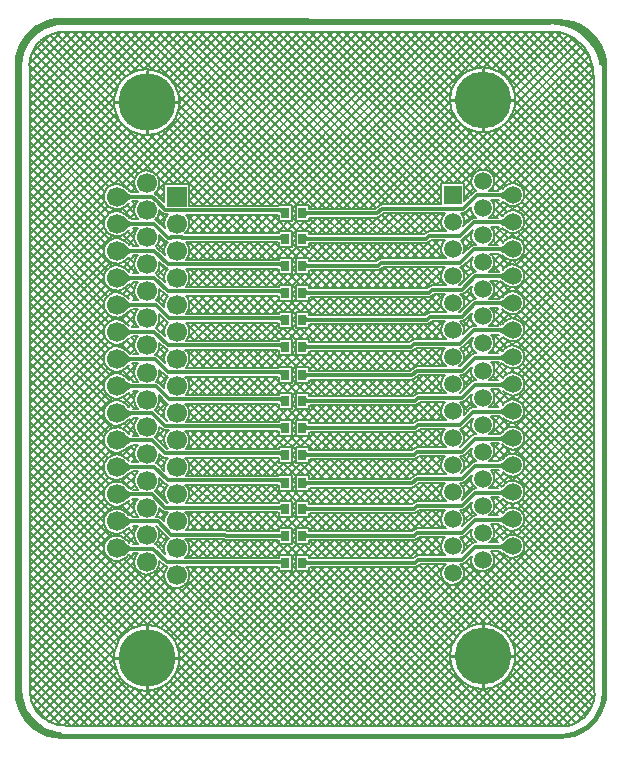
<source format=gbl>
G04*
G04 #@! TF.GenerationSoftware,Altium Limited,Altium Designer,21.0.9 (235)*
G04*
G04 Layer_Physical_Order=4*
G04 Layer_Color=16711680*
%FSLAX25Y25*%
%MOIN*%
G70*
G04*
G04 #@! TF.SameCoordinates,8E47622B-7771-418E-90A4-0877E0867BD3*
G04*
G04*
G04 #@! TF.FilePolarity,Positive*
G04*
G01*
G75*
%ADD11C,0.01181*%
%ADD12C,0.01000*%
%ADD14R,0.02559X0.03543*%
%ADD18C,0.19095*%
%ADD19R,0.06693X0.06693*%
%ADD20C,0.06693*%
%ADD21C,0.00800*%
%ADD22C,0.05906*%
%ADD23C,0.18898*%
%ADD24R,0.05906X0.05906*%
G36*
X221338Y452671D02*
X221763Y452586D01*
X387497Y452121D01*
X387903Y452201D01*
X390003Y452036D01*
X392444Y451449D01*
X394763Y450489D01*
X396904Y449177D01*
X398813Y447546D01*
X400444Y445637D01*
X401756Y443497D01*
X402716Y441177D01*
X403302Y438736D01*
X403468Y436634D01*
X403388Y436233D01*
X403388Y228000D01*
X403467Y227602D01*
X403304Y225534D01*
X402727Y223128D01*
X401780Y220843D01*
X400488Y218733D01*
X398881Y216852D01*
X397000Y215246D01*
X394890Y213953D01*
X392605Y213006D01*
X390199Y212429D01*
X388131Y212266D01*
X387733Y212345D01*
X221767Y212345D01*
X221369Y212266D01*
X219301Y212429D01*
X216895Y213006D01*
X214610Y213953D01*
X212500Y215246D01*
X210619Y216852D01*
X209012Y218733D01*
X207720Y220843D01*
X206773Y223128D01*
X206195Y225534D01*
X206033Y227602D01*
X206112Y228000D01*
X206112Y437000D01*
X206033Y437398D01*
X206195Y439466D01*
X206773Y441872D01*
X207720Y444157D01*
X209012Y446267D01*
X210619Y448148D01*
X212500Y449754D01*
X214610Y451047D01*
X216895Y451994D01*
X219301Y452571D01*
X221258Y452725D01*
X221338Y452671D01*
D02*
G37*
%LPC*%
G36*
X384755Y450498D02*
X384364Y450404D01*
X384331Y450382D01*
X384300Y450373D01*
X222260Y450379D01*
X221835Y450294D01*
X221804Y450273D01*
X220101Y450139D01*
X217995Y449634D01*
X215994Y448805D01*
X214147Y447673D01*
X212500Y446267D01*
X211094Y444620D01*
X209962Y442773D01*
X209133Y440772D01*
X208627Y438666D01*
X208493Y436963D01*
X208473Y436932D01*
X208388Y436507D01*
X208387Y228260D01*
X208471Y227835D01*
X208713Y227474D01*
X208755Y227446D01*
X208861Y226101D01*
X209366Y223995D01*
X210195Y221994D01*
X211327Y220147D01*
X212733Y218500D01*
X214380Y217094D01*
X216227Y215962D01*
X218228Y215133D01*
X220334Y214627D01*
X221507Y214535D01*
X221707Y214235D01*
X222068Y213994D01*
X222493Y213909D01*
X387940Y213904D01*
X388365Y213988D01*
X388396Y214009D01*
X390099Y214143D01*
X392205Y214649D01*
X394206Y215478D01*
X396053Y216609D01*
X397700Y218016D01*
X399106Y219663D01*
X400238Y221510D01*
X401067Y223511D01*
X401572Y225617D01*
X401706Y227320D01*
X401727Y227351D01*
X401812Y227776D01*
X401813Y436022D01*
X401728Y436448D01*
X401487Y436809D01*
X401127Y437050D01*
X400911Y437092D01*
X400675Y438282D01*
X399982Y440323D01*
X399028Y442257D01*
X397831Y444049D01*
X396409Y445670D01*
X394788Y447092D01*
X392996Y448289D01*
X391062Y449243D01*
X389020Y449936D01*
X386906Y450357D01*
X384755Y450498D01*
X384755Y450498D01*
D02*
G37*
%LPD*%
G36*
X370031Y391504D02*
X369719Y391774D01*
X369127Y392227D01*
X368847Y392411D01*
X368577Y392567D01*
X368317Y392695D01*
X368068Y392794D01*
X367829Y392865D01*
X367600Y392907D01*
X367381Y392921D01*
X367302Y394102D01*
X367533Y394118D01*
X367767Y394163D01*
X368005Y394240D01*
X368246Y394347D01*
X368490Y394484D01*
X368737Y394652D01*
X368988Y394851D01*
X369242Y395080D01*
X369500Y395339D01*
X369761Y395630D01*
X370031Y391504D01*
D02*
G37*
G36*
X242728Y395025D02*
X243373Y394465D01*
X243680Y394237D01*
X243976Y394044D01*
X244262Y393887D01*
X244538Y393764D01*
X244803Y393676D01*
X245058Y393624D01*
X245302Y393606D01*
Y392425D01*
X245058Y392408D01*
X244803Y392355D01*
X244538Y392267D01*
X244262Y392145D01*
X243976Y391987D01*
X243680Y391794D01*
X243373Y391567D01*
X243056Y391304D01*
X242390Y390673D01*
Y395358D01*
X242728Y395025D01*
D02*
G37*
G36*
X294890Y387319D02*
X294878Y387431D01*
X294841Y387531D01*
X294781Y387620D01*
X294697Y387697D01*
X294590Y387762D01*
X294459Y387815D01*
X294304Y387856D01*
X294125Y387886D01*
X293923Y387903D01*
X293697Y387910D01*
Y389090D01*
X293921Y389092D01*
X294583Y389133D01*
X294689Y389151D01*
X294772Y389173D01*
X294831Y389199D01*
X294866Y389228D01*
X294878Y389260D01*
X294890Y387319D01*
D02*
G37*
G36*
X303122Y388569D02*
X303158Y388469D01*
X303217Y388380D01*
X303301Y388303D01*
X303408Y388238D01*
X303539Y388185D01*
X303695Y388144D01*
X303873Y388114D01*
X304076Y388096D01*
X304303Y388090D01*
Y386910D01*
X304076Y386904D01*
X303873Y386886D01*
X303695Y386856D01*
X303539Y386815D01*
X303408Y386762D01*
X303301Y386697D01*
X303217Y386620D01*
X303158Y386531D01*
X303122Y386431D01*
X303110Y386319D01*
Y388681D01*
X303122Y388569D01*
D02*
G37*
G36*
X370028Y382491D02*
X369717Y382761D01*
X369126Y383215D01*
X368846Y383399D01*
X368576Y383555D01*
X368316Y383682D01*
X368067Y383782D01*
X367828Y383853D01*
X367599Y383895D01*
X367380Y383910D01*
X367303Y385090D01*
X367534Y385106D01*
X367768Y385152D01*
X368005Y385228D01*
X368246Y385335D01*
X368491Y385472D01*
X368738Y385640D01*
X368989Y385838D01*
X369244Y386067D01*
X369502Y386327D01*
X369763Y386617D01*
X370028Y382491D01*
D02*
G37*
G36*
X242728Y386010D02*
X243373Y385449D01*
X243680Y385221D01*
X243976Y385029D01*
X244262Y384871D01*
X244538Y384748D01*
X244803Y384661D01*
X245058Y384608D01*
X245302Y384591D01*
Y383410D01*
X245058Y383392D01*
X244803Y383339D01*
X244538Y383252D01*
X244262Y383129D01*
X243976Y382972D01*
X243680Y382779D01*
X243373Y382551D01*
X243056Y382288D01*
X242390Y381658D01*
Y386343D01*
X242728Y386010D01*
D02*
G37*
G36*
X294890Y378232D02*
X294878Y378344D01*
X294842Y378445D01*
X294783Y378534D01*
X294699Y378610D01*
X294592Y378675D01*
X294461Y378728D01*
X294305Y378770D01*
X294127Y378799D01*
X293924Y378817D01*
X293697Y378823D01*
Y380004D01*
X293924Y380010D01*
X294127Y380028D01*
X294305Y380057D01*
X294461Y380098D01*
X294592Y380152D01*
X294699Y380217D01*
X294783Y380293D01*
X294842Y380382D01*
X294878Y380482D01*
X294890Y380594D01*
Y378232D01*
D02*
G37*
G36*
X303122Y380069D02*
X303158Y379969D01*
X303217Y379880D01*
X303301Y379803D01*
X303408Y379738D01*
X303539Y379685D01*
X303695Y379644D01*
X303873Y379614D01*
X304076Y379596D01*
X304303Y379591D01*
Y378410D01*
X304076Y378403D01*
X303873Y378386D01*
X303695Y378356D01*
X303539Y378315D01*
X303408Y378262D01*
X303301Y378197D01*
X303217Y378120D01*
X303158Y378031D01*
X303122Y377931D01*
X303110Y377819D01*
Y380181D01*
X303122Y380069D01*
D02*
G37*
G36*
X370016Y373486D02*
X369707Y373757D01*
X369120Y374212D01*
X368841Y374397D01*
X368572Y374554D01*
X368313Y374682D01*
X368063Y374781D01*
X367824Y374852D01*
X367595Y374895D01*
X367376Y374909D01*
X367305Y376091D01*
X367535Y376106D01*
X367770Y376151D01*
X368007Y376228D01*
X368248Y376334D01*
X368493Y376471D01*
X368742Y376639D01*
X368994Y376836D01*
X369250Y377065D01*
X369510Y377324D01*
X369774Y377613D01*
X370016Y373486D01*
D02*
G37*
G36*
X242719Y377006D02*
X243368Y376447D01*
X243676Y376220D01*
X243973Y376027D01*
X244260Y375870D01*
X244536Y375748D01*
X244801Y375660D01*
X245055Y375608D01*
X245299Y375590D01*
X245305Y374410D01*
X245060Y374392D01*
X244805Y374339D01*
X244540Y374251D01*
X244265Y374128D01*
X243980Y373970D01*
X243684Y373777D01*
X243378Y373549D01*
X243063Y373285D01*
X242401Y372653D01*
X242379Y377338D01*
X242719Y377006D01*
D02*
G37*
G36*
X294890Y369319D02*
X294878Y369431D01*
X294842Y369531D01*
X294783Y369620D01*
X294699Y369697D01*
X294592Y369762D01*
X294461Y369815D01*
X294305Y369856D01*
X294127Y369886D01*
X293924Y369903D01*
X293697Y369910D01*
Y371091D01*
X293924Y371096D01*
X294127Y371114D01*
X294305Y371144D01*
X294461Y371185D01*
X294592Y371238D01*
X294699Y371303D01*
X294783Y371380D01*
X294842Y371468D01*
X294878Y371569D01*
X294890Y371681D01*
Y369319D01*
D02*
G37*
G36*
X303122Y371069D02*
X303158Y370969D01*
X303217Y370880D01*
X303301Y370803D01*
X303408Y370738D01*
X303539Y370685D01*
X303695Y370644D01*
X303873Y370614D01*
X304076Y370597D01*
X304303Y370590D01*
Y369409D01*
X304076Y369404D01*
X303873Y369386D01*
X303695Y369356D01*
X303539Y369315D01*
X303408Y369262D01*
X303301Y369197D01*
X303217Y369120D01*
X303158Y369032D01*
X303122Y368931D01*
X303110Y368819D01*
Y371181D01*
X303122Y371069D01*
D02*
G37*
G36*
X370005Y364481D02*
X369698Y364752D01*
X369113Y365210D01*
X368835Y365395D01*
X368567Y365552D01*
X368309Y365681D01*
X368060Y365781D01*
X367821Y365852D01*
X367592Y365895D01*
X367372Y365910D01*
X367307Y367091D01*
X367537Y367106D01*
X367771Y367151D01*
X368009Y367227D01*
X368251Y367334D01*
X368496Y367470D01*
X368746Y367637D01*
X369000Y367835D01*
X369257Y368062D01*
X369519Y368320D01*
X369784Y368609D01*
X370005Y364481D01*
D02*
G37*
G36*
X242710Y368002D02*
X243362Y367444D01*
X243672Y367218D01*
X243970Y367026D01*
X244257Y366869D01*
X244534Y366747D01*
X244799Y366660D01*
X245053Y366608D01*
X245296Y366590D01*
X245307Y365409D01*
X245062Y365392D01*
X244807Y365339D01*
X244542Y365251D01*
X244267Y365128D01*
X243983Y364969D01*
X243688Y364775D01*
X243384Y364547D01*
X243070Y364282D01*
X242412Y363649D01*
X242368Y368333D01*
X242710Y368002D01*
D02*
G37*
G36*
X294890Y360319D02*
X294878Y360431D01*
X294842Y360531D01*
X294783Y360620D01*
X294699Y360697D01*
X294592Y360762D01*
X294461Y360815D01*
X294305Y360856D01*
X294127Y360886D01*
X293924Y360904D01*
X293697Y360910D01*
Y362090D01*
X293924Y362097D01*
X294127Y362114D01*
X294305Y362144D01*
X294461Y362185D01*
X294592Y362238D01*
X294699Y362303D01*
X294783Y362380D01*
X294842Y362469D01*
X294878Y362569D01*
X294890Y362681D01*
Y360319D01*
D02*
G37*
G36*
X303122Y362069D02*
X303158Y361968D01*
X303217Y361880D01*
X303301Y361803D01*
X303408Y361738D01*
X303539Y361685D01*
X303695Y361644D01*
X303873Y361614D01*
X304076Y361596D01*
X304303Y361591D01*
Y360409D01*
X304076Y360403D01*
X303873Y360386D01*
X303695Y360356D01*
X303539Y360315D01*
X303408Y360262D01*
X303301Y360197D01*
X303217Y360120D01*
X303158Y360032D01*
X303122Y359931D01*
X303110Y359819D01*
Y362181D01*
X303122Y362069D01*
D02*
G37*
G36*
X369993Y355476D02*
X369688Y355748D01*
X369107Y356207D01*
X368830Y356393D01*
X368563Y356551D01*
X368305Y356680D01*
X368057Y356780D01*
X367818Y356852D01*
X367588Y356895D01*
X367368Y356909D01*
X367310Y358090D01*
X367539Y358106D01*
X367773Y358151D01*
X368011Y358227D01*
X368253Y358333D01*
X368499Y358469D01*
X368750Y358636D01*
X369005Y358833D01*
X369264Y359060D01*
X369527Y359317D01*
X369795Y359605D01*
X369993Y355476D01*
D02*
G37*
G36*
X242701Y358998D02*
X243357Y358442D01*
X243668Y358216D01*
X243967Y358025D01*
X244255Y357869D01*
X244531Y357747D01*
X244797Y357660D01*
X245051Y357608D01*
X245293Y357591D01*
X245310Y356410D01*
X245064Y356392D01*
X244809Y356339D01*
X244544Y356251D01*
X244269Y356127D01*
X243986Y355968D01*
X243692Y355774D01*
X243389Y355544D01*
X243076Y355280D01*
X242423Y354644D01*
X242356Y359329D01*
X242701Y358998D01*
D02*
G37*
G36*
X294890Y351319D02*
X294878Y351431D01*
X294842Y351532D01*
X294783Y351620D01*
X294699Y351697D01*
X294592Y351762D01*
X294461Y351815D01*
X294305Y351856D01*
X294127Y351886D01*
X293924Y351904D01*
X293697Y351909D01*
Y353091D01*
X293924Y353097D01*
X294127Y353114D01*
X294305Y353144D01*
X294461Y353185D01*
X294592Y353238D01*
X294699Y353303D01*
X294783Y353380D01*
X294842Y353468D01*
X294878Y353569D01*
X294890Y353681D01*
Y351319D01*
D02*
G37*
G36*
X303122Y353069D02*
X303158Y352969D01*
X303217Y352880D01*
X303301Y352803D01*
X303408Y352738D01*
X303539Y352685D01*
X303695Y352644D01*
X303873Y352614D01*
X304076Y352596D01*
X304303Y352590D01*
Y351410D01*
X304076Y351403D01*
X303873Y351386D01*
X303695Y351356D01*
X303539Y351315D01*
X303408Y351262D01*
X303301Y351197D01*
X303217Y351120D01*
X303158Y351031D01*
X303122Y350931D01*
X303110Y350819D01*
Y353181D01*
X303122Y353069D01*
D02*
G37*
G36*
X370031Y346426D02*
X369719Y346695D01*
X369127Y347148D01*
X368847Y347333D01*
X368577Y347488D01*
X368317Y347616D01*
X368068Y347715D01*
X367829Y347786D01*
X367600Y347828D01*
X367381Y347843D01*
X367302Y349024D01*
X367533Y349039D01*
X367767Y349085D01*
X368005Y349161D01*
X368246Y349268D01*
X368490Y349405D01*
X368737Y349573D01*
X368988Y349772D01*
X369242Y350001D01*
X369500Y350261D01*
X369761Y350551D01*
X370031Y346426D01*
D02*
G37*
G36*
X242692Y349995D02*
X243351Y349440D01*
X243663Y349215D01*
X243964Y349024D01*
X244252Y348868D01*
X244529Y348747D01*
X244795Y348660D01*
X245048Y348608D01*
X245290Y348590D01*
X245312Y347410D01*
X245066Y347392D01*
X244811Y347339D01*
X244546Y347250D01*
X244272Y347126D01*
X243988Y346967D01*
X243696Y346772D01*
X243394Y346542D01*
X243083Y346277D01*
X242434Y345640D01*
X242345Y350324D01*
X242692Y349995D01*
D02*
G37*
G36*
X294890Y342319D02*
X294878Y342431D01*
X294842Y342531D01*
X294783Y342620D01*
X294699Y342697D01*
X294592Y342762D01*
X294461Y342815D01*
X294305Y342856D01*
X294127Y342886D01*
X293924Y342903D01*
X293697Y342910D01*
Y344091D01*
X293924Y344096D01*
X294127Y344114D01*
X294305Y344144D01*
X294461Y344185D01*
X294592Y344238D01*
X294699Y344303D01*
X294783Y344380D01*
X294842Y344468D01*
X294878Y344569D01*
X294890Y344681D01*
Y342319D01*
D02*
G37*
G36*
X303122Y344069D02*
X303158Y343969D01*
X303217Y343880D01*
X303301Y343803D01*
X303408Y343738D01*
X303539Y343685D01*
X303695Y343644D01*
X303873Y343614D01*
X304076Y343597D01*
X304303Y343590D01*
Y342409D01*
X304076Y342404D01*
X303873Y342386D01*
X303695Y342356D01*
X303539Y342315D01*
X303408Y342262D01*
X303301Y342197D01*
X303217Y342120D01*
X303158Y342032D01*
X303122Y341931D01*
X303110Y341819D01*
Y344181D01*
X303122Y344069D01*
D02*
G37*
G36*
X370031Y337410D02*
X369719Y337679D01*
X369127Y338133D01*
X368847Y338317D01*
X368577Y338473D01*
X368317Y338600D01*
X368068Y338699D01*
X367829Y338770D01*
X367600Y338813D01*
X367381Y338827D01*
X367302Y340008D01*
X367533Y340023D01*
X367767Y340069D01*
X368005Y340145D01*
X368246Y340252D01*
X368490Y340390D01*
X368737Y340558D01*
X368988Y340756D01*
X369242Y340985D01*
X369500Y341245D01*
X369761Y341535D01*
X370031Y337410D01*
D02*
G37*
G36*
X242683Y340991D02*
X243346Y340438D01*
X243659Y340213D01*
X243960Y340023D01*
X244250Y339867D01*
X244527Y339746D01*
X244792Y339660D01*
X245045Y339608D01*
X245287Y339591D01*
X245315Y338409D01*
X245068Y338392D01*
X244812Y338338D01*
X244548Y338250D01*
X244274Y338126D01*
X243991Y337966D01*
X243700Y337771D01*
X243399Y337540D01*
X243090Y337274D01*
X242444Y336636D01*
X242334Y341319D01*
X242683Y340991D01*
D02*
G37*
G36*
X294890Y333311D02*
X294878Y333423D01*
X294841Y333524D01*
X294781Y333612D01*
X294697Y333689D01*
X294590Y333754D01*
X294459Y333807D01*
X294304Y333848D01*
X294125Y333878D01*
X293923Y333896D01*
X293697Y333902D01*
Y335083D01*
X293921Y335084D01*
X294583Y335127D01*
X294689Y335146D01*
X294772Y335169D01*
X294831Y335196D01*
X294866Y335226D01*
X294878Y335260D01*
X294890Y333311D01*
D02*
G37*
G36*
X303122Y334569D02*
X303158Y334469D01*
X303217Y334380D01*
X303301Y334303D01*
X303408Y334238D01*
X303539Y334185D01*
X303695Y334144D01*
X303873Y334114D01*
X304076Y334097D01*
X304303Y334090D01*
Y332909D01*
X304076Y332904D01*
X303873Y332886D01*
X303695Y332856D01*
X303539Y332815D01*
X303408Y332762D01*
X303301Y332697D01*
X303217Y332620D01*
X303158Y332531D01*
X303122Y332431D01*
X303110Y332319D01*
Y334681D01*
X303122Y334569D01*
D02*
G37*
G36*
X370031Y328394D02*
X369719Y328663D01*
X369127Y329117D01*
X368847Y329301D01*
X368577Y329457D01*
X368317Y329584D01*
X368068Y329683D01*
X367829Y329754D01*
X367600Y329797D01*
X367381Y329811D01*
X367302Y330992D01*
X367533Y331007D01*
X367767Y331053D01*
X368005Y331130D01*
X368246Y331237D01*
X368490Y331374D01*
X368737Y331542D01*
X368988Y331740D01*
X369242Y331969D01*
X369500Y332229D01*
X369761Y332519D01*
X370031Y328394D01*
D02*
G37*
G36*
X242728Y331915D02*
X243373Y331354D01*
X243680Y331127D01*
X243976Y330934D01*
X244262Y330776D01*
X244538Y330654D01*
X244803Y330566D01*
X245058Y330514D01*
X245302Y330496D01*
Y329315D01*
X245058Y329297D01*
X244803Y329245D01*
X244538Y329157D01*
X244262Y329035D01*
X243976Y328877D01*
X243680Y328684D01*
X243373Y328456D01*
X243056Y328194D01*
X242390Y327563D01*
Y332248D01*
X242728Y331915D01*
D02*
G37*
G36*
X294890Y324319D02*
X294878Y324431D01*
X294842Y324532D01*
X294783Y324620D01*
X294699Y324697D01*
X294592Y324762D01*
X294461Y324815D01*
X294305Y324856D01*
X294127Y324886D01*
X293924Y324903D01*
X293697Y324909D01*
Y326091D01*
X293924Y326097D01*
X294127Y326114D01*
X294305Y326144D01*
X294461Y326185D01*
X294592Y326238D01*
X294699Y326303D01*
X294783Y326380D01*
X294842Y326468D01*
X294878Y326569D01*
X294890Y326681D01*
Y324319D01*
D02*
G37*
G36*
X303122Y326069D02*
X303158Y325969D01*
X303217Y325880D01*
X303301Y325803D01*
X303408Y325738D01*
X303539Y325685D01*
X303695Y325644D01*
X303873Y325614D01*
X304076Y325596D01*
X304303Y325590D01*
Y324410D01*
X304076Y324404D01*
X303873Y324386D01*
X303695Y324356D01*
X303539Y324315D01*
X303408Y324262D01*
X303301Y324197D01*
X303217Y324120D01*
X303158Y324031D01*
X303122Y323931D01*
X303110Y323819D01*
Y326181D01*
X303122Y326069D01*
D02*
G37*
G36*
X370031Y319378D02*
X369719Y319648D01*
X369127Y320101D01*
X368847Y320285D01*
X368577Y320441D01*
X368317Y320569D01*
X368068Y320668D01*
X367829Y320739D01*
X367600Y320781D01*
X367381Y320795D01*
X367302Y321976D01*
X367533Y321992D01*
X367767Y322038D01*
X368005Y322114D01*
X368246Y322221D01*
X368490Y322358D01*
X368737Y322526D01*
X368988Y322725D01*
X369242Y322954D01*
X369500Y323213D01*
X369761Y323503D01*
X370031Y319378D01*
D02*
G37*
G36*
X242766Y322846D02*
X243396Y322279D01*
X243698Y322048D01*
X243990Y321854D01*
X244273Y321694D01*
X244547Y321570D01*
X244811Y321482D01*
X245067Y321429D01*
X245314Y321411D01*
X245289Y320230D01*
X245047Y320212D01*
X244794Y320161D01*
X244528Y320074D01*
X244251Y319953D01*
X243962Y319797D01*
X243662Y319606D01*
X243349Y319381D01*
X242689Y318827D01*
X242341Y318498D01*
X242438Y323182D01*
X242766Y322846D01*
D02*
G37*
G36*
X294890Y315272D02*
X294878Y315384D01*
X294842Y315484D01*
X294783Y315573D01*
X294699Y315650D01*
X294592Y315715D01*
X294461Y315768D01*
X294305Y315809D01*
X294127Y315839D01*
X293924Y315856D01*
X293697Y315862D01*
Y317043D01*
X293924Y317049D01*
X294127Y317067D01*
X294305Y317096D01*
X294461Y317138D01*
X294592Y317191D01*
X294699Y317256D01*
X294783Y317333D01*
X294842Y317421D01*
X294878Y317522D01*
X294890Y317634D01*
Y315272D01*
D02*
G37*
G36*
X303122Y317069D02*
X303158Y316968D01*
X303217Y316880D01*
X303301Y316803D01*
X303408Y316738D01*
X303539Y316685D01*
X303695Y316644D01*
X303873Y316614D01*
X304076Y316597D01*
X304303Y316590D01*
Y315409D01*
X304076Y315404D01*
X303873Y315386D01*
X303695Y315356D01*
X303539Y315315D01*
X303408Y315262D01*
X303301Y315197D01*
X303217Y315120D01*
X303158Y315032D01*
X303122Y314931D01*
X303110Y314819D01*
Y317181D01*
X303122Y317069D01*
D02*
G37*
G36*
X370031Y310363D02*
X369719Y310632D01*
X369127Y311085D01*
X368847Y311269D01*
X368577Y311425D01*
X368317Y311553D01*
X368068Y311652D01*
X367829Y311723D01*
X367600Y311765D01*
X367381Y311779D01*
X367302Y312961D01*
X367533Y312976D01*
X367767Y313022D01*
X368005Y313098D01*
X368246Y313205D01*
X368490Y313342D01*
X368737Y313510D01*
X368988Y313709D01*
X369242Y313938D01*
X369500Y314198D01*
X369761Y314488D01*
X370031Y310363D01*
D02*
G37*
G36*
X242728Y313884D02*
X243373Y313323D01*
X243680Y313095D01*
X243976Y312903D01*
X244262Y312745D01*
X244538Y312622D01*
X244803Y312535D01*
X245058Y312482D01*
X245302Y312465D01*
Y311283D01*
X245058Y311266D01*
X244803Y311213D01*
X244538Y311126D01*
X244262Y311003D01*
X243976Y310845D01*
X243680Y310653D01*
X243373Y310425D01*
X243056Y310162D01*
X242390Y309531D01*
Y314216D01*
X242728Y313884D01*
D02*
G37*
G36*
X294890Y306256D02*
X294878Y306368D01*
X294842Y306469D01*
X294783Y306557D01*
X294699Y306634D01*
X294592Y306699D01*
X294461Y306752D01*
X294305Y306793D01*
X294127Y306823D01*
X293924Y306840D01*
X293697Y306846D01*
Y308028D01*
X293924Y308033D01*
X294127Y308051D01*
X294305Y308081D01*
X294461Y308122D01*
X294592Y308175D01*
X294699Y308240D01*
X294783Y308317D01*
X294842Y308405D01*
X294878Y308506D01*
X294890Y308618D01*
Y306256D01*
D02*
G37*
G36*
X303122Y308069D02*
X303158Y307968D01*
X303217Y307880D01*
X303301Y307803D01*
X303408Y307738D01*
X303539Y307685D01*
X303695Y307644D01*
X303873Y307614D01*
X304076Y307596D01*
X304303Y307591D01*
Y306410D01*
X304076Y306403D01*
X303873Y306386D01*
X303695Y306356D01*
X303539Y306315D01*
X303408Y306262D01*
X303301Y306197D01*
X303217Y306120D01*
X303158Y306031D01*
X303122Y305931D01*
X303110Y305819D01*
Y308181D01*
X303122Y308069D01*
D02*
G37*
G36*
X370031Y301347D02*
X369719Y301616D01*
X369127Y302069D01*
X368847Y302254D01*
X368577Y302410D01*
X368317Y302537D01*
X368068Y302636D01*
X367829Y302707D01*
X367600Y302750D01*
X367381Y302764D01*
X367302Y303945D01*
X367533Y303960D01*
X367767Y304006D01*
X368005Y304082D01*
X368246Y304189D01*
X368490Y304327D01*
X368737Y304495D01*
X368988Y304693D01*
X369242Y304922D01*
X369500Y305182D01*
X369761Y305472D01*
X370031Y301347D01*
D02*
G37*
G36*
X242688Y304922D02*
X243349Y304368D01*
X243661Y304143D01*
X243962Y303953D01*
X244251Y303797D01*
X244528Y303676D01*
X244793Y303589D01*
X245047Y303537D01*
X245288Y303520D01*
X245314Y302339D01*
X245067Y302321D01*
X244812Y302268D01*
X244547Y302179D01*
X244273Y302055D01*
X243990Y301896D01*
X243698Y301701D01*
X243397Y301470D01*
X243087Y301205D01*
X242439Y300567D01*
X242340Y305251D01*
X242688Y304922D01*
D02*
G37*
G36*
X294890Y297248D02*
X294878Y297360D01*
X294841Y297461D01*
X294781Y297549D01*
X294698Y297626D01*
X294590Y297691D01*
X294459Y297744D01*
X294304Y297785D01*
X294125Y297815D01*
X293923Y297833D01*
X293697Y297839D01*
Y299020D01*
X293921Y299022D01*
X294453Y299058D01*
X294583Y299080D01*
X294689Y299106D01*
X294772Y299137D01*
X294831Y299173D01*
X294866Y299214D01*
X294878Y299260D01*
X294890Y297248D01*
D02*
G37*
G36*
X303122Y298569D02*
X303158Y298468D01*
X303217Y298380D01*
X303301Y298303D01*
X303408Y298238D01*
X303539Y298185D01*
X303695Y298144D01*
X303873Y298114D01*
X304076Y298096D01*
X304303Y298091D01*
Y296909D01*
X304076Y296903D01*
X303873Y296886D01*
X303695Y296856D01*
X303539Y296815D01*
X303408Y296762D01*
X303301Y296697D01*
X303217Y296620D01*
X303158Y296532D01*
X303122Y296431D01*
X303110Y296319D01*
Y298681D01*
X303122Y298569D01*
D02*
G37*
G36*
X370031Y292331D02*
X369719Y292600D01*
X369127Y293054D01*
X368847Y293238D01*
X368577Y293394D01*
X368317Y293521D01*
X368068Y293620D01*
X367829Y293691D01*
X367600Y293734D01*
X367381Y293748D01*
X367302Y294929D01*
X367533Y294944D01*
X367767Y294990D01*
X368005Y295067D01*
X368246Y295174D01*
X368490Y295311D01*
X368737Y295479D01*
X368988Y295677D01*
X369242Y295906D01*
X369500Y296166D01*
X369761Y296456D01*
X370031Y292331D01*
D02*
G37*
G36*
X242728Y295852D02*
X243373Y295291D01*
X243680Y295064D01*
X243976Y294871D01*
X244262Y294713D01*
X244538Y294591D01*
X244803Y294503D01*
X245058Y294451D01*
X245302Y294433D01*
Y293252D01*
X245058Y293234D01*
X244803Y293182D01*
X244538Y293094D01*
X244262Y292972D01*
X243976Y292814D01*
X243680Y292621D01*
X243373Y292393D01*
X243056Y292131D01*
X242390Y291500D01*
Y296185D01*
X242728Y295852D01*
D02*
G37*
G36*
X294890Y288213D02*
X294878Y288325D01*
X294842Y288426D01*
X294783Y288514D01*
X294699Y288591D01*
X294592Y288656D01*
X294461Y288709D01*
X294305Y288750D01*
X294127Y288780D01*
X293924Y288798D01*
X293697Y288804D01*
Y289985D01*
X293924Y289990D01*
X294127Y290008D01*
X294305Y290038D01*
X294461Y290079D01*
X294592Y290132D01*
X294699Y290197D01*
X294783Y290274D01*
X294842Y290363D01*
X294878Y290463D01*
X294890Y290575D01*
Y288213D01*
D02*
G37*
G36*
X303122Y290069D02*
X303158Y289968D01*
X303217Y289880D01*
X303301Y289803D01*
X303408Y289738D01*
X303539Y289685D01*
X303695Y289644D01*
X303873Y289614D01*
X304076Y289597D01*
X304303Y289591D01*
Y288409D01*
X304076Y288404D01*
X303873Y288386D01*
X303695Y288356D01*
X303539Y288315D01*
X303408Y288262D01*
X303301Y288197D01*
X303217Y288120D01*
X303158Y288032D01*
X303122Y287931D01*
X303110Y287819D01*
Y290181D01*
X303122Y290069D01*
D02*
G37*
G36*
X370031Y283315D02*
X369719Y283585D01*
X369127Y284038D01*
X368847Y284222D01*
X368577Y284378D01*
X368317Y284506D01*
X368068Y284605D01*
X367829Y284676D01*
X367600Y284718D01*
X367381Y284732D01*
X367302Y285913D01*
X367533Y285929D01*
X367767Y285975D01*
X368005Y286051D01*
X368246Y286158D01*
X368490Y286295D01*
X368737Y286463D01*
X368988Y286662D01*
X369242Y286891D01*
X369500Y287150D01*
X369761Y287440D01*
X370031Y283315D01*
D02*
G37*
G36*
X242703Y286871D02*
X243358Y286315D01*
X243668Y286089D01*
X243967Y285897D01*
X244255Y285741D01*
X244532Y285619D01*
X244797Y285532D01*
X245051Y285480D01*
X245293Y285463D01*
X245310Y284282D01*
X245064Y284264D01*
X244809Y284211D01*
X244544Y284123D01*
X244269Y283999D01*
X243985Y283840D01*
X243692Y283646D01*
X243388Y283417D01*
X243076Y283152D01*
X242421Y282517D01*
X242358Y287201D01*
X242703Y286871D01*
D02*
G37*
G36*
X303122Y281069D02*
X303158Y280968D01*
X303217Y280880D01*
X303301Y280803D01*
X303408Y280738D01*
X303539Y280685D01*
X303695Y280644D01*
X303873Y280614D01*
X304076Y280596D01*
X304303Y280591D01*
Y279410D01*
X304076Y279403D01*
X303873Y279386D01*
X303695Y279356D01*
X303539Y279315D01*
X303408Y279262D01*
X303301Y279197D01*
X303217Y279120D01*
X303158Y279031D01*
X303122Y278931D01*
X303110Y278819D01*
Y281181D01*
X303122Y281069D01*
D02*
G37*
G36*
X294890Y278819D02*
X294878Y278931D01*
X294842Y279031D01*
X294783Y279120D01*
X294699Y279197D01*
X294592Y279262D01*
X294461Y279315D01*
X294305Y279356D01*
X294127Y279386D01*
X293924Y279403D01*
X293697Y279410D01*
Y280591D01*
X293924Y280596D01*
X294127Y280614D01*
X294305Y280644D01*
X294461Y280685D01*
X294592Y280738D01*
X294699Y280803D01*
X294783Y280880D01*
X294842Y280968D01*
X294878Y281069D01*
X294890Y281181D01*
Y278819D01*
D02*
G37*
G36*
X370031Y274300D02*
X369719Y274569D01*
X369127Y275022D01*
X368847Y275206D01*
X368577Y275362D01*
X368317Y275490D01*
X368068Y275589D01*
X367829Y275660D01*
X367600Y275702D01*
X367381Y275716D01*
X367302Y276898D01*
X367533Y276913D01*
X367767Y276959D01*
X368005Y277035D01*
X368246Y277142D01*
X368490Y277279D01*
X368737Y277447D01*
X368988Y277646D01*
X369242Y277875D01*
X369500Y278135D01*
X369761Y278425D01*
X370031Y274300D01*
D02*
G37*
G36*
X242767Y277766D02*
X243397Y277199D01*
X243698Y276969D01*
X243990Y276774D01*
X244273Y276614D01*
X244547Y276490D01*
X244812Y276402D01*
X245067Y276348D01*
X245314Y276331D01*
X245288Y275150D01*
X245047Y275132D01*
X244793Y275080D01*
X244528Y274994D01*
X244251Y274873D01*
X243962Y274717D01*
X243661Y274526D01*
X243349Y274301D01*
X242688Y273747D01*
X242340Y273418D01*
X242439Y278102D01*
X242767Y277766D01*
D02*
G37*
G36*
X294890Y270043D02*
X294878Y270156D01*
X294842Y270256D01*
X294783Y270344D01*
X294699Y270421D01*
X294592Y270486D01*
X294461Y270539D01*
X294305Y270581D01*
X294127Y270610D01*
X293924Y270628D01*
X293697Y270634D01*
Y271815D01*
X293924Y271821D01*
X294127Y271839D01*
X294305Y271868D01*
X294461Y271909D01*
X294592Y271963D01*
X294699Y272028D01*
X294783Y272104D01*
X294842Y272193D01*
X294878Y272293D01*
X294890Y272406D01*
Y270043D01*
D02*
G37*
G36*
X303122Y272069D02*
X303158Y271969D01*
X303217Y271880D01*
X303301Y271803D01*
X303408Y271738D01*
X303539Y271685D01*
X303695Y271644D01*
X303873Y271614D01*
X304076Y271597D01*
X304303Y271590D01*
Y270409D01*
X304076Y270404D01*
X303873Y270386D01*
X303695Y270356D01*
X303539Y270315D01*
X303408Y270262D01*
X303301Y270197D01*
X303217Y270120D01*
X303158Y270031D01*
X303122Y269931D01*
X303110Y269819D01*
Y272181D01*
X303122Y272069D01*
D02*
G37*
D11*
X253302Y391479D02*
Y391481D01*
X240000Y393016D02*
X251767D01*
X253302Y391481D01*
Y391479D02*
X256202Y388579D01*
X257421D02*
X257500Y388500D01*
X256202Y388579D02*
X257421D01*
X257500Y388500D02*
X295457D01*
X240000Y275811D02*
X240071Y275740D01*
X252260D01*
X256776Y271224D01*
X258154D01*
X258162Y271232D01*
X261838D01*
X261846Y271224D02*
X295457D01*
X261838Y271232D02*
X261846Y271224D01*
X240000Y284827D02*
X240045Y284872D01*
X253680D02*
X258162Y280390D01*
X240045Y284872D02*
X253680D01*
X258162Y280390D02*
X275990D01*
X276380Y280000D01*
X296146D01*
X295752Y289394D02*
X296146Y289000D01*
X256216Y289394D02*
X295752D01*
X251838Y293772D02*
X256216Y289394D01*
X251157Y293843D02*
X251228Y293772D01*
X251838D01*
X240000Y293843D02*
X251157D01*
X261846Y298429D02*
X295457D01*
X258154D02*
X258162Y298421D01*
X240000Y302858D02*
X240071Y302929D01*
X252571D02*
X257071Y298429D01*
X258154D01*
X258162Y298421D02*
X261838D01*
X261846Y298429D01*
X240071Y302929D02*
X252571D01*
X256193Y307437D02*
X295709D01*
X254437Y309193D02*
X256193Y307437D01*
X251199Y311801D02*
X251840D01*
X251126Y311874D02*
X251199Y311801D01*
X295709Y307437D02*
X296146Y307000D01*
X254437Y309193D02*
Y309204D01*
X251840Y311801D02*
X254437Y309204D01*
X295693Y316453D02*
X296146Y316000D01*
X258162Y316453D02*
X295693D01*
X258000Y316615D02*
X258162Y316453D01*
X256042Y316615D02*
X258000D01*
X251838Y320819D02*
X256042Y316615D01*
X248307Y320819D02*
X251838D01*
X240000Y320890D02*
X240070Y320820D01*
X248306D02*
X248307Y320819D01*
X240070Y320820D02*
X248306D01*
X240000Y329906D02*
X253095D01*
X257531Y325468D01*
X261835D01*
X261866Y325500D01*
X295646D01*
X252650Y338850D02*
X257008Y334492D01*
X248304Y338850D02*
X252650D01*
X257008Y334492D02*
X258154D01*
X261838Y334484D02*
X261846Y334492D01*
X258162Y334484D02*
X261838D01*
X240079Y339000D02*
X248154D01*
X261846Y334492D02*
X295457D01*
X258154D02*
X258162Y334484D01*
X248154Y339000D02*
X248304Y338850D01*
X257087Y379413D02*
X258154D01*
X261846D02*
X295732D01*
X261838Y379421D02*
X261846Y379413D01*
X258154D02*
X258162Y379421D01*
X240000Y384000D02*
X252500D01*
X257087Y379413D01*
X258162Y379421D02*
X261838D01*
X295732Y379413D02*
X296146Y379000D01*
X295457Y334492D02*
X296146Y333803D01*
Y333500D02*
Y333803D01*
X240000Y311874D02*
X251126D01*
X296146Y297500D02*
Y297740D01*
X295457Y298429D02*
X296146Y297740D01*
X295457Y271224D02*
X295681Y271000D01*
X296146D01*
Y387500D02*
Y387811D01*
X295457Y388500D02*
X296146Y387811D01*
X359307Y276307D02*
X369500D01*
X340500Y272000D02*
X355000D01*
X359307Y276307D01*
X359323Y285323D02*
X369500D01*
X355000Y281000D02*
X359323Y285323D01*
X340000Y281000D02*
X355000D01*
X359339Y294339D02*
X369500D01*
X355000Y290000D02*
X359339Y294339D01*
X340000Y290000D02*
X355000D01*
X359354Y303354D02*
X369500D01*
X355000Y299000D02*
X359354Y303354D01*
X340000Y299000D02*
X355000D01*
X340000Y308000D02*
X355000D01*
X359370Y312370D02*
X369500D01*
X355000Y308000D02*
X359370Y312370D01*
X358886Y321386D02*
X369500D01*
X354500Y317000D02*
X358886Y321386D01*
X340500Y317000D02*
X354500D01*
X340500Y326000D02*
X355000D01*
X359402Y330402D02*
X369500D01*
X355000Y326000D02*
X359402Y330402D01*
X359417Y339417D02*
X369500D01*
X340000Y335000D02*
X355000D01*
X359417Y339417D01*
X354500Y344000D02*
X358933Y348433D01*
X339000Y344000D02*
X354500D01*
X358933Y348433D02*
X369500D01*
X338000Y343000D02*
X339000Y344000D01*
X355000Y353000D02*
X359500Y357500D01*
X344500Y353000D02*
X355000D01*
X359500Y357500D02*
X369449D01*
X355000Y362000D02*
X359500Y366500D01*
X369465D01*
X345000Y362000D02*
X355000D01*
X359000Y375500D02*
X369480D01*
X328120Y371000D02*
X354500D01*
X359000Y375500D01*
X354500Y380000D02*
X359000Y384500D01*
X344000Y380000D02*
X354500D01*
X359000Y384500D02*
X369496D01*
X360012Y393512D02*
X369500D01*
X355500Y389000D02*
X360012Y393512D01*
X328370Y389000D02*
X355500D01*
X301854Y271000D02*
X339500D01*
X340500Y272000D01*
X301854Y280000D02*
X339000D01*
X340000Y281000D01*
X339000Y289000D02*
X340000Y290000D01*
X301854Y289000D02*
X339000D01*
X338500Y297500D02*
X340000Y299000D01*
X301854Y297500D02*
X338500D01*
X339000Y307000D02*
X340000Y308000D01*
X301854Y307000D02*
X339000D01*
X339500Y316000D02*
X340500Y317000D01*
X301854Y316000D02*
X339500D01*
Y325000D02*
X340500Y326000D01*
X301854Y325000D02*
X339500D01*
X338500Y333500D02*
X340000Y335000D01*
X301854Y333500D02*
X338500D01*
X301854Y343000D02*
X338000D01*
X369449Y357500D02*
X369500Y357449D01*
X343500Y352000D02*
X344500Y353000D01*
X301854Y352000D02*
X343500D01*
X344000Y361000D02*
X345000Y362000D01*
X369465Y366500D02*
X369500Y366465D01*
X301854Y361000D02*
X344000D01*
X369480Y375500D02*
X369500Y375480D01*
X327120Y370000D02*
X328120Y371000D01*
X301854Y370000D02*
X327120D01*
X369496Y384500D02*
X369500Y384496D01*
X343000Y379000D02*
X344000Y380000D01*
X301854Y379000D02*
X343000D01*
X326870Y387500D02*
X328370Y389000D01*
X301854Y387500D02*
X326870D01*
X295646Y325500D02*
X296146Y325000D01*
X240000Y338921D02*
X240079Y339000D01*
X295646Y343500D02*
X296146Y343000D01*
X257000Y343500D02*
X295646D01*
X240063Y348000D02*
X252500D01*
X257000Y343500D01*
X240000Y347937D02*
X240063Y348000D01*
X295646Y352500D02*
X296146Y352000D01*
X257500Y352500D02*
X295646D01*
X253000Y357000D02*
X257500Y352500D01*
X240047Y357000D02*
X253000D01*
X240000Y356953D02*
X240047Y357000D01*
X257000Y361500D02*
X295646D01*
X296146Y361000D01*
X252500Y366000D02*
X257000Y361500D01*
X240032Y366000D02*
X252500D01*
X240000Y365968D02*
X240032Y366000D01*
X295646Y370500D02*
X296146Y370000D01*
X257000Y370500D02*
X295646D01*
X252500Y375000D02*
X257000Y370500D01*
X240000Y374984D02*
X240016Y375000D01*
X252500D01*
D12*
X362000Y425280D02*
X372449D01*
X362000D02*
Y435728D01*
Y414831D02*
Y425280D01*
X351551D02*
X362000D01*
Y239846D02*
X372449D01*
X362000D02*
Y250295D01*
Y229398D02*
Y239846D01*
X351551D02*
X362000D01*
X250000Y424512D02*
X260547D01*
X250000D02*
Y435059D01*
Y413965D02*
Y424512D01*
X239453D02*
X250000D01*
Y239315D02*
X260547D01*
X250000Y228768D02*
Y239315D01*
Y249862D01*
X239453Y239315D02*
X250000D01*
D14*
X301854Y271000D02*
D03*
X296146D02*
D03*
X301854Y280000D02*
D03*
X296146D02*
D03*
X301854Y289000D02*
D03*
X296146D02*
D03*
X301854Y297500D02*
D03*
X296146D02*
D03*
X301854Y307000D02*
D03*
X296146D02*
D03*
X301854Y316000D02*
D03*
X296146D02*
D03*
X301854Y325000D02*
D03*
X296146D02*
D03*
X301854Y333500D02*
D03*
X296146D02*
D03*
X301854Y343000D02*
D03*
X296146D02*
D03*
X301854Y352000D02*
D03*
X296146D02*
D03*
X301854Y370000D02*
D03*
X296146D02*
D03*
X301854Y361000D02*
D03*
X296146D02*
D03*
X301854Y387500D02*
D03*
X296146D02*
D03*
X301854Y379000D02*
D03*
X296146D02*
D03*
D18*
X250000Y424512D02*
D03*
Y239315D02*
D03*
D19*
X260000Y393016D02*
D03*
D20*
Y384000D02*
D03*
Y374984D02*
D03*
Y365968D02*
D03*
Y356953D02*
D03*
Y347937D02*
D03*
Y338921D02*
D03*
Y329906D02*
D03*
Y320890D02*
D03*
Y311874D02*
D03*
Y302858D02*
D03*
Y293843D02*
D03*
Y284827D02*
D03*
Y275811D02*
D03*
Y266795D02*
D03*
X250000Y397524D02*
D03*
Y388508D02*
D03*
Y379492D02*
D03*
Y370476D02*
D03*
Y361461D02*
D03*
Y352445D02*
D03*
Y343429D02*
D03*
Y334413D02*
D03*
Y325398D02*
D03*
Y316382D02*
D03*
Y307366D02*
D03*
Y298350D02*
D03*
Y289335D02*
D03*
Y280319D02*
D03*
Y271303D02*
D03*
X240000Y393016D02*
D03*
Y384000D02*
D03*
Y374984D02*
D03*
Y365968D02*
D03*
Y356953D02*
D03*
Y347937D02*
D03*
Y338921D02*
D03*
Y329906D02*
D03*
Y320890D02*
D03*
Y311874D02*
D03*
Y302858D02*
D03*
Y293843D02*
D03*
Y284827D02*
D03*
Y275811D02*
D03*
D21*
X398801Y434016D02*
X399211Y433027D01*
X398801Y434016D02*
X398765Y435025D01*
X398656Y436029D01*
X398475Y437023D01*
X398224Y438001D01*
X397903Y438959D01*
X397514Y439891D01*
X397058Y440792D01*
X396540Y441659D01*
X395960Y442486D01*
X395322Y443269D01*
X394630Y444005D01*
X393887Y444688D01*
X393096Y445317D01*
X392263Y445887D01*
X391390Y446396D01*
X390484Y446841D01*
X389547Y447219D01*
X388586Y447530D01*
X387605Y447770D01*
X386609Y447939D01*
X385604Y448037D01*
X384754Y447771D02*
X385604Y448037D01*
X375853Y393705D02*
X375716Y394722D01*
X375316Y395667D01*
X374680Y396472D01*
X373855Y397082D01*
X372897Y397451D01*
X371877Y397555D01*
X370864Y397386D01*
X369933Y396956D01*
X369148Y396295D01*
X369508Y390766D02*
X370322Y390237D01*
X371242Y389927D01*
X372211Y389858D01*
X373166Y390033D01*
X374047Y390441D01*
X374798Y391056D01*
X375371Y391840D01*
X375730Y392741D01*
X375853Y393705D01*
Y384689D02*
X375716Y385705D01*
X375316Y386650D01*
X374682Y387455D01*
X373857Y388065D01*
X372900Y388435D01*
X371880Y388540D01*
X370868Y388372D01*
X369937Y387943D01*
X369151Y387283D01*
X369504Y381754D02*
X370318Y381223D01*
X371238Y380912D01*
X372207Y380842D01*
X373163Y381016D01*
X374045Y381424D01*
X374797Y382039D01*
X375371Y382823D01*
X375730Y383725D01*
X375853Y384689D01*
X369489Y372751D02*
X370301Y372215D01*
X371223Y371900D01*
X372194Y371825D01*
X373152Y371997D01*
X374037Y372403D01*
X374792Y373018D01*
X375368Y373803D01*
X375730Y374707D01*
X375853Y375673D01*
X375717Y376688D01*
X375319Y377630D01*
X374686Y378435D01*
X373865Y379045D01*
X372911Y379417D01*
X371894Y379524D01*
X370883Y379361D01*
X369952Y378937D01*
X369165Y378282D01*
X364160Y395002D02*
X364866Y395618D01*
X365403Y396387D01*
X365739Y397262D01*
X365853Y398193D01*
X372849Y425280D02*
X372802Y426280D01*
X372664Y427273D01*
X372435Y428248D01*
X372116Y429199D01*
X371711Y430115D01*
X371224Y430991D01*
X370657Y431817D01*
X370017Y432588D01*
X369309Y433297D01*
X368538Y433937D01*
X367711Y434503D01*
X366836Y434991D01*
X365919Y435396D01*
X364969Y435714D01*
X363994Y435944D01*
X363001Y436082D01*
X362000Y436128D01*
X360999Y436082D01*
X360006Y435944D01*
X359031Y435714D01*
X358081Y435396D01*
X357164Y434991D01*
X356289Y434503D01*
X355462Y433937D01*
X354691Y433297D01*
X353983Y432588D01*
X353343Y431817D01*
X352776Y430991D01*
X352289Y430115D01*
X351884Y429199D01*
X351565Y428248D01*
X351336Y427273D01*
X351198Y426280D01*
X351151Y425280D01*
X351198Y424278D01*
X351336Y423286D01*
X351565Y422311D01*
X351884Y421360D01*
X352289Y420444D01*
X352776Y419568D01*
X353343Y418742D01*
X353983Y417971D01*
X354691Y417262D01*
X355462Y416622D01*
X356289Y416056D01*
X357164Y415568D01*
X358081Y415163D01*
X359031Y414845D01*
X360006Y414615D01*
X360999Y414477D01*
X362000Y414431D01*
X363001Y414477D01*
X363994Y414615D01*
X364969Y414845D01*
X365919Y415163D01*
X366836Y415568D01*
X367711Y416056D01*
X368538Y416622D01*
X369309Y417262D01*
X370017Y417971D01*
X370657Y418742D01*
X371224Y419568D01*
X371711Y420444D01*
X372116Y421360D01*
X372435Y422311D01*
X372664Y423286D01*
X372802Y424278D01*
X372849Y425280D01*
X365853Y398193D02*
X365726Y399174D01*
X365353Y400091D01*
X364759Y400882D01*
X363982Y401497D01*
X363075Y401893D01*
X362098Y402044D01*
X361113Y401942D01*
X360187Y401593D01*
X359381Y401019D01*
X358748Y400258D01*
X358329Y399362D01*
X358152Y398388D01*
X358229Y397401D01*
X358556Y396467D01*
X359109Y395646D01*
X359853Y394994D01*
X358958Y394566D01*
X359853Y394994D02*
X358958Y394566D01*
X365853Y389177D02*
X365706Y390230D01*
X365277Y391203D01*
X364599Y392021D01*
X364165Y385991D02*
X364870Y386607D01*
X365405Y387374D01*
X365739Y388248D01*
X365853Y389177D01*
X358166Y389558D02*
X358202Y388528D01*
X358510Y387545D01*
X359067Y386679D01*
X359835Y385991D01*
X365853Y380161D02*
X365706Y381216D01*
X365275Y382190D01*
X364595Y383010D01*
X364189Y376991D02*
X364884Y377607D01*
X365411Y378371D01*
X365741Y379239D01*
X365853Y380161D01*
X358622Y382014D02*
X358274Y381140D01*
X358148Y380208D01*
X358251Y379274D01*
X358578Y378392D01*
X359108Y377615D01*
X359811Y376991D01*
X359000D02*
X357946Y376554D01*
X359000Y385991D02*
X357946Y385554D01*
X359000Y385991D02*
X357946Y385554D01*
X355500Y387509D02*
X356554Y387946D01*
X355500Y387509D02*
X356554Y387946D01*
X359000Y376991D02*
X357946Y376554D01*
X355853Y375673D02*
X355707Y376724D01*
X355279Y377695D01*
X354604Y378513D01*
X355537Y374144D02*
X355773Y374893D01*
X355853Y375673D01*
X369473Y363749D02*
X370285Y363207D01*
X371207Y362887D01*
X372180Y362809D01*
X373141Y362978D01*
X374029Y363383D01*
X374787Y363998D01*
X375366Y364783D01*
X375729Y365689D01*
X375853Y366657D01*
X375717Y367670D01*
X375321Y368611D01*
X374691Y369414D01*
X373873Y370025D01*
X372922Y370398D01*
X371907Y370509D01*
X370899Y370350D01*
X369968Y369931D01*
X369179Y369282D01*
X375853Y357642D02*
X375718Y358652D01*
X375323Y359591D01*
X374696Y360394D01*
X373881Y361004D01*
X372933Y361380D01*
X371921Y361494D01*
X370914Y361338D01*
X369983Y360924D01*
X369193Y360281D01*
X369458Y354747D02*
X370269Y354200D01*
X371192Y353875D01*
X372166Y353793D01*
X373130Y353959D01*
X374022Y354362D01*
X374782Y354977D01*
X375364Y355764D01*
X375729Y356671D01*
X375853Y357642D01*
Y348626D02*
X375716Y349643D01*
X375316Y350588D01*
X374680Y351394D01*
X373855Y352003D01*
X372897Y352373D01*
X371877Y352477D01*
X370864Y352308D01*
X369933Y351877D01*
X369148Y351216D01*
X369508Y345688D02*
X370322Y345158D01*
X371242Y344848D01*
X372211Y344779D01*
X373166Y344954D01*
X374047Y345362D01*
X374798Y345977D01*
X375371Y346761D01*
X375730Y347663D01*
X375853Y348626D01*
Y339610D02*
X375716Y340627D01*
X375316Y341572D01*
X374680Y342378D01*
X373855Y342987D01*
X372897Y343357D01*
X371877Y343461D01*
X370864Y343292D01*
X369933Y342862D01*
X369148Y342200D01*
X375853Y330594D02*
X375716Y331611D01*
X375316Y332556D01*
X374680Y333362D01*
X373855Y333972D01*
X372897Y334341D01*
X371877Y334445D01*
X370864Y334276D01*
X369933Y333846D01*
X369148Y333185D01*
X369508Y336672D02*
X370322Y336142D01*
X371242Y335833D01*
X372211Y335763D01*
X373166Y335938D01*
X374047Y336346D01*
X374798Y336962D01*
X375371Y337745D01*
X375730Y338647D01*
X375853Y339610D01*
X365853Y371146D02*
X365703Y372208D01*
X365267Y373188D01*
X364577Y374009D01*
X365853Y362130D02*
X365701Y363200D01*
X365259Y364185D01*
X364560Y365009D01*
X358641Y373033D02*
X358284Y372162D01*
X358148Y371229D01*
X358243Y370291D01*
X358563Y369404D01*
X359089Y368622D01*
X359789Y367990D01*
X364211D02*
X364897Y368606D01*
X365418Y369367D01*
X365742Y370230D01*
X365853Y371146D01*
X359500Y367990D02*
X358446Y367554D01*
X359500Y367990D02*
X358446Y367554D01*
X364233Y358991D02*
X364911Y359606D01*
X365424Y360364D01*
X365744Y361221D01*
X365853Y362130D01*
X364160Y349924D02*
X364866Y350540D01*
X365403Y351308D01*
X365739Y352184D01*
X365853Y353114D01*
X365699Y354192D01*
X365250Y355183D01*
X364542Y356010D01*
X358295Y363187D02*
X358149Y362253D01*
X358235Y361311D01*
X358548Y360419D01*
X359069Y359629D01*
X359767Y358991D01*
X359500D02*
X358446Y358554D01*
X358301Y354194D02*
X358149Y353238D01*
X358240Y352274D01*
X358568Y351363D01*
X359113Y350563D01*
X359840Y349924D01*
X359500Y358991D02*
X358446Y358554D01*
X355853Y366657D02*
X355705Y367715D01*
X355272Y368692D01*
X354588Y369512D01*
X354194Y363491D02*
X354887Y364106D01*
X355413Y364870D01*
X355741Y365737D01*
X355853Y366657D01*
X355000Y351509D02*
X356054Y351946D01*
X355000Y360509D02*
X356054Y360946D01*
X355000Y360509D02*
X356054Y360946D01*
X355853Y357642D02*
X355703Y358706D01*
X355265Y359687D01*
X354573Y360509D01*
X355000Y351509D02*
X356054Y351946D01*
X365853Y344098D02*
X365706Y345151D01*
X365277Y346124D01*
X364599Y346942D01*
X364160Y340908D02*
X364866Y341524D01*
X365403Y342292D01*
X365739Y343168D01*
X365853Y344098D01*
X359417Y340908D02*
X358363Y340471D01*
X358933Y349924D02*
X357879Y349487D01*
X358933Y349924D02*
X357879Y349487D01*
X358708Y346100D02*
X358311Y345210D01*
X358150Y344249D01*
X358236Y343278D01*
X358562Y342359D01*
X359109Y341552D01*
X359840Y340908D01*
X359417D02*
X358363Y340471D01*
X365853Y335083D02*
X365706Y336136D01*
X365277Y337108D01*
X364599Y337927D01*
X364160Y331892D02*
X364866Y332508D01*
X365403Y333277D01*
X365739Y334152D01*
X365853Y335083D01*
X358315Y336207D02*
X358151Y335244D01*
X358234Y334270D01*
X358560Y333348D01*
X359107Y332538D01*
X359840Y331892D01*
X359402D02*
X358348Y331456D01*
X359402Y331892D02*
X358348Y331456D01*
X355571Y347179D02*
X355853Y348626D01*
X355701Y349698D01*
X355257Y350685D01*
X354555Y351509D01*
X355853Y339610D02*
X355698Y340690D01*
X355248Y341683D01*
X354537Y342510D01*
X355000Y333509D02*
X356054Y333946D01*
X355000Y333509D02*
X356054Y333946D01*
X355853Y384689D02*
X355709Y385731D01*
X355290Y386695D01*
X354625Y387509D01*
X355524Y383132D02*
X355770Y383893D01*
X355853Y384689D01*
X354604Y378513D02*
X355554Y378946D01*
X354604Y378513D02*
X355554Y378946D01*
X349375Y387509D02*
X348744Y386749D01*
X348327Y385853D01*
X348152Y384880D01*
X348230Y383895D01*
X348556Y382962D01*
X349109Y382142D01*
X349852Y381490D01*
X328370Y390491D02*
X327316Y390054D01*
X328370Y390491D02*
X327316Y390054D01*
X344000Y381490D02*
X342946Y381054D01*
X344000Y381490D02*
X342946Y381054D01*
X343000Y377509D02*
X344054Y377946D01*
X354588Y369512D02*
X355554Y369946D01*
X354588Y369512D02*
X355554Y369946D01*
X349392Y378509D02*
X348757Y377753D01*
X348335Y376860D01*
X348153Y375889D01*
X348225Y374904D01*
X348544Y373970D01*
X349091Y373147D01*
X349829Y372491D01*
X349410Y369510D02*
X348770Y368758D01*
X348342Y367868D01*
X348155Y366899D01*
X348220Y365914D01*
X348533Y364978D01*
X349073Y364152D01*
X349806Y363491D01*
X345000D02*
X343946Y363054D01*
X345000Y363491D02*
X343946Y363054D01*
X343000Y377509D02*
X344054Y377946D01*
X328120Y372491D02*
X327066Y372054D01*
X327120Y368510D02*
X328174Y368946D01*
X327120Y368510D02*
X328174Y368946D01*
X326870Y386010D02*
X327924Y386446D01*
X326870Y386010D02*
X327924Y386446D01*
X328120Y372491D02*
X327066Y372054D01*
X349427Y360509D02*
X348783Y359762D01*
X348350Y358876D01*
X348156Y357908D01*
X348215Y356924D01*
X348521Y355986D01*
X349056Y355157D01*
X349783Y354490D01*
X354217D02*
X354901Y355106D01*
X355419Y355866D01*
X355743Y356728D01*
X355853Y357642D01*
X349445Y351509D02*
X348797Y350766D01*
X348358Y349883D01*
X348158Y348918D01*
X348210Y347933D01*
X348510Y346994D01*
X349039Y346162D01*
X349761Y345491D01*
X344000Y359509D02*
X345054Y359946D01*
X344000Y359509D02*
X345054Y359946D01*
X344500Y354490D02*
X343446Y354054D01*
X344500Y354490D02*
X343446Y354054D01*
X343500Y350510D02*
X344554Y350946D01*
X343500Y350510D02*
X344554Y350946D01*
X354537Y342510D02*
X355554Y342946D01*
X354537Y342510D02*
X355554Y342946D01*
X349463Y342510D02*
X348810Y341771D01*
X348366Y340891D01*
X348160Y339927D01*
X348205Y338943D01*
X348499Y338002D01*
X349022Y337166D01*
X349739Y336491D01*
X354261D02*
X354927Y337105D01*
X355432Y337859D01*
X355746Y338710D01*
X355853Y339610D01*
Y330594D02*
X355696Y331681D01*
X355239Y332680D01*
X354519Y333509D01*
X339000Y345491D02*
X337946Y345054D01*
X339000Y345491D02*
X337946Y345054D01*
X340000Y336491D02*
X338946Y336054D01*
X340000Y336491D02*
X338946Y336054D01*
X338000Y341510D02*
X339054Y341946D01*
X338500Y332010D02*
X339554Y332446D01*
X338500Y332010D02*
X339554Y332446D01*
X338000Y341510D02*
X339054Y341946D01*
X375853Y321579D02*
X375716Y322596D01*
X375316Y323541D01*
X374680Y324346D01*
X373855Y324956D01*
X372897Y325325D01*
X371877Y325430D01*
X370864Y325260D01*
X369933Y324830D01*
X369148Y324169D01*
X369508Y318640D02*
X370322Y318111D01*
X371242Y317801D01*
X372211Y317732D01*
X373166Y317907D01*
X374047Y318315D01*
X374798Y318930D01*
X375371Y319713D01*
X375730Y320616D01*
X375853Y321579D01*
X369508Y327656D02*
X370322Y327126D01*
X371242Y326817D01*
X372211Y326747D01*
X373166Y326922D01*
X374047Y327330D01*
X374798Y327946D01*
X375371Y328729D01*
X375730Y329631D01*
X375853Y330594D01*
X369508Y309625D02*
X370322Y309095D01*
X371242Y308786D01*
X372211Y308716D01*
X373166Y308891D01*
X374047Y309299D01*
X374798Y309914D01*
X375371Y310698D01*
X375730Y311600D01*
X375853Y312563D01*
X375716Y313580D01*
X375316Y314525D01*
X374680Y315331D01*
X373855Y315940D01*
X372897Y316310D01*
X371877Y316414D01*
X370864Y316245D01*
X369933Y315814D01*
X369148Y315153D01*
X375853Y303547D02*
X375716Y304564D01*
X375316Y305509D01*
X374680Y306315D01*
X373855Y306924D01*
X372897Y307294D01*
X371877Y307398D01*
X370864Y307229D01*
X369933Y306799D01*
X369148Y306137D01*
X369508Y300609D02*
X370322Y300079D01*
X371242Y299770D01*
X372211Y299700D01*
X373166Y299875D01*
X374047Y300283D01*
X374798Y300899D01*
X375371Y301682D01*
X375730Y302584D01*
X375853Y303547D01*
Y294531D02*
X375716Y295549D01*
X375316Y296493D01*
X374680Y297299D01*
X373855Y297908D01*
X372897Y298278D01*
X371877Y298382D01*
X370864Y298213D01*
X369933Y297783D01*
X369148Y297122D01*
X365853Y326067D02*
X365706Y327120D01*
X365277Y328093D01*
X364599Y328911D01*
X364160Y322876D02*
X364866Y323493D01*
X365403Y324261D01*
X365739Y325136D01*
X365853Y326067D01*
Y317051D02*
X365706Y318104D01*
X365277Y319077D01*
X364599Y319895D01*
X358322Y327214D02*
X358151Y326247D01*
X358231Y325268D01*
X358556Y324341D01*
X359104Y323526D01*
X359840Y322876D01*
X358886D02*
X357832Y322440D01*
X358886Y322876D02*
X357832Y322440D01*
X364160Y313861D02*
X364866Y314477D01*
X365403Y315245D01*
X365739Y316121D01*
X365853Y317051D01*
X358790Y319182D02*
X358350Y318285D01*
X358155Y317303D01*
X358220Y316305D01*
X358539Y315358D01*
X359092Y314524D01*
X359840Y313861D01*
X359370D02*
X358316Y313424D01*
X359370Y313861D02*
X358316Y313424D01*
X355000Y324510D02*
X356054Y324946D01*
X354282Y327490D02*
X354940Y328105D01*
X355438Y328855D01*
X355748Y329700D01*
X355853Y330594D01*
X355000Y324510D02*
X356054Y324946D01*
X355853Y321579D02*
X355694Y322674D01*
X355231Y323678D01*
X354501Y324510D01*
X355601Y320209D02*
X355853Y321579D01*
X354500Y315510D02*
X355554Y315946D01*
X354500Y315510D02*
X355554Y315946D01*
X355853Y312563D02*
X355692Y313666D01*
X355222Y314676D01*
X354482Y315510D01*
X365853Y308035D02*
X365706Y309088D01*
X365277Y310061D01*
X364599Y310879D01*
X364160Y304845D02*
X364866Y305461D01*
X365403Y306229D01*
X365739Y307105D01*
X365853Y308035D01*
X358337Y309229D02*
X358154Y308254D01*
X358225Y307265D01*
X358547Y306327D01*
X359097Y305502D01*
X359840Y304845D01*
X359354D02*
X358300Y304408D01*
X359354Y304845D02*
X358300Y304408D01*
X365853Y299020D02*
X365706Y300073D01*
X365277Y301045D01*
X364599Y301864D01*
X364160Y295829D02*
X364866Y296445D01*
X365403Y297214D01*
X365739Y298089D01*
X365853Y299020D01*
X359339Y295829D02*
X358285Y295393D01*
X358344Y300237D02*
X358155Y299258D01*
X358222Y298264D01*
X358542Y297320D01*
X359094Y296490D01*
X359840Y295829D01*
X359339D02*
X358285Y295393D01*
X355000Y306509D02*
X356054Y306946D01*
X355000Y306509D02*
X356054Y306946D01*
X354325Y309490D02*
X354966Y310104D01*
X355450Y310847D01*
X355751Y311682D01*
X355853Y312563D01*
Y303547D02*
X355689Y304658D01*
X355213Y305674D01*
X354464Y306509D01*
X354879Y300987D02*
X355409Y301753D01*
X355740Y302623D01*
X355853Y303547D01*
X355000Y297510D02*
X356054Y297946D01*
X355000Y297510D02*
X356054Y297946D01*
X355853Y294531D02*
X355687Y295650D01*
X355204Y296672D01*
X354445Y297510D01*
X354973Y292081D02*
X355453Y292823D01*
X355751Y293654D01*
X355853Y294531D01*
X369508Y291593D02*
X370322Y291063D01*
X371242Y290754D01*
X372211Y290685D01*
X373166Y290859D01*
X374047Y291267D01*
X374798Y291883D01*
X375371Y292666D01*
X375730Y293568D01*
X375853Y294531D01*
X369508Y282577D02*
X370322Y282048D01*
X371242Y281738D01*
X372211Y281669D01*
X373166Y281844D01*
X374047Y282252D01*
X374798Y282867D01*
X375371Y283650D01*
X375730Y284553D01*
X375853Y285516D01*
X375716Y286533D01*
X375316Y287478D01*
X374680Y288283D01*
X373855Y288893D01*
X372897Y289263D01*
X371877Y289367D01*
X370864Y289197D01*
X369933Y288767D01*
X369148Y288106D01*
X375853Y276500D02*
X375716Y277517D01*
X375316Y278462D01*
X374680Y279268D01*
X373855Y279877D01*
X372897Y280247D01*
X371877Y280351D01*
X370864Y280182D01*
X369933Y279751D01*
X369148Y279090D01*
X369508Y273562D02*
X370322Y273032D01*
X371242Y272723D01*
X372211Y272653D01*
X373166Y272828D01*
X374047Y273236D01*
X374798Y273851D01*
X375371Y274635D01*
X375730Y275537D01*
X375853Y276500D01*
X364160Y286813D02*
X364866Y287429D01*
X365403Y288198D01*
X365739Y289073D01*
X365853Y290004D01*
X365706Y291057D01*
X365277Y292030D01*
X364599Y292848D01*
X365853Y280988D02*
X365706Y282041D01*
X365277Y283014D01*
X364599Y283832D01*
X364160Y277798D02*
X364866Y278414D01*
X365403Y279182D01*
X365739Y280058D01*
X365853Y280988D01*
Y271972D02*
X365706Y273025D01*
X365277Y273998D01*
X364599Y274816D01*
X399209Y227776D02*
X399289Y227293D01*
X388422Y216426D02*
X389411Y216512D01*
X390389Y216683D01*
X391348Y216939D01*
X392281Y217278D01*
X393180Y217697D01*
X394040Y218193D01*
X394853Y218762D01*
X395614Y219400D01*
X396316Y220102D01*
X396954Y220862D01*
X397523Y221675D01*
X398019Y222535D01*
X398438Y223435D01*
X398777Y224368D01*
X399033Y225327D01*
X399204Y226305D01*
X399289Y227293D01*
X388422Y216426D02*
X387940Y216506D01*
X358352Y291245D02*
X358156Y290262D01*
X358219Y289263D01*
X358538Y288313D01*
X359091Y287478D01*
X359840Y286813D01*
X359323D02*
X358269Y286377D01*
X358361Y282253D02*
X358157Y281267D01*
X358216Y280262D01*
X358534Y279307D01*
X359088Y278466D01*
X359840Y277798D01*
X359323Y286813D02*
X358269Y286377D01*
X359307Y277798D02*
X358253Y277361D01*
X359307Y277798D02*
X358253Y277361D01*
X358369Y273261D02*
X358157Y272254D01*
X358220Y271227D01*
X358552Y270253D01*
X359130Y269402D01*
X359913Y268734D01*
X360845Y268297D01*
X361859Y268122D01*
X362883Y268222D01*
X363844Y268590D01*
X364674Y269199D01*
X365313Y270005D01*
X365715Y270953D01*
X365853Y271972D01*
X355000Y279509D02*
X356054Y279946D01*
X355037Y283145D02*
X355483Y283868D01*
X355759Y284671D01*
X355853Y285516D01*
X355000Y288509D02*
X356054Y288946D01*
X355000Y288509D02*
X356054Y288946D01*
X355000Y279509D02*
X356054Y279946D01*
X355853Y285516D02*
X355684Y286642D01*
X355194Y287670D01*
X354425Y288509D01*
X355088Y274196D02*
X355657Y275286D01*
X355853Y276500D01*
X355000Y270510D02*
X356054Y270946D01*
X355000Y270510D02*
X356054Y270946D01*
X355853Y276500D02*
X355682Y277634D01*
X355185Y278668D01*
X354406Y279509D01*
X349614Y270510D02*
X348933Y269817D01*
X348448Y268975D01*
X348187Y268040D01*
X348170Y267069D01*
X348395Y266124D01*
X348850Y265265D01*
X349505Y264548D01*
X350319Y264018D01*
X351239Y263707D01*
X352208Y263637D01*
X353164Y263811D01*
X354045Y264219D01*
X354797Y264835D01*
X355371Y265618D01*
X355730Y266521D01*
X355853Y267484D01*
Y267484D02*
X355679Y268626D01*
X355175Y269666D01*
X354386Y270510D01*
X372849Y239846D02*
X372802Y240847D01*
X372664Y241840D01*
X372435Y242815D01*
X372116Y243765D01*
X371711Y244682D01*
X371224Y245558D01*
X370657Y246384D01*
X370017Y247155D01*
X369309Y247864D01*
X368538Y248504D01*
X367711Y249070D01*
X366836Y249558D01*
X365919Y249963D01*
X364969Y250281D01*
X363994Y250511D01*
X363001Y250649D01*
X362000Y250695D01*
X360999Y250649D01*
X360006Y250511D01*
X359031Y250281D01*
X358081Y249963D01*
X357164Y249558D01*
X356289Y249070D01*
X355462Y248504D01*
X354691Y247864D01*
X353983Y247155D01*
X353343Y246384D01*
X352776Y245558D01*
X352289Y244682D01*
X351884Y243765D01*
X351565Y242815D01*
X351336Y241840D01*
X351198Y240847D01*
X351151Y239846D01*
X351198Y238845D01*
X351336Y237853D01*
X351565Y236877D01*
X351884Y235927D01*
X352289Y235011D01*
X352776Y234135D01*
X353343Y233309D01*
X353983Y232538D01*
X354691Y231829D01*
X355462Y231189D01*
X356289Y230623D01*
X357164Y230135D01*
X358081Y229730D01*
X359031Y229412D01*
X360006Y229182D01*
X360999Y229044D01*
X362000Y228998D01*
X363001Y229044D01*
X363994Y229182D01*
X364969Y229412D01*
X365919Y229730D01*
X366836Y230135D01*
X367711Y230623D01*
X368538Y231189D01*
X369309Y231829D01*
X370017Y232538D01*
X370657Y233309D01*
X371224Y234135D01*
X371711Y235011D01*
X372116Y235927D01*
X372435Y236877D01*
X372664Y237853D01*
X372802Y238845D01*
X372849Y239846D01*
X349481Y333509D02*
X348824Y332775D01*
X348375Y331898D01*
X348162Y330936D01*
X348201Y329952D01*
X348488Y329010D01*
X349005Y328171D01*
X349718Y327490D01*
X349499Y324510D02*
X348838Y323780D01*
X348383Y322906D01*
X348165Y321946D01*
X348197Y320961D01*
X348478Y320017D01*
X348989Y319176D01*
X349696Y318491D01*
X340500Y327490D02*
X339446Y327054D01*
X340500Y327490D02*
X339446Y327054D01*
X339500Y323510D02*
X340554Y323946D01*
X339500Y323510D02*
X340554Y323946D01*
X340500Y318491D02*
X339446Y318054D01*
X340500Y318491D02*
X339446Y318054D01*
X349518Y315510D02*
X348852Y314784D01*
X348392Y313914D01*
X348167Y312955D01*
X348193Y311971D01*
X348467Y311025D01*
X348973Y310180D01*
X349675Y309490D01*
X349536Y306509D02*
X348866Y305788D01*
X348401Y304921D01*
X348170Y303964D01*
X348189Y302980D01*
X348457Y302033D01*
X348957Y301185D01*
X349655Y300490D01*
X339500Y314510D02*
X340554Y314946D01*
X339500Y314510D02*
X340554Y314946D01*
X340000Y309490D02*
X338946Y309054D01*
X340000Y309490D02*
X338946Y309054D01*
X339000Y305509D02*
X340054Y305946D01*
X339000Y305509D02*
X340054Y305946D01*
X349555Y297510D02*
X348881Y296793D01*
X348410Y295929D01*
X348173Y294973D01*
X348186Y293989D01*
X348447Y293041D01*
X348941Y292189D01*
X349634Y291491D01*
X340000Y300490D02*
X338946Y300054D01*
X340000Y300490D02*
X338946Y300054D01*
X338500Y296009D02*
X339554Y296446D01*
X338500Y296009D02*
X339554Y296446D01*
X340000Y291491D02*
X338946Y291054D01*
X340000Y291491D02*
X338946Y291054D01*
X339000Y287509D02*
X340054Y287946D01*
X339000Y287509D02*
X340054Y287946D01*
X349575Y288509D02*
X348896Y287797D01*
X348419Y286936D01*
X348176Y285983D01*
X348182Y284999D01*
X348438Y284048D01*
X348926Y283194D01*
X349614Y282490D01*
X349594Y279509D02*
X348910Y278802D01*
X348428Y277944D01*
X348179Y276992D01*
Y276008D01*
X348428Y275056D01*
X348910Y274198D01*
X349594Y273491D01*
X340000Y282490D02*
X338946Y282054D01*
X340000Y282490D02*
X338946Y282054D01*
X339000Y278509D02*
X340054Y278946D01*
X339000Y278509D02*
X340054Y278946D01*
X340500Y273491D02*
X339446Y273054D01*
X340500Y273491D02*
X339446Y273054D01*
X339500Y269510D02*
X340554Y269946D01*
X339500Y269510D02*
X340554Y269946D01*
X264247Y374984D02*
X264109Y376054D01*
X263707Y377056D01*
X263066Y377923D01*
X264247Y365968D02*
X264097Y367085D01*
X263659Y368123D01*
X262964Y369009D01*
X264247Y329906D02*
X264090Y331048D01*
X263632Y332106D01*
X262906Y333002D01*
X252657Y394211D02*
X253326Y394883D01*
X253829Y395687D01*
X254141Y396582D01*
X254246Y397524D01*
X254133Y398497D01*
X253800Y399419D01*
X253265Y400239D01*
X252555Y400915D01*
X251710Y401411D01*
X250773Y401699D01*
X249795Y401765D01*
X248829Y401605D01*
X247924Y401228D01*
X247130Y400654D01*
X246489Y399912D01*
X246035Y399044D01*
X245792Y398095D01*
X245773Y397115D01*
X245979Y396157D01*
X246400Y395272D01*
X247012Y394506D01*
X255148Y387525D02*
X256202Y387088D01*
X255148Y387525D02*
X256202Y387088D01*
X247012Y391525D02*
X246412Y390780D01*
X245995Y389919D01*
X245781Y388986D01*
Y388030D01*
X245995Y387097D01*
X246412Y386236D01*
X247012Y385490D01*
X252924Y385429D02*
X253627Y386299D01*
X254077Y387322D01*
X254246Y388427D01*
X257069Y387073D02*
X256451Y386332D01*
X256016Y385471D01*
X255787Y384533D01*
X255775Y383569D01*
X255982Y382626D01*
X264247Y384000D02*
X264101Y385102D01*
X263674Y386129D01*
X262996Y387010D01*
X262906Y380904D02*
X263632Y381800D01*
X264090Y382858D01*
X264247Y384000D01*
X253554Y385054D02*
X252924Y385429D01*
X252937Y376425D02*
X253646Y377316D01*
X254094Y378363D01*
X254246Y379492D01*
X254186Y380206D01*
X256033Y378359D02*
X256941Y377930D01*
X256033Y378359D02*
X256941Y377930D01*
Y377930D02*
X256377Y377199D01*
X255983Y376362D01*
X255780Y375461D01*
X255777Y374537D01*
X255974Y373634D01*
X263012Y371990D02*
X263682Y372868D01*
X264103Y373889D01*
X264247Y374984D01*
X253554Y376054D02*
X252937Y376425D01*
X253554Y385054D02*
X252924Y385429D01*
X247012Y382509D02*
X246414Y381767D01*
X245997Y380909D01*
X245782Y379980D01*
X245779Y379026D01*
X245989Y378096D01*
X246402Y377237D01*
X246996Y376490D01*
X253554Y376054D02*
X252937Y376425D01*
X247028Y373510D02*
X246426Y372770D01*
X246004Y371914D01*
X245784Y370987D01*
X245777Y370033D01*
X245982Y369102D01*
X246390Y368240D01*
X246981Y367491D01*
X260947Y424512D02*
X260902Y425507D01*
X260766Y426495D01*
X260541Y427465D01*
X260229Y428412D01*
X259832Y429326D01*
X259353Y430200D01*
X258798Y431027D01*
X258169Y431800D01*
X257472Y432513D01*
X256714Y433159D01*
X255900Y433734D01*
X255036Y434232D01*
X254132Y434649D01*
X253193Y434983D01*
X252227Y435230D01*
X251243Y435388D01*
X250249Y435456D01*
X249253Y435434D01*
X248263Y435320D01*
X247287Y435118D01*
X246334Y434827D01*
X245411Y434451D01*
X244526Y433992D01*
X243687Y433455D01*
X242900Y432844D01*
X242172Y432164D01*
X241508Y431421D01*
X240915Y430620D01*
X240397Y429768D01*
X239959Y428873D01*
X239604Y427942D01*
X239335Y426982D01*
X239155Y426003D01*
X239064Y425010D01*
Y424014D01*
X239155Y423021D01*
X239335Y422041D01*
X239604Y421082D01*
X239959Y420150D01*
X240397Y419255D01*
X240915Y418404D01*
X241508Y417603D01*
X242172Y416860D01*
X242900Y416179D01*
X243687Y415568D01*
X244526Y415031D01*
X245411Y414573D01*
X246334Y414197D01*
X247287Y413906D01*
X248263Y413703D01*
X249253Y413590D01*
X250249Y413567D01*
X251243Y413635D01*
X252227Y413794D01*
X253193Y414041D01*
X254132Y414374D01*
X255036Y414792D01*
X255899Y415290D01*
X256714Y415865D01*
X257472Y416511D01*
X258169Y417224D01*
X258798Y417997D01*
X259353Y418824D01*
X259832Y419698D01*
X260229Y420612D01*
X260541Y421558D01*
X260766Y422529D01*
X260902Y423516D01*
X260947Y424512D01*
X221778Y447857D02*
X222260Y447776D01*
X221778Y447857D02*
X220789Y447771D01*
X219811Y447600D01*
X218852Y447343D01*
X217919Y447005D01*
X217019Y446586D01*
X216160Y446090D01*
X215346Y445521D01*
X214586Y444883D01*
X213884Y444181D01*
X213246Y443420D01*
X212677Y442607D01*
X212181Y441747D01*
X211762Y440848D01*
X211423Y439915D01*
X211167Y438956D01*
X210996Y437978D01*
X210910Y436989D01*
X210991Y436507D02*
X210910Y436989D01*
X242960Y396061D02*
X242173Y396664D01*
X241267Y397069D01*
X240293Y397252D01*
X239302Y397204D01*
X238349Y396928D01*
X237487Y396439D01*
X236761Y395762D01*
X236213Y394936D01*
X235870Y394005D01*
X235753Y393020D01*
X235868Y392035D01*
X236208Y391104D01*
X236755Y390276D01*
X237479Y389598D01*
X238341Y389107D01*
X239293Y388829D01*
X240283Y388779D01*
X241259Y388960D01*
X242165Y389363D01*
X242953Y389965D01*
X242960Y387045D02*
X242173Y387648D01*
X241267Y388053D01*
X240293Y388236D01*
X239302Y388189D01*
X238349Y387913D01*
X237487Y387423D01*
X236761Y386747D01*
X236213Y385921D01*
X235870Y384990D01*
X235753Y384005D01*
X235868Y383019D01*
X236208Y382088D01*
X236755Y381260D01*
X237479Y380583D01*
X238341Y380091D01*
X239293Y379813D01*
X240283Y379763D01*
X241259Y379944D01*
X242165Y380347D01*
X242953Y380949D01*
X242946Y378043D02*
X242156Y378643D01*
X241248Y379043D01*
X240273Y379222D01*
X239282Y379170D01*
X238331Y378889D01*
X237471Y378395D01*
X236749Y377716D01*
X236204Y376887D01*
X235866Y375955D01*
X235754Y374969D01*
X235873Y373984D01*
X236217Y373054D01*
X236768Y372230D01*
X237495Y371555D01*
X238359Y371068D01*
X239312Y370794D01*
X240303Y370749D01*
X241277Y370935D01*
X242182Y371341D01*
X242968Y371947D01*
X255946Y369446D02*
X257000Y369009D01*
X255946Y369446D02*
X257000Y369009D01*
X257036D02*
X256436Y368278D01*
X256014Y367432D01*
X255789Y366513D01*
X255772Y365568D01*
X255966Y364642D01*
X263027Y362990D02*
X263689Y363865D01*
X264105Y364881D01*
X264247Y365968D01*
X255946Y360446D02*
X257000Y360010D01*
X264247Y356953D02*
X264095Y358077D01*
X263652Y359120D01*
X262948Y360010D01*
X263043Y353991D02*
X263696Y354862D01*
X264107Y355872D01*
X264247Y356953D01*
X256446Y351446D02*
X257121Y351059D01*
X256446Y351446D02*
X257121Y351059D01*
X255946Y360446D02*
X257000Y360010D01*
X257052D02*
X256412Y359224D01*
X255976Y358309D01*
X255769Y357317D01*
X255803Y356305D01*
X254246Y370476D02*
X254183Y371209D01*
X253554Y367054D02*
X252949Y367421D01*
X253554Y367054D02*
X252949Y367421D01*
X253652Y368310D01*
X254095Y369353D01*
X254246Y370476D01*
X247044Y364510D02*
X246438Y363773D01*
X246012Y362920D01*
X245787Y361993D01*
X245775Y361039D01*
X245975Y360107D01*
X246379Y359243D01*
X246965Y358490D01*
X254246Y361461D02*
X254179Y362213D01*
X254054Y358054D02*
X253035Y358490D01*
X254246Y352445D02*
X253988Y353904D01*
X253035Y358490D02*
X253693Y359364D01*
X254106Y360376D01*
X254246Y361461D01*
X254054Y358054D02*
X253035Y358490D01*
X252974Y349413D02*
X253664Y350298D01*
X254098Y351333D01*
X254246Y352445D01*
X247060Y355509D02*
X246451Y354776D01*
X246020Y353925D01*
X245790Y352999D01*
X245772Y352046D01*
X245968Y351112D01*
X246367Y350246D01*
X246950Y349490D01*
X264247Y347937D02*
X264093Y349068D01*
X263644Y350118D01*
X262931Y351009D01*
X263058Y344990D02*
X263703Y345859D01*
X264108Y346863D01*
X264247Y347937D01*
X257121Y351058D02*
X256494Y350332D01*
X256046Y349484D01*
X255799Y348557D01*
X255767Y347598D01*
X255951Y346657D01*
X255946Y342446D02*
X257000Y342009D01*
X257085D02*
X256475Y341288D01*
X256038Y340450D01*
X255798Y339536D01*
X255766Y338592D01*
X255944Y337664D01*
X255946Y342446D02*
X257000Y342009D01*
X264247Y338921D02*
X264091Y340060D01*
X263636Y341115D01*
X262915Y342009D01*
X263066Y335983D02*
X263707Y336850D01*
X264109Y337851D01*
X264247Y338921D01*
X255954Y333438D02*
X257008Y333002D01*
X257094D02*
X256443Y332225D01*
X255995Y331316D01*
X255774Y330326D01*
X255795Y329313D01*
X255954Y333438D02*
X257008Y333002D01*
X253554Y349054D02*
X252974Y349413D01*
X253554Y349054D02*
X252974Y349413D01*
X254246Y343429D02*
X254172Y344220D01*
X247077Y346510D02*
X246463Y345779D01*
X246028Y344930D01*
X245793Y344006D01*
X245770Y343052D01*
X245961Y342118D01*
X246356Y341249D01*
X246935Y340491D01*
X252893Y340321D02*
X253626Y341219D01*
X254088Y342281D01*
X254246Y343429D01*
X253704Y339904D02*
X252893Y340321D01*
X253704Y339904D02*
X252893Y340321D01*
X254246Y334413D02*
X254168Y335224D01*
X254149Y330960D02*
X253095Y331396D01*
X254149Y330960D02*
X253095Y331396D01*
X247094Y337509D02*
X246465Y336767D01*
X246022Y335900D01*
X245788Y334956D01*
X245775Y333983D01*
X245984Y333033D01*
X246404Y332155D01*
X247012Y331396D01*
X252988D02*
X253671Y332278D01*
X254100Y333308D01*
X254246Y334413D01*
X242931Y369041D02*
X242139Y369637D01*
X241229Y370033D01*
X240253Y370207D01*
X239263Y370150D01*
X238313Y369865D01*
X237455Y369368D01*
X236736Y368685D01*
X236195Y367853D01*
X235861Y366919D01*
X235754Y365933D01*
X235878Y364949D01*
X236227Y364021D01*
X236781Y363199D01*
X237511Y362528D01*
X238377Y362044D01*
X239332Y361775D01*
X240323Y361734D01*
X241296Y361925D01*
X242199Y362336D01*
X242982Y362945D01*
X242917Y360039D02*
X242122Y360631D01*
X241210Y361023D01*
X240233Y361193D01*
X239243Y361131D01*
X238295Y360842D01*
X237439Y360340D01*
X236723Y359654D01*
X236186Y358820D01*
X235857Y357884D01*
X235754Y356898D01*
X235882Y355914D01*
X236236Y354988D01*
X236794Y354168D01*
X237527Y353500D01*
X238396Y353021D01*
X239352Y352756D01*
X240343Y352720D01*
X241315Y352915D01*
X242216Y353330D01*
X242996Y353943D01*
X242902Y351037D02*
X242104Y351625D01*
X241191Y352013D01*
X240213Y352178D01*
X239224Y352112D01*
X238276Y351818D01*
X237423Y351312D01*
X236711Y350623D01*
X236177Y349786D01*
X235853Y348849D01*
X235754Y347862D01*
X235887Y346879D01*
X236245Y345954D01*
X236807Y345137D01*
X237544Y344473D01*
X238414Y343998D01*
X239371Y343737D01*
X240363Y343706D01*
X241334Y343905D01*
X242233Y344325D01*
X243010Y344941D01*
X242888Y342035D02*
X242087Y342619D01*
X241172Y343003D01*
X240193Y343163D01*
X239204Y343092D01*
X238258Y342794D01*
X237407Y342284D01*
X236698Y341591D01*
X236169Y340753D01*
X235848Y339814D01*
X235755Y338827D01*
X235892Y337844D01*
X236254Y336921D01*
X236820Y336107D01*
X237560Y335446D01*
X238433Y334975D01*
X239391Y334719D01*
X240382Y334692D01*
X241353Y334896D01*
X242250Y335320D01*
X243024Y335940D01*
X276995Y281490D02*
X275990Y281880D01*
X276995Y281490D02*
X275990Y281880D01*
X275375Y278899D02*
X276380Y278509D01*
X275375Y278899D02*
X276380Y278509D01*
X263088Y326991D02*
X263718Y327853D01*
X264112Y328846D01*
X264247Y329906D01*
Y320890D02*
X264156Y321760D01*
X263890Y322592D01*
X263459Y323353D01*
X262881Y324009D01*
X256477Y324414D02*
X257141Y324030D01*
X256477Y324414D02*
X257141Y324030D01*
X257141Y324030D02*
X256522Y323327D01*
X256073Y322505D01*
X255814Y321605D01*
X255759Y320670D01*
X255911Y319745D01*
X256261Y318877D01*
X256793Y318106D01*
X263058Y317943D02*
X263703Y318812D01*
X264108Y319816D01*
X264247Y320890D01*
X254988Y315561D02*
X256042Y315125D01*
X254988Y315561D02*
X256042Y315125D01*
X254246Y325398D02*
X254174Y326179D01*
X253959Y326933D01*
X252892Y321873D02*
X252642Y322074D01*
X252892Y321873D02*
X252642Y322074D01*
X247012Y328415D02*
X246405Y327657D01*
X245985Y326782D01*
X245776Y325834D01*
X245787Y324863D01*
X246019Y323920D01*
X246459Y323054D01*
X247084Y322311D01*
X252642Y322074D02*
X253317Y322746D01*
X253824Y323552D01*
X254140Y324451D01*
X254246Y325398D01*
X252642Y313057D02*
X253304Y313715D01*
X253807Y314501D01*
X254126Y315378D01*
X254246Y316303D01*
X252894Y312855D02*
X252642Y313057D01*
X252894Y312855D02*
X252642Y313057D01*
X246943Y319330D02*
X246368Y318583D01*
X245972Y317727D01*
X245775Y316805D01*
X245785Y315862D01*
X246004Y314945D01*
X246420Y314098D01*
X247012Y313365D01*
X264247Y311874D02*
X264091Y313013D01*
X263636Y314068D01*
X262915Y314962D01*
X263058Y308928D02*
X263703Y309797D01*
X264108Y310800D01*
X264247Y311874D01*
X257268Y315125D02*
X256588Y314402D01*
X256095Y313542D01*
X255814Y312591D01*
X255762Y311600D01*
X255942Y310625D01*
X256342Y309717D01*
X256942Y308928D01*
X255139Y306383D02*
X256193Y305946D01*
X257085D02*
X256485Y305241D01*
X256052Y304422D01*
X255807Y303529D01*
X255761Y302604D01*
X255917Y301691D01*
X255139Y306383D02*
X256193Y305946D01*
X263066Y299920D02*
X263707Y300787D01*
X264109Y301788D01*
X264247Y302858D01*
X264091Y303997D01*
X263636Y305052D01*
X262915Y305946D01*
X264247Y293843D02*
X264090Y294985D01*
X263632Y296043D01*
X262906Y296939D01*
X256017Y297375D02*
X257071Y296939D01*
X256017Y297375D02*
X257071Y296939D01*
X257094D02*
X256472Y296206D01*
X256031Y295352D01*
X255793Y294421D01*
X255771Y293460D01*
X255965Y292519D01*
X256366Y291646D01*
X256953Y290885D01*
X252997Y304358D02*
X253660Y305212D01*
X254085Y306207D01*
X254245Y307276D01*
X247012Y310384D02*
X246420Y309650D01*
X246004Y308804D01*
X245786Y307887D01*
X245775Y306944D01*
X245972Y306023D01*
X246367Y305167D01*
X246942Y304420D01*
X253625Y303983D02*
X252997Y304358D01*
X253625Y303983D02*
X252997Y304358D01*
X254246Y298350D02*
X254152Y299240D01*
X252642Y295026D02*
X253317Y295699D01*
X253824Y296505D01*
X254140Y297404D01*
X254246Y298350D01*
X247085Y301439D02*
X246460Y300695D01*
X246020Y299830D01*
X245788Y298887D01*
X245776Y297915D01*
X245985Y296967D01*
X246405Y296091D01*
X247012Y295333D01*
X243022Y323873D02*
X242248Y324493D01*
X241350Y324916D01*
X240379Y325119D01*
X239387Y325092D01*
X238428Y324835D01*
X237556Y324362D01*
X236817Y323700D01*
X236251Y322885D01*
X235891Y321960D01*
X235754Y320978D01*
X235850Y319990D01*
X236172Y319051D01*
X236703Y318213D01*
X237414Y317521D01*
X238267Y317013D01*
X239214Y316717D01*
X240204Y316648D01*
X241182Y316811D01*
X242097Y317197D01*
X242896Y317784D01*
X242960Y314919D02*
X242173Y315522D01*
X241267Y315927D01*
X240293Y316110D01*
X239302Y316063D01*
X238349Y315787D01*
X237487Y315297D01*
X236761Y314621D01*
X236213Y313794D01*
X235870Y312864D01*
X235753Y311879D01*
X235868Y310894D01*
X236208Y309962D01*
X236755Y309135D01*
X237479Y308457D01*
X238341Y307965D01*
X239293Y307687D01*
X240283Y307637D01*
X241259Y307818D01*
X242165Y308221D01*
X242953Y308823D01*
X242960Y332950D02*
X242173Y333554D01*
X241267Y333958D01*
X240293Y334142D01*
X239302Y334094D01*
X238349Y333818D01*
X237487Y333329D01*
X236761Y332652D01*
X236213Y331826D01*
X235870Y330895D01*
X235753Y329910D01*
X235868Y328925D01*
X236208Y327993D01*
X236755Y327166D01*
X237479Y326488D01*
X238341Y325997D01*
X239293Y325718D01*
X240283Y325669D01*
X241259Y325850D01*
X242165Y326252D01*
X242953Y326854D01*
X242895Y305965D02*
X242096Y306552D01*
X241182Y306937D01*
X240203Y307100D01*
X239214Y307031D01*
X238267Y306735D01*
X237415Y306227D01*
X236704Y305536D01*
X236173Y304699D01*
X235851Y303761D01*
X235754Y302774D01*
X235890Y301791D01*
X236249Y300867D01*
X236814Y300051D01*
X237552Y299389D01*
X238423Y298915D01*
X239381Y298657D01*
X240372Y298628D01*
X241343Y298830D01*
X242241Y299251D01*
X243017Y299870D01*
X242960Y296887D02*
X242173Y297491D01*
X241267Y297895D01*
X240293Y298079D01*
X239302Y298031D01*
X238349Y297755D01*
X237487Y297266D01*
X236761Y296589D01*
X236213Y295763D01*
X235870Y294832D01*
X235753Y293847D01*
X235868Y292862D01*
X236208Y291930D01*
X236755Y291103D01*
X237479Y290425D01*
X238341Y289934D01*
X239293Y289655D01*
X240283Y289605D01*
X241259Y289787D01*
X242165Y290189D01*
X242953Y290791D01*
X263047Y290885D02*
X263698Y291756D01*
X264107Y292764D01*
X264247Y293843D01*
X255161Y288340D02*
X256216Y287903D01*
X255161Y288340D02*
X256216Y287903D01*
X263058Y281880D02*
X263703Y282749D01*
X264108Y283753D01*
X264247Y284827D01*
X264092Y285960D01*
X263642Y287011D01*
X262927Y287903D01*
X257108Y279336D02*
X257358Y279135D01*
X257073Y287903D02*
X256372Y287033D01*
X255922Y286011D01*
X255754Y284906D01*
X252892Y294826D02*
X252642Y295026D01*
X252892Y294826D02*
X252642Y295026D01*
X253033Y286363D02*
X253679Y287214D01*
X254092Y288199D01*
X254246Y289256D01*
X247012Y292352D02*
X246417Y291614D01*
X246001Y290763D01*
X245784Y289840D01*
X245777Y288893D01*
X245980Y287967D01*
X246383Y287109D01*
X246967Y286363D01*
X254734Y285926D02*
X253680Y286363D01*
X254734Y285926D02*
X253680Y286363D01*
X254246Y280319D02*
X254094Y281446D01*
X253649Y282491D01*
X252941Y283382D01*
X264247Y275811D02*
X264091Y276950D01*
X263636Y278005D01*
X262915Y278899D01*
X257108Y279336D02*
X257358Y279135D01*
X262906Y272715D02*
X263632Y273611D01*
X264090Y274669D01*
X264247Y275811D01*
X257358Y279135D02*
X256675Y278453D01*
X256165Y277635D01*
X255852Y276722D01*
X255754Y275762D01*
X255874Y274805D01*
X256208Y273900D01*
X255722Y270170D02*
X256776Y269734D01*
X255722Y270170D02*
X256776Y269734D01*
X256934D02*
X256346Y268958D01*
X255949Y268070D01*
X255766Y267113D01*
X255804Y266141D01*
X256064Y265202D01*
X256530Y264348D01*
X257178Y263622D01*
X257975Y263063D01*
X258879Y262700D01*
X259841Y262552D01*
X260811Y262627D01*
X261739Y262921D01*
X262576Y263419D01*
X263277Y264095D01*
X263806Y264912D01*
X264135Y265828D01*
X264247Y266795D01*
X264109Y267865D01*
X263707Y268866D01*
X263066Y269734D01*
X252802Y277129D02*
X253412Y277791D01*
X253869Y278568D01*
X254151Y279423D01*
X254246Y280319D01*
X253314Y276794D02*
X252802Y277129D01*
X253314Y276794D02*
X252802Y277129D01*
X247059Y283382D02*
X246434Y282625D01*
X246001Y281746D01*
X245780Y280791D01*
X245784Y279810D01*
X246013Y278857D01*
X246455Y277981D01*
X247085Y277231D01*
X254246Y271303D02*
X254231Y271661D01*
X246942Y274250D02*
X246351Y273475D01*
X245952Y272586D01*
X245766Y271630D01*
X245803Y270657D01*
X246061Y269717D01*
X246526Y268861D01*
X247174Y268134D01*
X247970Y267573D01*
X248874Y267209D01*
X249836Y267060D01*
X250808Y267134D01*
X251736Y267428D01*
X252574Y267926D01*
X253276Y268601D01*
X253805Y269419D01*
X254135Y270335D01*
X254246Y271303D01*
X242919Y287911D02*
X242124Y288504D01*
X241213Y288896D01*
X240235Y289067D01*
X239246Y289006D01*
X238297Y288717D01*
X237441Y288215D01*
X236725Y287529D01*
X236187Y286696D01*
X235858Y285761D01*
X235754Y284774D01*
X235882Y283791D01*
X236234Y282864D01*
X236792Y282044D01*
X237526Y281376D01*
X238394Y280896D01*
X239349Y280630D01*
X240340Y280594D01*
X241313Y280788D01*
X242214Y281203D01*
X242994Y281815D01*
X243023Y278793D02*
X242249Y279413D01*
X241352Y279837D01*
X240381Y280040D01*
X239389Y280013D01*
X238430Y279757D01*
X237557Y279285D01*
X236818Y278623D01*
X236252Y277808D01*
X235891Y276883D01*
X235754Y275901D01*
X235850Y274913D01*
X236171Y273974D01*
X236702Y273136D01*
X237413Y272444D01*
X238265Y271935D01*
X239212Y271638D01*
X240202Y271569D01*
X241181Y271732D01*
X242095Y272117D01*
X242895Y272705D01*
X260947Y239315D02*
X260902Y240310D01*
X260766Y241298D01*
X260541Y242268D01*
X260229Y243215D01*
X259832Y244129D01*
X259353Y245003D01*
X258798Y245830D01*
X258169Y246603D01*
X257472Y247316D01*
X256714Y247962D01*
X255900Y248537D01*
X255036Y249035D01*
X254132Y249453D01*
X253193Y249786D01*
X252227Y250033D01*
X251243Y250191D01*
X250249Y250259D01*
X249253Y250237D01*
X248263Y250124D01*
X247287Y249921D01*
X246334Y249630D01*
X245411Y249254D01*
X244526Y248796D01*
X243687Y248258D01*
X242900Y247647D01*
X242172Y246967D01*
X241508Y246224D01*
X240915Y245423D01*
X240397Y244571D01*
X239959Y243676D01*
X239604Y242745D01*
X239335Y241786D01*
X239155Y240806D01*
X239064Y239813D01*
Y238817D01*
X239155Y237824D01*
X239335Y236844D01*
X239604Y235885D01*
X239959Y234954D01*
X240397Y234059D01*
X240915Y233207D01*
X241508Y232406D01*
X242172Y231663D01*
X242900Y230982D01*
X243687Y230371D01*
X244526Y229834D01*
X245411Y229376D01*
X246334Y229000D01*
X247287Y228709D01*
X248263Y228506D01*
X249253Y228393D01*
X250249Y228371D01*
X251243Y228438D01*
X252227Y228597D01*
X253193Y228844D01*
X254132Y229177D01*
X255036Y229595D01*
X255899Y230093D01*
X256714Y230668D01*
X257472Y231314D01*
X258169Y232027D01*
X258798Y232800D01*
X259353Y233627D01*
X259832Y234501D01*
X260229Y235415D01*
X260541Y236361D01*
X260766Y237332D01*
X260902Y238319D01*
X260947Y239315D01*
X223461Y216512D02*
X222494Y216900D01*
X211133Y228260D02*
X211176Y227270D01*
X211306Y226288D01*
X211520Y225320D01*
X211818Y224375D01*
X212198Y223459D01*
X212655Y222580D01*
X213188Y221744D01*
X213791Y220958D01*
X214461Y220227D01*
X215191Y219558D01*
X215978Y218954D01*
X216813Y218422D01*
X217692Y217964D01*
X218608Y217585D01*
X219553Y217287D01*
X220521Y217073D01*
X221503Y216943D01*
X222494Y216900D01*
X211133Y228260D02*
X210989Y228879D01*
X383787Y447771D02*
X399211Y432347D01*
X378130Y447771D02*
X399211Y426690D01*
X380958Y447771D02*
X399211Y429519D01*
X375301Y447771D02*
X399210Y423862D01*
X369644Y447771D02*
X399210Y418205D01*
X372473Y447771D02*
X399210Y421034D01*
X366816Y447771D02*
X399210Y415377D01*
X365525Y396638D02*
X399211Y430323D01*
X365607Y399548D02*
X399150Y433091D01*
X372522Y427923D02*
X399210Y401235D01*
X374224Y396851D02*
X399210Y421838D01*
X372837Y424779D02*
X399210Y398406D01*
X375505Y395304D02*
X399210Y419009D01*
X375716Y392686D02*
X399210Y416181D01*
X373899Y388041D02*
X399210Y413352D01*
X366718Y395002D02*
X399211Y427495D01*
X372100Y397556D02*
X399211Y424666D01*
X372444Y422344D02*
X399210Y395578D01*
X371646Y420314D02*
X399210Y392750D01*
X370541Y418590D02*
X399210Y389921D01*
X386423Y447963D02*
X398702Y435685D01*
X390288Y446926D02*
X397665Y439549D01*
X372778Y426518D02*
X392192Y445932D01*
X372724Y423635D02*
X393827Y444739D01*
X372254Y428823D02*
X390337Y446905D01*
X370180Y432406D02*
X385798Y448024D01*
X368733Y433786D02*
X382717Y447771D01*
X367017Y434899D02*
X379889Y447771D01*
X370655Y418738D02*
X395258Y443342D01*
X371363Y430760D02*
X388229Y447626D01*
X369140Y391062D02*
X369431Y390810D01*
X368833Y395970D02*
X369078Y396243D01*
X371544Y388515D02*
X373018Y389989D01*
X370805Y390042D02*
X372319Y388528D01*
X368609Y395744D02*
X368833Y395970D01*
X368596Y391478D02*
X369140Y391062D01*
X365837Y397839D02*
X368244Y395432D01*
X365774Y388401D02*
X368740Y391368D01*
X365445Y390901D02*
X366565Y392021D01*
X375324Y386637D02*
X399210Y410524D01*
X375835Y384320D02*
X399210Y407696D01*
X373546Y379202D02*
X399210Y404867D01*
X375114Y377942D02*
X399210Y402039D01*
X375849Y375849D02*
X399210Y399210D01*
X374877Y369220D02*
X399210Y393553D01*
X369167Y417135D02*
X399210Y387093D01*
X367529Y415945D02*
X399210Y384264D01*
X365600Y415046D02*
X399210Y381436D01*
X373546Y379202D02*
X399210Y404867D01*
X373160Y370332D02*
X399210Y396382D01*
X375847Y393486D02*
X399210Y370122D01*
X375797Y367312D02*
X399210Y390725D01*
X375094Y391409D02*
X399210Y367294D01*
X375840Y385008D02*
X399210Y361637D01*
X375697Y358726D02*
X399210Y382240D01*
X375307Y382712D02*
X399210Y358809D01*
X372737Y361423D02*
X399210Y387896D01*
X374614Y360472D02*
X399210Y385068D01*
X373514Y390162D02*
X399210Y364465D01*
X374867Y355068D02*
X399210Y379411D01*
X374325Y351698D02*
X399210Y376583D01*
X368835Y386958D02*
X369082Y387231D01*
X368611Y386733D02*
X368835Y386958D01*
X369137Y382049D02*
X369427Y381798D01*
X368594Y382466D02*
X369137Y382049D01*
X365997Y392021D02*
X370023Y387996D01*
X366192Y385991D02*
X370401Y390200D01*
X365849Y389341D02*
X368531Y386660D01*
X366524Y383010D02*
X370369Y379164D01*
X365849Y379991D02*
X368431Y382573D01*
X371492Y380870D02*
X372956Y379405D01*
X370872Y379357D02*
X372369Y380854D01*
X373870Y381320D02*
X399210Y355980D01*
X375732Y376630D02*
X399210Y353152D01*
X375491Y374043D02*
X399210Y350323D01*
X368847Y377958D02*
X369095Y378231D01*
X368621Y377733D02*
X368847Y377958D01*
X365775Y380929D02*
X368797Y377908D01*
X365677Y376991D02*
X370052Y381365D01*
X362574Y436113D02*
X374232Y447771D01*
X364996Y435707D02*
X377060Y447771D01*
X359459Y435827D02*
X371404Y447771D01*
X361159Y447772D02*
X399210Y409720D01*
X363987Y447772D02*
X399210Y412548D01*
X358330Y447772D02*
X399210Y406892D01*
X355502Y447772D02*
X399210Y404063D01*
X352303Y397557D02*
X396486Y441741D01*
X352673Y447772D02*
X364644Y435801D01*
X321559Y447773D02*
X371781Y397551D01*
X318731Y447773D02*
X369705Y396799D01*
X362424Y402022D02*
X398264Y437862D01*
X364421Y401190D02*
X398723Y435493D01*
X364160Y395002D02*
X367183D01*
X364599Y392021D02*
X367263D01*
X365032Y395815D02*
X365845Y395002D01*
X349474Y397557D02*
X368541Y416624D01*
X355131Y397557D02*
X397498Y439924D01*
X347016Y447772D02*
X359065Y435724D01*
X349845Y447772D02*
X361500Y436117D01*
X344188Y447772D02*
X357034Y434925D01*
X313074Y447773D02*
X359623Y401225D01*
X315902Y447773D02*
X361646Y402029D01*
X310245Y447773D02*
X358415Y399604D01*
X333922Y390491D02*
X358457Y415026D01*
X307417Y447773D02*
X358419Y396771D01*
X355853Y396509D02*
X358377Y393985D01*
X355853Y392622D02*
X359003Y395772D01*
X355853Y391461D02*
X358958Y394566D01*
X355853Y393681D02*
X356963Y392571D01*
X355853Y395451D02*
X358171Y397769D01*
X355853Y391461D02*
Y397557D01*
X348147D02*
X355853D01*
X339579Y390491D02*
X363644Y414556D01*
X336750Y390491D02*
X360761Y414502D01*
X360447Y414542D02*
X399210Y375779D01*
X363308Y414510D02*
X399210Y378607D01*
X365251Y387110D02*
X366371Y385991D01*
X304159Y389012D02*
X362919Y447772D01*
X306966Y388990D02*
X365747Y447771D01*
X302490Y390172D02*
X360090Y447772D01*
X355746Y416415D02*
X399210Y372951D01*
X309794Y388990D02*
X368575Y447771D01*
X365254Y382224D02*
X366039Y383010D01*
X364595D02*
X367262D01*
X365443Y378433D02*
X366886Y376991D01*
X364189D02*
X367186D01*
X359000Y385991D02*
X359835D01*
X364165D02*
X367184D01*
X359000Y376991D02*
X359811D01*
X356554Y387946D02*
X358166Y389558D01*
X357656Y389049D02*
X358208Y388497D01*
X356195Y387681D02*
X358151Y385725D01*
X355806Y384090D02*
X358779Y387063D01*
X331094Y390491D02*
X356520Y415917D01*
X355396Y386509D02*
X358148Y389261D01*
X355524Y383132D02*
X357946Y385554D01*
X357414Y380806D02*
X358148Y380071D01*
X356000Y379392D02*
X358490Y376901D01*
X355814Y385234D02*
X356720Y384328D01*
X355853Y375652D02*
X358583Y378382D01*
X355647Y376916D02*
X356977Y375585D01*
X355554Y378946D02*
X358622Y382014D01*
X355197Y377824D02*
X358206Y380834D01*
X355537Y374144D02*
X357946Y376554D01*
X372056Y371821D02*
X373827Y370050D01*
X369864Y369864D02*
X371825Y371825D01*
X375558Y350103D02*
X399210Y373754D01*
X375636Y347352D02*
X399210Y370926D01*
X374197Y372508D02*
X399210Y347495D01*
X367039Y374009D02*
X370747Y370301D01*
X365162Y367990D02*
X369731Y372559D01*
X369124Y373048D02*
X369412Y372796D01*
X364725Y365009D02*
X369322Y360412D01*
X369111Y364047D02*
X369396Y363794D01*
X369098Y355045D02*
X369381Y354792D01*
X372268Y352469D02*
X374574Y354775D01*
X367523Y359037D02*
X371346Y362861D01*
X368786Y355291D02*
X371618Y352460D01*
X367603Y364960D02*
X371161Y361402D01*
X366894Y349924D02*
X370915Y353945D01*
X365240Y356010D02*
X369605Y351644D01*
X365837Y371494D02*
X368104Y373761D01*
X368584Y373466D02*
X369124Y373048D01*
X365837Y371494D02*
X368104Y373761D01*
X368858Y368958D02*
X369109Y369230D01*
X368575Y364466D02*
X369111Y364047D01*
X368630Y368733D02*
X368858Y368958D01*
X365530Y372690D02*
X369052Y369168D01*
X365605Y369786D02*
X367376Y368015D01*
X365034Y373520D02*
X365524Y374009D01*
X365767Y362938D02*
X367746Y364917D01*
X364789Y364789D02*
X365009Y365009D01*
X368870Y359958D02*
X369123Y360230D01*
X368566Y355465D02*
X369098Y355045D01*
X368640Y359733D02*
X368870Y359958D01*
X368833Y350891D02*
X369078Y351164D01*
X368609Y350665D02*
X368833Y350891D01*
X365819Y352602D02*
X368142Y350278D01*
X365732Y361174D02*
X367779Y359127D01*
X365653Y354339D02*
X367308Y355994D01*
X364698Y359380D02*
X365087Y358991D01*
X365346Y351203D02*
X369145Y355003D01*
X364953Y350639D02*
X365669Y349924D01*
X375392Y368484D02*
X399210Y344667D01*
X375387Y341446D02*
X399210Y365269D01*
X375643Y365405D02*
X399210Y341838D01*
X375811Y339041D02*
X399210Y362440D01*
X375186Y332760D02*
X399210Y356784D01*
X375760Y356803D02*
X399210Y333353D01*
X374010Y342897D02*
X399210Y368097D01*
X374497Y363723D02*
X399210Y339010D01*
X372547Y362844D02*
X399210Y336181D01*
X373666Y334068D02*
X399210Y359612D01*
X374770Y354964D02*
X399210Y330524D01*
X371738Y343454D02*
X373274Y344990D01*
X371282Y335825D02*
X372729Y334378D01*
X370526Y345066D02*
X372131Y343461D01*
X375853Y330598D02*
X399210Y353955D01*
X372988Y353918D02*
X399210Y327696D01*
X371113Y334344D02*
X372569Y335800D01*
X366364Y340908D02*
X370523Y345067D01*
X368596Y346400D02*
X369140Y345983D01*
X369431Y345731D01*
X368833Y341875D02*
X369078Y342148D01*
X368609Y341650D02*
X368833Y341875D01*
X366352Y337927D02*
X370251Y334027D01*
X365853Y344083D02*
X368439Y341496D01*
X365821Y346942D02*
X369914Y342849D01*
X365719Y343091D02*
X368840Y346213D01*
X365503Y345704D02*
X366741Y346942D01*
X365321Y337036D02*
X366211Y337927D01*
X365181Y341925D02*
X366199Y340908D01*
X368596Y337384D02*
X369140Y336967D01*
X369431Y336716D01*
X368833Y332859D02*
X369078Y333133D01*
X368596Y328368D02*
X369140Y327951D01*
X369431Y327700D01*
X368609Y332634D02*
X368833Y332859D01*
X365836Y334723D02*
X368536Y337423D01*
X365813Y335637D02*
X368712Y332738D01*
X365383Y333239D02*
X366729Y331892D01*
X365833D02*
X370164Y336223D01*
X365110Y328341D02*
X365681Y328911D01*
X364577Y374009D02*
X367258D01*
X364211Y367990D02*
X367189D01*
X364560Y365009D02*
X367254D01*
X364647Y358991D02*
X369431Y363774D01*
X356257Y370649D02*
X359001Y367905D01*
X364233Y358991D02*
X367191D01*
X358833Y358833D02*
X359341Y359341D01*
X364542Y356010D02*
X367250D01*
X356764Y361656D02*
X359432Y358989D01*
X355554Y369946D02*
X358641Y373033D01*
X355823Y367137D02*
X358417Y369730D01*
X357671Y372063D02*
X358170Y371564D01*
X356054Y360946D02*
X358295Y363187D01*
X355740Y358568D02*
X358284Y361112D01*
X355692Y365557D02*
X356070Y365178D01*
X354970Y369112D02*
X358415Y372557D01*
X354989Y369088D02*
X357485Y366593D01*
X354383Y363491D02*
X358446Y367554D01*
X355081Y360512D02*
X357742Y357850D01*
X356054Y351946D02*
X358301Y354194D01*
X355794Y356970D02*
X356328Y356436D01*
X357022Y352914D02*
X358564Y351371D01*
X355615Y349958D02*
X358191Y352534D01*
X354383Y354490D02*
X358446Y358554D01*
X364160Y349924D02*
X367183D01*
X364599Y346942D02*
X367263D01*
X358933Y349924D02*
X359840D01*
X358236Y349750D02*
X359083Y350598D01*
X364160Y340908D02*
X367183D01*
X364599Y337927D02*
X367263D01*
X364160Y331892D02*
X367183D01*
X364599Y328911D02*
X367263D01*
X359417Y340908D02*
X359840D01*
X359402Y331892D02*
X359840D01*
X355571Y347179D02*
X357879Y349487D01*
X355848Y348431D02*
X356335Y347943D01*
X355615Y343007D02*
X358257Y340365D01*
X355766Y338795D02*
X358850Y341880D01*
X357029Y344421D02*
X358255Y343196D01*
X355508Y351599D02*
X357750Y349357D01*
X355554Y342946D02*
X358708Y346100D01*
X355456Y341314D02*
X358148Y344006D01*
X356054Y333946D02*
X358315Y336207D01*
X357536Y335428D02*
X358157Y334808D01*
X355837Y339956D02*
X356843Y338951D01*
X355847Y330392D02*
X358645Y333189D01*
X356122Y334014D02*
X358527Y331609D01*
X354383Y336491D02*
X358363Y340471D01*
X355266Y332638D02*
X358175Y335548D01*
X355723Y331585D02*
X357100Y330208D01*
X338531Y447772D02*
X353856Y432447D01*
X341359Y447772D02*
X355311Y433821D01*
X335702Y447772D02*
X352666Y430809D01*
X342225Y387509D02*
X348244Y381490D01*
X347882Y387509D02*
X348705Y386686D01*
X345053Y387509D02*
X348158Y384405D01*
X327217Y447773D02*
X351263Y423726D01*
X332874Y447773D02*
X351766Y428880D01*
X330045Y447773D02*
X351230Y426587D01*
X328261Y390487D02*
X354874Y417099D01*
X328988Y387509D02*
X349375D01*
X354625D02*
X355500D01*
X348396Y378509D02*
X348919Y377987D01*
X347549Y381490D02*
X348723Y382664D01*
X344000Y381490D02*
X349852D01*
X344721D02*
X348154Y384924D01*
X344617Y378509D02*
X349392D01*
X348147Y390491D02*
Y397557D01*
X345236Y390491D02*
X348147Y393402D01*
X342407Y390491D02*
X348147Y396231D01*
X332407Y380490D02*
X339426Y387509D01*
X333740D02*
X340758Y380490D01*
X330911Y387509D02*
X337930Y380490D01*
X328370Y390491D02*
X348147D01*
X329579Y380490D02*
X336598Y387509D01*
X327924Y386446D02*
X328988Y387509D01*
X340893Y380490D02*
X347911Y387509D01*
X344054Y377946D02*
X344617Y378509D01*
X342383Y380490D02*
X342946Y381054D01*
X336568Y387509D02*
X342986Y381092D01*
X339396Y387509D02*
X345415Y381490D01*
X328535Y387057D02*
X335102Y380490D01*
X338064D02*
X345083Y387509D01*
X335236Y380490D02*
X342255Y387509D01*
X344206Y372491D02*
X348243Y376527D01*
X347035Y372491D02*
X348534Y373990D01*
X345568Y378509D02*
X348155Y375922D01*
X341378Y372491D02*
X347397Y378509D01*
X328120Y372491D02*
X349829D01*
X340911Y377509D02*
X345930Y372491D01*
X343609Y377640D02*
X348759Y372491D01*
X340426Y369510D02*
X346445Y363491D01*
X348911Y369510D02*
X349160Y369261D01*
X345000Y363491D02*
X349806D01*
X346083Y369510D02*
X348215Y367377D01*
X346520Y363491D02*
X348377Y365347D01*
X343254Y369510D02*
X349273Y363491D01*
X328737Y369510D02*
X349410D01*
X342692Y362491D02*
X348528Y368326D01*
X339863Y362491D02*
X346882Y369510D01*
X335254Y377509D02*
X340273Y372491D01*
X332892D02*
X337911Y377509D01*
X338549Y372491D02*
X343803Y377744D01*
X338083Y377509D02*
X343102Y372491D01*
X335721D02*
X340740Y377509D01*
X330064Y372491D02*
X335083Y377509D01*
X332426D02*
X337445Y372491D01*
X329597Y377509D02*
X334616Y372491D01*
X328174Y368946D02*
X328737Y369510D01*
X331941D02*
X338960Y362491D01*
X337597Y369510D02*
X344001Y363106D01*
X331378Y362491D02*
X338397Y369510D01*
X334769D02*
X341788Y362491D01*
X337035D02*
X344054Y369510D01*
X334206Y362491D02*
X341225Y369510D01*
X327276Y368518D02*
X333303Y362491D01*
X329112Y369510D02*
X336131Y362491D01*
X328549D02*
X335568Y369510D01*
X324388Y447773D02*
X353135Y419026D01*
X323937Y388990D02*
X353493Y418547D01*
X321108Y388990D02*
X352381Y420263D01*
X323922Y380490D02*
X330941Y387509D01*
X326750Y380490D02*
X333769Y387509D01*
X326253Y388990D02*
X327316Y390054D01*
X301760Y447774D02*
X351976Y397557D01*
X304588Y447774D02*
X354804Y397557D01*
X312623Y388990D02*
X351453Y427821D01*
X318280Y388990D02*
X351573Y422284D01*
X315451Y388990D02*
X351166Y424706D01*
X326754Y386010D02*
X332273Y380490D01*
X323941Y377509D02*
X328959Y372491D01*
X326769Y377509D02*
X331788Y372491D01*
X304403Y386010D02*
X326870D01*
X304403Y380490D02*
X342383D01*
X321097Y386010D02*
X326616Y380490D01*
X304403Y377509D02*
X343000D01*
X323926Y386010D02*
X329445Y380490D01*
X309780D02*
X315299Y386010D01*
X309784D02*
X315303Y380490D01*
X306955Y386010D02*
X312474Y380490D01*
X312612Y386010D02*
X318131Y380490D01*
X315437D02*
X320956Y386010D01*
X312608Y380490D02*
X318127Y386010D01*
X304403Y388990D02*
X326253D01*
X302476Y381672D02*
X306813Y386010D01*
X304034Y389021D02*
Y390172D01*
X306951Y380490D02*
X312470Y386010D01*
X304145Y380513D02*
X309642Y386010D01*
X315441D02*
X320959Y380490D01*
X318265D02*
X323784Y386010D01*
X304149Y385987D02*
X309646Y380490D01*
X318269Y386010D02*
X323788Y380490D01*
X321094D02*
X326612Y386010D01*
X304034Y376328D02*
Y377479D01*
X302480Y384828D02*
X306817Y380490D01*
X304034Y380521D02*
Y381672D01*
Y384828D02*
Y385979D01*
Y371916D02*
X309627Y377509D01*
X301961Y372672D02*
X306799Y377509D01*
X320579Y371491D02*
X326598Y377509D01*
X321112D02*
X326817Y371805D01*
X318284Y377509D02*
X324303Y371491D01*
X323407D02*
X329426Y377509D01*
X326236Y371491D02*
X332255Y377509D01*
X326503Y371491D02*
X327066Y372054D01*
X314922Y371491D02*
X320941Y377509D01*
X304403Y371491D02*
X326503D01*
X312627Y377509D02*
X318646Y371491D01*
X317750D02*
X323769Y377509D01*
X315455D02*
X321474Y371491D01*
X320064Y362491D02*
X326083Y368510D01*
X321627D02*
X327646Y362491D01*
X318798Y368510D02*
X324817Y362491D01*
X325721D02*
X332740Y369510D01*
X324455Y368510D02*
X330474Y362491D01*
X322892D02*
X329911Y369510D01*
X314407Y362491D02*
X320426Y368510D01*
X304403D02*
X327120D01*
X313142D02*
X319160Y362491D01*
X317236D02*
X323255Y368510D01*
X315970D02*
X321989Y362491D01*
X306437Y371491D02*
X312456Y377509D01*
X306970D02*
X312989Y371491D01*
X304163Y377488D02*
X310160Y371491D01*
X309798Y377509D02*
X315817Y371491D01*
X312093D02*
X318112Y377509D01*
X309265Y371491D02*
X315284Y377509D01*
X302494Y376328D02*
X307332Y371491D01*
X304034Y371960D02*
X304504Y371491D01*
X304034Y371521D02*
Y372672D01*
Y363431D02*
X309112Y368510D01*
X301446Y363672D02*
X306284Y368510D01*
X307485D02*
X313504Y362491D01*
X308750D02*
X314769Y368510D01*
X305922Y362491D02*
X311941Y368510D01*
X311579Y362491D02*
X317598Y368510D01*
X310313D02*
X316332Y362491D01*
X304034Y367328D02*
Y368479D01*
Y362521D02*
Y363672D01*
X300181Y367328D02*
X303837Y363672D01*
X304656Y368510D02*
X310675Y362491D01*
X303009Y367328D02*
X307847Y362491D01*
X354573Y360509D02*
X355000D01*
X346597D02*
X348321Y358786D01*
X348834Y354490D02*
X349268Y354925D01*
X348834Y354490D02*
X349268Y354925D01*
X345617Y360509D02*
X349427D01*
X344630Y359649D02*
X348838Y355440D01*
X341941Y359509D02*
X346959Y354490D01*
X342177Y353490D02*
X349196Y360509D01*
X346005Y354490D02*
X348254Y356740D01*
X345117Y351509D02*
X349445D01*
X354555D02*
X355000D01*
X347112D02*
X348464Y350157D01*
X348319Y345491D02*
X349017Y346188D01*
X345491Y345491D02*
X348174Y348174D01*
X344500Y354490D02*
X349783D01*
X339000Y345491D02*
X349761D01*
X344701Y351093D02*
X348325Y347468D01*
X342662Y345491D02*
X348681Y351509D01*
X342455Y350510D02*
X347474Y345491D01*
X345054Y359946D02*
X345617Y360509D01*
X343383Y362491D02*
X343946Y363054D01*
X339348Y353490D02*
X346367Y360509D01*
X336520Y353490D02*
X342539Y359509D01*
X330863Y353490D02*
X336882Y359509D01*
X333455D02*
X339474Y353490D01*
X330627Y359509D02*
X336646Y353490D01*
X336284Y359509D02*
X342303Y353490D01*
X333692D02*
X339710Y359509D01*
X342883Y353490D02*
X343446Y354054D01*
X344554Y350946D02*
X345117Y351509D01*
X339112Y359509D02*
X344168Y354453D01*
X339627Y350510D02*
X344646Y345491D01*
X336798Y350510D02*
X341817Y345491D01*
X339834D02*
X345853Y351509D01*
X339834Y345491D02*
X345853Y351509D01*
X347627Y342510D02*
X348640Y341496D01*
X344976Y336491D02*
X348148Y339662D01*
X344798Y342510D02*
X348177Y339131D01*
X339617Y342510D02*
X349463D01*
X341970D02*
X347989Y336491D01*
X342147D02*
X348166Y342510D01*
X337819Y334991D02*
X345338Y342510D01*
X348142Y333509D02*
X348845Y332806D01*
X354519Y333509D02*
X355000D01*
X347804Y336491D02*
X348791Y337478D01*
X347290Y327490D02*
X348594Y328795D01*
X345313Y333509D02*
X348148Y330675D01*
X340000Y336491D02*
X349739D01*
X340617Y333509D02*
X349481D01*
X340137Y333029D02*
X345675Y327490D01*
X340500D02*
X349718D01*
X341633D02*
X347652Y333509D01*
X336005Y344491D02*
X342024Y350510D01*
X339054Y341946D02*
X339617Y342510D01*
X339380Y342271D02*
X345160Y336491D01*
X337383Y344491D02*
X337946Y345054D01*
X333970Y350510D02*
X338989Y345491D01*
X333177Y344491D02*
X339196Y350510D01*
X331142D02*
X337160Y344491D01*
X334991Y334991D02*
X342510Y342510D01*
X332162Y334991D02*
X339681Y342510D01*
X339554Y332446D02*
X340617Y333509D01*
X334485Y341510D02*
X339568Y336426D01*
X337313Y341510D02*
X342332Y336491D01*
X337883Y334991D02*
X338946Y336054D01*
X331656Y341510D02*
X338029Y335137D01*
X316721Y353490D02*
X322740Y359509D01*
X319313D02*
X325332Y353490D01*
X316485Y359509D02*
X322504Y353490D01*
X322142Y359509D02*
X328160Y353490D01*
X322378D02*
X328397Y359509D01*
X319549Y353490D02*
X325568Y359509D01*
X304403Y362491D02*
X343383D01*
X311064Y353490D02*
X317083Y359509D01*
X310828D02*
X316847Y353490D01*
X313893D02*
X319911Y359509D01*
X313656D02*
X319675Y353490D01*
X327798Y359509D02*
X333817Y353490D01*
X328035D02*
X334054Y359509D01*
X325206Y353490D02*
X331225Y359509D01*
X328313Y350510D02*
X334332Y344491D01*
X330348D02*
X336367Y350510D01*
X327520Y344491D02*
X333539Y350510D01*
X304403Y359509D02*
X344000D01*
X304403Y353490D02*
X342883D01*
X324970Y359509D02*
X330989Y353490D01*
X304403Y350510D02*
X343500D01*
X304403Y344491D02*
X337383D01*
X305171Y359509D02*
X311190Y353490D01*
X304034Y353521D02*
Y354672D01*
Y358328D02*
Y359479D01*
X307999Y359509D02*
X314018Y353490D01*
X308236D02*
X314255Y359509D01*
X305407Y353490D02*
X311426Y359509D01*
X300932Y354672D02*
X305769Y359509D01*
X303760Y354672D02*
X308598Y359509D01*
X304034Y363475D02*
X305018Y362491D01*
X303524Y358328D02*
X308361Y353490D01*
X300695Y358328D02*
X305533Y353490D01*
X304892Y344491D02*
X310911Y350510D01*
X305686D02*
X311705Y344491D01*
X304034Y344521D02*
Y345672D01*
X308514Y350510D02*
X314533Y344491D01*
X310549D02*
X316568Y350510D01*
X307721Y344491D02*
X313740Y350510D01*
X300417Y345672D02*
X305255Y350510D01*
X303245Y345672D02*
X308083Y350510D01*
X304034Y349328D02*
Y350479D01*
Y349333D02*
X308876Y344491D01*
X301210Y349328D02*
X306048Y344491D01*
X321863D02*
X327882Y350510D01*
X322656D02*
X328675Y344491D01*
X319828Y350510D02*
X325847Y344491D01*
X324692D02*
X330710Y350510D01*
X325485D02*
X331504Y344491D01*
X320342Y341510D02*
X326861Y334991D01*
X316999Y350510D02*
X323018Y344491D01*
X319035D02*
X325054Y350510D01*
X316206Y344491D02*
X322225Y350510D01*
X318020Y334991D02*
X324539Y341510D01*
X317514D02*
X324033Y334991D01*
X325999Y341510D02*
X332518Y334991D01*
X326505D02*
X333024Y341510D01*
X323677Y334991D02*
X330196Y341510D01*
X329334Y334991D02*
X335853Y341510D01*
X329334Y334991D02*
X335853Y341510D01*
X328828D02*
X335347Y334991D01*
X304403Y341510D02*
X338000D01*
X304403Y334991D02*
X337883D01*
X320848D02*
X327367Y341510D01*
X304403Y332010D02*
X338500D01*
X323171Y341510D02*
X329690Y334991D01*
X313378Y344491D02*
X319397Y350510D01*
X314171D02*
X320190Y344491D01*
X311343Y350510D02*
X317361Y344491D01*
X309535Y334991D02*
X316054Y341510D01*
X311857D02*
X318376Y334991D01*
X309029Y341510D02*
X315548Y334991D01*
X302231Y336172D02*
X307568Y341510D01*
X304034Y335147D02*
X310397Y341510D01*
X304034Y340803D02*
X304740Y341510D01*
X306706Y334991D02*
X313225Y341510D01*
X306200D02*
X312719Y334991D01*
X312363D02*
X318882Y341510D01*
X314686D02*
X321205Y334991D01*
X304034Y335021D02*
Y336172D01*
X315192Y334991D02*
X321710Y341510D01*
X304034Y330828D02*
Y331979D01*
Y340328D02*
Y341479D01*
X301725Y340328D02*
X307062Y334991D01*
X303559Y340328D02*
X304034Y340803D01*
Y340848D02*
X309891Y334991D01*
X302216Y327672D02*
X306554Y332010D01*
X375834Y348244D02*
X399210Y324868D01*
X375820Y322080D02*
X399210Y345470D01*
X375018Y346231D02*
X399210Y322039D01*
X375851Y339742D02*
X399210Y316382D01*
X375735Y313509D02*
X399210Y336984D01*
X375239Y337524D02*
X399210Y313554D01*
X373292Y325208D02*
X399210Y351127D01*
X374958Y324047D02*
X399210Y348298D01*
X373389Y345032D02*
X399210Y319211D01*
X372882Y316313D02*
X399210Y342641D01*
X374704Y315307D02*
X399210Y339813D01*
X373755Y336180D02*
X399210Y310725D01*
X371878Y326744D02*
X373490Y325132D01*
X370282Y325027D02*
X371997Y326742D01*
X372430Y307376D02*
X399210Y334156D01*
X374424Y306542D02*
X399210Y331328D01*
X375783Y331324D02*
X399210Y307897D01*
X366882Y328911D02*
X370618Y325175D01*
X368833Y323844D02*
X369078Y324117D01*
X365848Y326250D02*
X368208Y328610D01*
X368609Y323618D02*
X368833Y323844D01*
X367436Y319872D02*
X371019Y316289D01*
X365796Y317712D02*
X367850Y319767D01*
X365303Y322876D02*
X369834Y327408D01*
X365642Y327322D02*
X368969Y323995D01*
X365555Y324581D02*
X367244Y322892D01*
X364949Y319530D02*
X369234Y315245D01*
X364873Y319618D02*
X365150Y319895D01*
X368596Y319352D02*
X369140Y318936D01*
X369431Y318684D01*
X368833Y314828D02*
X369078Y315101D01*
X368596Y310337D02*
X369140Y309920D01*
X369431Y309668D01*
X368609Y314602D02*
X368833Y314828D01*
X367712Y313972D02*
X371499Y317759D01*
X365694Y315957D02*
X367689Y313962D01*
X365695Y309126D02*
X367426Y310857D01*
X368293Y310530D02*
X371461Y307362D01*
X365115Y310879D02*
X369508Y306486D01*
X375608Y304898D02*
X399210Y328499D01*
X375520Y301981D02*
X399210Y325671D01*
X375553Y323068D02*
X399210Y299412D01*
X399209Y227776D02*
X399211Y433027D01*
X375448Y296252D02*
X399210Y320014D01*
X375596Y320197D02*
X399210Y296584D01*
X375433Y328846D02*
X399210Y305069D01*
X374118Y297750D02*
X399210Y322842D01*
X374091Y327359D02*
X399210Y302240D01*
X374400Y318565D02*
X399210Y293755D01*
X372391Y317746D02*
X399210Y290927D01*
X375772Y293748D02*
X399210Y317185D01*
X375256Y287575D02*
X399210Y311528D01*
X375726Y311582D02*
X399210Y288098D01*
X375849Y285339D02*
X399210Y308700D01*
X375837Y276842D02*
X399210Y300215D01*
X375815Y303008D02*
X399210Y279613D01*
X373784Y288931D02*
X399210Y314357D01*
X374682Y309797D02*
X399210Y285270D01*
X372847Y308804D02*
X399210Y282441D01*
X373420Y280082D02*
X399210Y305872D01*
X375037Y278871D02*
X399210Y303043D01*
X367070Y304845D02*
X371054Y308828D01*
X368833Y305812D02*
X369078Y306085D01*
X368609Y305587D02*
X368833Y305812D01*
X368596Y301321D02*
X369140Y300904D01*
X364926Y305529D02*
X369235Y309838D01*
X365795Y307371D02*
X368037Y305129D01*
X365556Y300502D02*
X366918Y301864D01*
X365645D02*
X369809Y297700D01*
X365640Y297758D02*
X368940Y301057D01*
X370193Y300145D02*
X371953Y298384D01*
X371923Y298383D02*
X373567Y300027D01*
X369140Y300904D02*
X369431Y300653D01*
X374939Y301056D02*
X399209Y276785D01*
X373259Y299906D02*
X399209Y273956D01*
X368833Y296796D02*
X369078Y297070D01*
X368609Y296571D02*
X368833Y296796D01*
X365848Y298832D02*
X368343Y296337D01*
X366540Y295829D02*
X370650Y299939D01*
X365108Y296743D02*
X366023Y295829D01*
X358886Y322876D02*
X359840D01*
X364160D02*
X367183D01*
X364599Y319895D02*
X367263D01*
X356380Y325272D02*
X358779Y322872D01*
X355554Y315946D02*
X358790Y319182D01*
X364160Y313861D02*
X367183D01*
X359370D02*
X359840D01*
X364772D02*
X369532Y318620D01*
X364599Y310879D02*
X367263D01*
X364608Y314215D02*
X364962Y313861D01*
X359089Y313834D02*
X359433Y314178D01*
X356387Y316779D02*
X359306Y313859D01*
X356054Y324946D02*
X358322Y327214D01*
X357794Y326686D02*
X358156Y326324D01*
X355048Y323935D02*
X358320Y327207D01*
X355839Y321898D02*
X358468Y324527D01*
X355362Y323461D02*
X357107Y321715D01*
X354383Y327490D02*
X358348Y331456D01*
X354501Y324510D02*
X355000D01*
X355601Y320209D02*
X357832Y322440D01*
X357801Y318193D02*
X358216Y317778D01*
X355772Y313346D02*
X358324Y315898D01*
X355765Y311744D02*
X356201Y311308D01*
X354804Y315206D02*
X355447Y315849D01*
X354798Y315540D02*
X357615Y312723D01*
X354383Y309490D02*
X358316Y313424D01*
X359354Y304845D02*
X359840D01*
X364871Y305466D02*
X365492Y304845D01*
X364160D02*
X367183D01*
X364242D02*
X364507Y305110D01*
X356894Y307786D02*
X358820Y305861D01*
X355301Y301561D02*
X359166Y305426D01*
X364599Y301864D02*
X367263D01*
X359339Y295829D02*
X359840D01*
X364160D02*
X367183D01*
X355707Y293481D02*
X358925Y296699D01*
X318332Y216509D02*
X399210Y297386D01*
X321161Y216509D02*
X399210Y294558D01*
X356054Y306946D02*
X358337Y309229D01*
X355661Y304749D02*
X358217Y307305D01*
X355310Y306542D02*
X357872Y303980D01*
X355836Y303188D02*
X356458Y302566D01*
X354464Y306509D02*
X355000D01*
X354879Y300987D02*
X358300Y304408D01*
X356054Y297946D02*
X358344Y300237D01*
X357152Y299044D02*
X358322Y297873D01*
X355512Y296115D02*
X358156Y298759D01*
X355689Y297678D02*
X358129Y295237D01*
X355850Y294689D02*
X356715Y293823D01*
X354445Y297510D02*
X355000D01*
X354973Y292081D02*
X358285Y295393D01*
X371335Y289311D02*
X372784Y290759D01*
X371056Y290796D02*
X372518Y289334D01*
X375852Y294485D02*
X399209Y271128D01*
X366176Y292848D02*
X370136Y288888D01*
X369140Y291888D02*
X369431Y291637D01*
X368596Y292305D02*
X369140Y291888D01*
X366009Y286813D02*
X370280Y291084D01*
X368833Y287781D02*
X369078Y288054D01*
X371691Y281675D02*
X373208Y280158D01*
X370599Y280089D02*
X372177Y281667D01*
X369140Y282873D02*
X369431Y282621D01*
X369140Y273857D02*
X369431Y273605D01*
X366706Y283832D02*
X370493Y280046D01*
X368596Y283289D02*
X369140Y282873D01*
X368833Y278765D02*
X369078Y279038D01*
X365479Y277798D02*
X369941Y282259D01*
X368596Y274274D02*
X369140Y273857D01*
X365812Y289444D02*
X368639Y292272D01*
X365836Y290359D02*
X368624Y287571D01*
X365384Y291845D02*
X366387Y292848D01*
X365319Y288048D02*
X366553Y286813D01*
X368609Y287555D02*
X368833Y287781D01*
X365183Y283159D02*
X365857Y283832D01*
X364599Y292848D02*
X367263D01*
X364160Y286813D02*
X367183D01*
X365720Y281990D02*
X368886Y278824D01*
X368609Y278539D02*
X368833Y278765D01*
X365853Y281000D02*
X368320Y283467D01*
X365501Y279380D02*
X367084Y277798D01*
X365819Y272481D02*
X367974Y274636D01*
X364955Y274445D02*
X365326Y274816D01*
X364599Y283832D02*
X367263D01*
X364160Y277798D02*
X367183D01*
X364599Y274816D02*
X367263D01*
X375169Y292340D02*
X399209Y268299D01*
X375818Y286034D02*
X399209Y262643D01*
X375372Y283652D02*
X399209Y259814D01*
X373983Y282212D02*
X399209Y256986D01*
X375658Y277708D02*
X399209Y254157D01*
X375546Y274993D02*
X399209Y251329D01*
X363699Y250561D02*
X399210Y286072D01*
X365926Y249960D02*
X399210Y283244D01*
X373637Y291044D02*
X399209Y265471D01*
X367805Y249011D02*
X399210Y280416D01*
X369401Y247779D02*
X399210Y277587D01*
X372537Y242429D02*
X399209Y269102D01*
X372849Y239912D02*
X399209Y266273D01*
X374300Y273409D02*
X399209Y248500D01*
X389000Y216465D02*
X399250Y226716D01*
X370733Y246283D02*
X399209Y274759D01*
X371793Y244514D02*
X399209Y271930D01*
X372227Y272654D02*
X399209Y245672D01*
X372346Y236581D02*
X399209Y263445D01*
X366414Y216507D02*
X399209Y249303D01*
X371485Y245112D02*
X396401Y220196D01*
X372790Y240979D02*
X394940Y218829D01*
X372726Y238215D02*
X393222Y217719D01*
X372071Y216507D02*
X399209Y243646D01*
X374899Y216507D02*
X399209Y240817D01*
X377727Y216507D02*
X399209Y237989D01*
X367236Y274816D02*
X399209Y242844D01*
X365351Y273873D02*
X399209Y240015D01*
X365652Y270744D02*
X399209Y237187D01*
X369242Y216507D02*
X399209Y246474D01*
X364514Y269053D02*
X399209Y234358D01*
X380556Y216507D02*
X399209Y235160D01*
X392936Y217574D02*
X398142Y222779D01*
X372135Y235977D02*
X391214Y216898D01*
X383384Y216507D02*
X399209Y232332D01*
X386212Y216506D02*
X399209Y229503D01*
X368481Y231146D02*
X383120Y216507D01*
X366720Y230078D02*
X380292Y216507D01*
X364645Y229325D02*
X377463Y216507D01*
X371195Y234089D02*
X388833Y216451D01*
X369970Y232486D02*
X385949Y216506D01*
X359323Y286813D02*
X359840D01*
X360953Y250645D02*
X399210Y288901D01*
X355993Y288888D02*
X358393Y286488D01*
X355833Y285122D02*
X358710Y287999D01*
X356054Y288946D02*
X358352Y291245D01*
X356054Y279946D02*
X358361Y282253D01*
X355037Y283145D02*
X358269Y286377D01*
X359307Y277798D02*
X359840D01*
X356252Y280144D02*
X358719Y277677D01*
X357924Y272816D02*
X358191Y272549D01*
X355123Y278756D02*
X358253Y281886D01*
X355850Y276654D02*
X358524Y279328D01*
X355088Y274196D02*
X358253Y277361D01*
X356054Y270946D02*
X358369Y273261D01*
X355800Y268119D02*
X358368Y270687D01*
X357409Y290301D02*
X358176Y289534D01*
X355332Y287450D02*
X358157Y290274D01*
X355777Y286276D02*
X356973Y285081D01*
X357666Y281558D02*
X358148Y281076D01*
X354425Y288509D02*
X355000D01*
X355535Y278033D02*
X357230Y276338D01*
X355603Y275136D02*
X355816Y274924D01*
X354888Y270035D02*
X355424Y270571D01*
X354386Y270510D02*
X355000D01*
X354406Y279509D02*
X355000D01*
X356905Y249424D02*
X399210Y291729D01*
X362576Y268163D02*
X399209Y231530D01*
X343259Y270510D02*
X363133Y250636D01*
X356509Y271401D02*
X399209Y228702D01*
X354573Y270510D02*
X399149Y225933D01*
X355731Y266523D02*
X398546Y223708D01*
X312675Y216509D02*
X369630Y273463D01*
X315504Y216509D02*
X371657Y272662D01*
X310318Y269510D02*
X363320Y216507D01*
X315975Y269510D02*
X368978Y216507D01*
X313147Y269510D02*
X366149Y216507D01*
X357929Y216507D02*
X399209Y257788D01*
X360757Y216507D02*
X399209Y254960D01*
X363585Y216507D02*
X399209Y252131D01*
X362143Y228999D02*
X374635Y216507D01*
X358847Y229466D02*
X371806Y216507D01*
X354695Y264731D02*
X397610Y221815D01*
X352867Y263730D02*
X367265Y249332D01*
X355100Y216508D02*
X399209Y260616D01*
X352272Y216508D02*
X365265Y229501D01*
X340774Y270166D02*
X360369Y250572D01*
X338603Y269510D02*
X358130Y249982D01*
X335774Y269510D02*
X356242Y249041D01*
X330117Y269510D02*
X353300Y246327D01*
X332946Y269510D02*
X354639Y247816D01*
X327289Y269510D02*
X352232Y244566D01*
X307019Y216509D02*
X359527Y269018D01*
X309847Y216509D02*
X361492Y268153D01*
X303014Y268328D02*
X354835Y216508D01*
X307490Y269510D02*
X360492Y216507D01*
X304661Y269510D02*
X357663Y216507D01*
X349444Y216508D02*
X361934Y228998D01*
X346616Y216508D02*
X359417Y229310D01*
X335302Y216508D02*
X352835Y234041D01*
X338130Y216508D02*
X354068Y232445D01*
X323989Y216509D02*
X352422Y244942D01*
X343787Y216508D02*
X357332Y230053D01*
X340959Y216508D02*
X355564Y231113D01*
X342485Y333509D02*
X348504Y327490D01*
X344461D02*
X348200Y331229D01*
X341118Y318491D02*
X347137Y324510D01*
X345828D02*
X348189Y322148D01*
X340554Y323946D02*
X341117Y324510D01*
X337804Y326490D02*
X344823Y333509D01*
X338328Y332010D02*
X342847Y327490D01*
X334976Y326490D02*
X341995Y333509D01*
X337290Y317491D02*
X344308Y324510D01*
X334461Y317491D02*
X341480Y324510D01*
X342999D02*
X349018Y318491D01*
X348656Y324510D02*
X349077Y324089D01*
X343946Y318491D02*
X348396Y322940D01*
X341117Y315510D02*
X349518D01*
X346775Y318491D02*
X348426Y320141D01*
X341117Y324510D02*
X349499D01*
X340500Y318491D02*
X349696D01*
X338342Y323510D02*
X343361Y318491D01*
X340644Y324036D02*
X346190Y318491D01*
X340554Y314946D02*
X341117Y315510D01*
X335499Y332010D02*
X340079Y327430D01*
X338883Y326490D02*
X339446Y327054D01*
X332671Y332010D02*
X338190Y326490D01*
X327014Y332010D02*
X332533Y326490D01*
X329319D02*
X334838Y332010D01*
X326491Y326490D02*
X332010Y332010D01*
X332147Y326490D02*
X337666Y332010D01*
X329842D02*
X335361Y326490D01*
X335514Y323510D02*
X340533Y318491D01*
X338883Y317491D02*
X339446Y318054D01*
X332686Y323510D02*
X338705Y317491D01*
X327029Y323510D02*
X333048Y317491D01*
X328804D02*
X334823Y323510D01*
X325976Y317491D02*
X331995Y323510D01*
X331633Y317491D02*
X337652Y323510D01*
X329857D02*
X335876Y317491D01*
X343432Y309490D02*
X349451Y315510D01*
X343514D02*
X349533Y309490D01*
X346342Y315510D02*
X348281Y313571D01*
X349089Y309490D02*
X349357Y309759D01*
X346260Y309490D02*
X348291Y311521D01*
X340603Y309490D02*
X346622Y315510D01*
X338857Y314510D02*
X343876Y309490D01*
X336029Y314510D02*
X341048Y309490D01*
X340901Y315294D02*
X346705Y309490D01*
X336775Y308490D02*
X343794Y315510D01*
X344029Y306509D02*
X348423Y302115D01*
X340617Y306509D02*
X349536D01*
X346857D02*
X348413Y304954D01*
X342917Y300490D02*
X348936Y306509D01*
X341200D02*
X347219Y300490D01*
X340000Y309490D02*
X349675D01*
X339334Y305547D02*
X344391Y300490D01*
X336543Y305509D02*
X341562Y300490D01*
X340089D02*
X346108Y306509D01*
X335760Y298991D02*
X343279Y306509D01*
X333946Y308490D02*
X340085Y314629D01*
X333200Y314510D02*
X338801Y308909D01*
X327543Y314510D02*
X333562Y308490D01*
X328290D02*
X334309Y314510D01*
X325461Y308490D02*
X331480Y314510D01*
X331118Y308490D02*
X337137Y314510D01*
X330372D02*
X336391Y308490D01*
X340054Y305946D02*
X340617Y306509D01*
X338383Y308490D02*
X338946Y309054D01*
X332932Y298991D02*
X339560Y305619D01*
X333715Y305509D02*
X339064Y300160D01*
X327275Y298991D02*
X333794Y305509D01*
X328058D02*
X334577Y298991D01*
X325230Y305509D02*
X331749Y298991D01*
X330887Y305509D02*
X337406Y298991D01*
X330103D02*
X336622Y305509D01*
X320834Y326490D02*
X326353Y332010D01*
X320834Y326490D02*
X326353Y332010D01*
X318529D02*
X324048Y326490D01*
X323662D02*
X329181Y332010D01*
X324186D02*
X329705Y326490D01*
X321357Y332010D02*
X326876Y326490D01*
X312872Y332010D02*
X318391Y326490D01*
X315177D02*
X320696Y332010D01*
X312348Y326490D02*
X317867Y332010D01*
X318005Y326490D02*
X323524Y332010D01*
X315700D02*
X321219Y326490D01*
X317491Y317491D02*
X323510Y323510D01*
X318544D02*
X324562Y317491D01*
X315715Y323510D02*
X321734Y317491D01*
X321372Y323510D02*
X327391Y317491D01*
X323147D02*
X329166Y323510D01*
X320319Y317491D02*
X326338Y323510D01*
X304403D02*
X339500D01*
X304403Y317491D02*
X338883D01*
X304403Y326490D02*
X338883D01*
X314662Y317491D02*
X320681Y323510D01*
X312887D02*
X318906Y317491D01*
X306692Y326490D02*
X312210Y332010D01*
X307215D02*
X312734Y326490D01*
X304390Y332006D02*
X309906Y326490D01*
X309520D02*
X315039Y332010D01*
X310044D02*
X315562Y326490D01*
X306177Y317491D02*
X312196Y323510D01*
X304034Y326661D02*
X309382Y332010D01*
X302739Y330828D02*
X307077Y326490D01*
X304034Y326521D02*
Y327672D01*
Y318176D02*
X309367Y323510D01*
X301701Y318672D02*
X306539Y323510D01*
X307230D02*
X313249Y317491D01*
X309005D02*
X315024Y323510D01*
X304402Y323509D02*
X310420Y317491D01*
X311834D02*
X317853Y323510D01*
X311834Y317491D02*
X317853Y323510D01*
X310058D02*
X316077Y317491D01*
X303582Y318672D02*
X304034Y318220D01*
Y317521D02*
Y318672D01*
Y322328D02*
Y323479D01*
X302754Y322328D02*
X307592Y317491D01*
X304034Y318220D02*
X304763Y317491D01*
X324200Y323510D02*
X330219Y317491D01*
X319804Y308490D02*
X325823Y314510D01*
X319058D02*
X325077Y308490D01*
X322633D02*
X328652Y314510D01*
X324715D02*
X330734Y308490D01*
X321887Y314510D02*
X327906Y308490D01*
X314147D02*
X320166Y314510D01*
X304403D02*
X339500D01*
X313401D02*
X319420Y308490D01*
X316976D02*
X322995Y314510D01*
X316230D02*
X322249Y308490D01*
X318790Y298991D02*
X325308Y305509D01*
X319573D02*
X326092Y298991D01*
X316744Y305509D02*
X323263Y298991D01*
X322401Y305509D02*
X328920Y298991D01*
X324446D02*
X330965Y305509D01*
X321618Y298991D02*
X328137Y305509D01*
X304403Y308490D02*
X338383D01*
X304403Y305509D02*
X339000D01*
X313133Y298991D02*
X319652Y305509D01*
X315961Y298991D02*
X322480Y305509D01*
X313916D02*
X320435Y298991D01*
X305662Y308490D02*
X311681Y314510D01*
X307745D02*
X313763Y308490D01*
X304916Y314510D02*
X310935Y308490D01*
X310573Y314510D02*
X316592Y308490D01*
X311319D02*
X317338Y314510D01*
X308491Y308490D02*
X314510Y314510D01*
X301186Y309672D02*
X306024Y314510D01*
X304015Y309672D02*
X308853Y314510D01*
X304034Y313328D02*
Y314479D01*
X304015Y309672D02*
X308853Y314510D01*
X300440Y313328D02*
X305278Y308490D01*
X307476Y298991D02*
X313995Y305509D01*
X308259D02*
X314778Y298991D01*
X305431Y305509D02*
X311950Y298991D01*
X311088Y305509D02*
X317607Y298991D01*
X310304D02*
X316823Y305509D01*
X303269Y313328D02*
X308107Y308490D01*
X300172Y300172D02*
X305509Y305509D01*
X304034Y308521D02*
Y309672D01*
X304647Y298991D02*
X311166Y305509D01*
X303000Y300172D02*
X308338Y305509D01*
X348574Y300490D02*
X349097Y301014D01*
X347372Y297510D02*
X348579Y296303D01*
X345745Y300490D02*
X348195Y302940D01*
X344544Y297510D02*
X348209Y293844D01*
X345231Y291491D02*
X348149Y294409D01*
X340000Y300490D02*
X349655D01*
X340617Y297510D02*
X349555D01*
X341715D02*
X347734Y291491D01*
X342402D02*
X348421Y297510D01*
X339480Y291397D02*
X345593Y297510D01*
X348059Y291491D02*
X348863Y292295D01*
X347887Y288509D02*
X348774Y287622D01*
X345058Y288509D02*
X348148Y285419D01*
X342230Y288509D02*
X348249Y282490D01*
X347545D02*
X348656Y283602D01*
X344716Y282490D02*
X348171Y285946D01*
X340000Y291491D02*
X349634D01*
X340000Y282490D02*
X349614D01*
X340617Y288509D02*
X349575D01*
X341888Y282490D02*
X347906Y288509D01*
X340008Y287902D02*
X345420Y282490D01*
X339554Y296446D02*
X340617Y297510D01*
X339752Y296644D02*
X344906Y291491D01*
X337883Y298991D02*
X338946Y300054D01*
X329073Y296009D02*
X334592Y290491D01*
X327260D02*
X332779Y296009D01*
X335745Y290491D02*
X342764Y297510D01*
X330089Y290491D02*
X335608Y296009D01*
X338383Y290491D02*
X338946Y291054D01*
X340054Y287946D02*
X340617Y288509D01*
X334730Y296009D02*
X339383Y291357D01*
X337558Y296009D02*
X342077Y291491D01*
X331901Y296009D02*
X337420Y290491D01*
X337573Y287509D02*
X342592Y282490D01*
X332917Y290491D02*
X338436Y296009D01*
X348401Y279509D02*
X348997Y278914D01*
X345573Y279509D02*
X348169Y276913D01*
X342744Y279509D02*
X348763Y273491D01*
X341373D02*
X347392Y279509D01*
X338059Y281490D02*
X345078Y288509D01*
X340617Y279509D02*
X349594D01*
X335231Y281490D02*
X342250Y288509D01*
X337544Y272491D02*
X344563Y279509D01*
X334716Y272491D02*
X341735Y279509D01*
X347030Y273491D02*
X348478Y274939D01*
X340500Y273491D02*
X349594D01*
X344201D02*
X348306Y277595D01*
X348916Y270510D02*
X349247Y270179D01*
X341117Y270510D02*
X349614D01*
X346088D02*
X348246Y268351D01*
X340267Y279159D02*
X345935Y273491D01*
X326817Y216508D02*
X351202Y240893D01*
X338088Y278509D02*
X343107Y273491D01*
X332474Y216508D02*
X351886Y235921D01*
X329645Y216508D02*
X351285Y238148D01*
X338383Y281490D02*
X338946Y282054D01*
X340054Y278946D02*
X340617Y279509D01*
X329574Y281490D02*
X335593Y287509D01*
X334745D02*
X339780Y282474D01*
X329088Y287509D02*
X335107Y281490D01*
X332402D02*
X338421Y287509D01*
X331916D02*
X337935Y281490D01*
X338883Y272491D02*
X339446Y273054D01*
X340554Y269946D02*
X341117Y270510D01*
X329603Y278509D02*
X335622Y272491D01*
X335259Y278509D02*
X340293Y273476D01*
X329059Y272491D02*
X335078Y278509D01*
X332431D02*
X338450Y272491D01*
X331888D02*
X337907Y278509D01*
X317759Y296009D02*
X323278Y290491D01*
X318775D02*
X324294Y296009D01*
X315946Y290491D02*
X321465Y296009D01*
X321603Y290491D02*
X327122Y296009D01*
X323416D02*
X328935Y290491D01*
X320588Y296009D02*
X326107Y290491D01*
X304403Y298991D02*
X337883D01*
X312103Y296009D02*
X317621Y290491D01*
X310290D02*
X315809Y296009D01*
X314931D02*
X320450Y290491D01*
X313118D02*
X318637Y296009D01*
X324432Y290491D02*
X329951Y296009D01*
X326244D02*
X331763Y290491D01*
X312117Y287509D02*
X318136Y281490D01*
X317774Y287509D02*
X323793Y281490D01*
X318260D02*
X324279Y287509D01*
X312603Y281490D02*
X318622Y287509D01*
X304403Y296009D02*
X338500D01*
X304403Y287509D02*
X339000D01*
X304403Y290491D02*
X338383D01*
X304403Y281490D02*
X338383D01*
X309775D02*
X315794Y287509D01*
X304034Y295549D02*
X304495Y296009D01*
X304633Y290491D02*
X310152Y296009D01*
X304034Y294828D02*
Y295979D01*
X307461Y290491D02*
X312980Y296009D01*
X309274D02*
X314793Y290491D01*
X306446Y296009D02*
X311965Y290491D01*
X300955Y304328D02*
X306293Y298991D01*
X304034Y299021D02*
Y300172D01*
Y304328D02*
Y305479D01*
X303784Y304328D02*
X309121Y298991D01*
X302985Y291672D02*
X307323Y296009D01*
X304034Y287063D02*
X304480Y287509D01*
X304034Y281521D02*
Y282672D01*
Y286328D02*
Y287479D01*
X304140Y281513D02*
X310137Y287509D01*
X309289D02*
X315308Y281490D01*
X304034Y287108D02*
X309651Y281490D01*
X304034Y295593D02*
X309136Y290491D01*
X301970Y294828D02*
X306308Y290491D01*
X304034Y290521D02*
Y291672D01*
X302471Y282672D02*
X307309Y287509D01*
X301985Y286328D02*
X306822Y281490D01*
X323917D02*
X329936Y287509D01*
X326259D02*
X332278Y281490D01*
X323431Y287509D02*
X329450Y281490D01*
X326745D02*
X332764Y287509D01*
X323946Y278509D02*
X329965Y272491D01*
X323402D02*
X329421Y278509D01*
X320603Y287509D02*
X326622Y281490D01*
X321089D02*
X327108Y287509D01*
X318289Y278509D02*
X324308Y272491D01*
X321117Y278509D02*
X327136Y272491D01*
X320574D02*
X326593Y278509D01*
X326774D02*
X332793Y272491D01*
X304403Y269510D02*
X339500D01*
X326231Y272491D02*
X332250Y278509D01*
X324460Y269510D02*
X351479Y242491D01*
X318804Y269510D02*
X351619Y236694D01*
X321632Y269510D02*
X351152Y239989D01*
X304403Y278509D02*
X339000D01*
X301362Y216509D02*
X349449Y264597D01*
X304403Y272491D02*
X338883D01*
X300186Y268328D02*
X352006Y216508D01*
X304190Y216509D02*
X351365Y263684D01*
X314946Y287509D02*
X320965Y281490D01*
X315432D02*
X321451Y287509D01*
X306975Y278509D02*
X312994Y272491D01*
X309804Y278509D02*
X315823Y272491D01*
X312089D02*
X318108Y278509D01*
X309260Y272491D02*
X315279Y278509D01*
X306460Y287509D02*
X312479Y281490D01*
X306946D02*
X312965Y287509D01*
X301956Y273672D02*
X306794Y278509D01*
X306432Y272491D02*
X312451Y278509D01*
X304034Y272921D02*
X309622Y278509D01*
X312632D02*
X318651Y272491D01*
X314917D02*
X320936Y278509D01*
X304168Y278488D02*
X310166Y272491D01*
X317745D02*
X323764Y278509D01*
X315460D02*
X321479Y272491D01*
X302499Y277328D02*
X307337Y272491D01*
X304034Y272521D02*
Y273672D01*
Y277328D02*
Y278479D01*
Y272965D02*
X304509Y272491D01*
X304034Y268328D02*
Y269479D01*
X293274Y447774D02*
X348147Y392901D01*
X298931Y447774D02*
X349147Y397557D01*
X296103Y447774D02*
X348147Y395729D01*
X287617Y447774D02*
X344901Y390491D01*
X290446Y447774D02*
X347729Y390491D01*
X284789Y447774D02*
X342072Y390491D01*
X279132Y447774D02*
X336415Y390491D01*
X281960Y447774D02*
X339244Y390491D01*
X276303Y447774D02*
X333587Y390491D01*
X279682Y389990D02*
X337464Y447772D01*
X276853Y389990D02*
X334635Y447773D01*
X296833Y390172D02*
X354434Y447772D01*
X298325Y388835D02*
X357262Y447772D01*
X299675Y390172D02*
X304034D01*
X299675Y384828D02*
X304034D01*
X299675Y381672D02*
X304034D01*
X298325Y386154D02*
X302808Y381672D01*
X285339Y389990D02*
X343120Y447772D01*
X294005Y390172D02*
X351605Y447772D01*
X282510Y389990D02*
X340292Y447772D01*
X290996Y389990D02*
X348777Y447772D01*
X288167Y389990D02*
X345949Y447772D01*
X294902Y390172D02*
X298325D01*
Y388983D02*
X299675Y387633D01*
X293966Y390172D02*
X294821D01*
X299675Y384828D02*
Y390172D01*
X298325Y386006D02*
X299675Y387356D01*
X298325Y384828D02*
Y390172D01*
X279081Y380904D02*
X285186Y387010D01*
X280499D02*
X286605Y380904D01*
X277671Y387010D02*
X283776Y380904D01*
X283328Y387010D02*
X289433Y380904D01*
X281909D02*
X288014Y387010D01*
X293994Y384828D02*
X297151Y381672D01*
X293966D02*
X298325D01*
X293990D02*
X297147Y384828D01*
X296819Y381672D02*
X299975Y384828D01*
X296823D02*
X299979Y381672D01*
X293966Y380935D02*
Y381672D01*
Y384828D02*
Y386979D01*
Y384828D02*
X298325D01*
X291813Y387010D02*
X293966Y384856D01*
X288985Y387010D02*
X294322Y381672D01*
X286156Y387010D02*
X292262Y380904D01*
X298325Y380350D02*
X302804Y384828D01*
X298325Y377521D02*
X299675Y378871D01*
X298325Y380497D02*
X299675Y379148D01*
Y376328D02*
Y381672D01*
X298325Y377669D02*
X303323Y372672D01*
X298325Y376328D02*
Y381672D01*
X294009Y376328D02*
X297666Y372672D01*
X293966Y376328D02*
X298325D01*
X289586Y377923D02*
X294837Y372672D01*
X296304D02*
X299961Y376328D01*
X292794Y371990D02*
X297132Y376328D01*
X299675D02*
X304034D01*
X299675Y372672D02*
X304034D01*
X298325Y372012D02*
X299675Y370662D01*
Y367328D02*
Y372672D01*
X298325Y369184D02*
X299675Y367834D01*
X298325Y369036D02*
X299675Y370386D01*
X296837Y376328D02*
X300494Y372672D01*
X298325Y371864D02*
X302789Y376328D01*
X293966Y372672D02*
X298325D01*
Y367328D02*
Y372672D01*
X290014Y369009D02*
X295352Y363672D01*
X287566Y380904D02*
X293657Y386996D01*
X290394Y380904D02*
X294319Y384828D01*
X284737Y380904D02*
X290843Y387010D01*
X293223Y380904D02*
X293966Y381647D01*
X286758Y377923D02*
X292690Y371990D01*
X284309D02*
X290242Y377923D01*
X278652Y371990D02*
X284585Y377923D01*
X281101D02*
X287033Y371990D01*
X278272Y377923D02*
X284205Y371990D01*
X283929Y377923D02*
X289861Y371990D01*
X281481D02*
X287413Y377923D01*
X293966Y376328D02*
Y377892D01*
Y372021D02*
Y372672D01*
X292414Y377923D02*
X293966Y376371D01*
X289966Y371990D02*
X294304Y376328D01*
X292843Y369009D02*
X293966Y367886D01*
X287138Y371990D02*
X293070Y377923D01*
X278700Y369009D02*
X284719Y362990D01*
X280966D02*
X286985Y369009D01*
X278138Y362990D02*
X284157Y369009D01*
X286623Y362990D02*
X292642Y369009D01*
X281529D02*
X287548Y362990D01*
X273475Y447775D02*
X330759Y390491D01*
X254154Y398404D02*
X303524Y447774D01*
X253217Y400295D02*
X300695Y447774D01*
X267817Y447775D02*
X326427Y389165D01*
X270646Y447775D02*
X327982Y390439D01*
X256503Y447775D02*
X315288Y388990D01*
X222260Y447776D02*
X384754Y447771D01*
X251565Y401471D02*
X297867Y447774D01*
X248886Y401621D02*
X295039Y447774D01*
X245189Y447776D02*
X302793Y390172D01*
X242361Y447776D02*
X299965Y390172D01*
X264247Y391526D02*
X320494Y447773D01*
X265540Y389990D02*
X323322Y447773D01*
X264247Y394354D02*
X317665Y447773D01*
X271197Y389990D02*
X328979Y447773D01*
X274025Y389990D02*
X331807Y447773D01*
X268368Y389990D02*
X326150Y447773D01*
X258669Y397262D02*
X309180Y447773D01*
X261498Y397262D02*
X312009Y447773D01*
X255841Y397262D02*
X306352Y447773D01*
X264247Y397183D02*
X314837Y447773D01*
X260755Y426552D02*
X297136Y390172D01*
X259762Y429467D02*
X278069Y447774D01*
X260552Y427429D02*
X280897Y447774D01*
X258666Y431201D02*
X275240Y447775D01*
X260615Y421836D02*
X286554Y447774D01*
X260907Y423572D02*
X294308Y390172D01*
X260937Y424986D02*
X283725Y447774D01*
X255679Y433871D02*
X269584Y447775D01*
X257304Y432666D02*
X272412Y447775D01*
X253770Y434790D02*
X266755Y447775D01*
X241445Y397009D02*
X292210Y447774D01*
X238650Y397042D02*
X289382Y447774D01*
X260438Y421213D02*
X291660Y389990D01*
X259590Y419232D02*
X288832Y389990D01*
X258447Y417548D02*
X286004Y389990D01*
X264247Y394777D02*
X269033Y389990D01*
X264247D02*
X293605D01*
X264247Y391949D02*
X266205Y389990D01*
X253402Y414107D02*
X277518Y389990D01*
X251064Y413616D02*
X274690Y389990D01*
X248126Y413726D02*
X271861Y389990D01*
X257038Y416127D02*
X283175Y389990D01*
X255367Y414970D02*
X280347Y389990D01*
X264989Y447775D02*
X323773Y388990D01*
X272014Y387010D02*
X278120Y380904D01*
X270595D02*
X276701Y387010D01*
X274843D02*
X280948Y380904D01*
X276252D02*
X282358Y387010D01*
X273424Y380904D02*
X279529Y387010D01*
X250846Y447775D02*
X309631Y388990D01*
X253675Y447775D02*
X312459Y388990D01*
X248018Y447775D02*
X306803Y388990D01*
X262160Y447775D02*
X320945Y388990D01*
X259332Y447775D02*
X318116Y388990D01*
X275444Y377923D02*
X281376Y371990D01*
X275824D02*
X281756Y377923D01*
X272995Y371990D02*
X278928Y377923D01*
X275309Y362990D02*
X281328Y369009D01*
X275872D02*
X281891Y362990D01*
X273043Y369009D02*
X279062Y362990D01*
X262906Y380904D02*
X293597D01*
X263066Y377923D02*
X293597D01*
X262996Y387010D02*
X293597D01*
X263012Y371990D02*
X293597D01*
X272615Y377923D02*
X278548Y371990D01*
X264938Y380904D02*
X271044Y387010D01*
X266357D02*
X272463Y380904D01*
X264216Y383494D02*
X266806Y380904D01*
X267767D02*
X273872Y387010D01*
X269186D02*
X275291Y380904D01*
X264222Y374531D02*
X267614Y377923D01*
X264100Y382894D02*
X268215Y387010D01*
X263529D02*
X269634Y380904D01*
X263946Y385569D02*
X265387Y387010D01*
X263781Y376918D02*
X264786Y377923D01*
X266959D02*
X272891Y371990D01*
X267339D02*
X273271Y377923D01*
X264510Y371990D02*
X270443Y377923D01*
X269787D02*
X275719Y371990D01*
X270167D02*
X276099Y377923D01*
X269652Y362990D02*
X275671Y369009D01*
X264130Y377923D02*
X270062Y371990D01*
X264247Y374978D02*
X267234Y371990D01*
X263625Y372772D02*
X264406Y371990D01*
X264245Y366069D02*
X267186Y369009D01*
X299675Y367328D02*
X304034D01*
X299675Y363672D02*
X304034D01*
X299675Y367834D02*
X300181Y367328D01*
X299675Y358328D02*
Y363672D01*
X298325Y360698D02*
X299675Y359349D01*
X298325Y360551D02*
X299675Y361900D01*
X297352Y367328D02*
X301009Y363672D01*
X298325Y363379D02*
X302274Y367328D01*
X298325Y363527D02*
X299675Y362177D01*
X295038Y358328D02*
X299675Y353692D01*
X295275Y354672D02*
X299675Y359072D01*
Y358328D02*
X304034D01*
X299675Y354672D02*
X304034D01*
X298325Y352213D02*
X299675Y350864D01*
X298325Y349385D02*
X302038Y345672D01*
X299675Y349328D02*
X304034D01*
X299675D02*
Y354672D01*
X297867Y358328D02*
X301523Y354672D01*
X298103D02*
X301760Y358328D01*
X298325Y352065D02*
X299675Y353415D01*
X297588Y345672D02*
X301245Y349328D01*
X294760Y345672D02*
X299675Y350587D01*
X293966Y367328D02*
X298325D01*
X293966Y363672D02*
X298325D01*
X294524Y367328D02*
X298180Y363672D01*
X295789D02*
X299675Y367557D01*
X298325Y358328D02*
Y363672D01*
X293966Y363021D02*
Y363672D01*
X289451Y362990D02*
X293966Y367505D01*
X292280Y362990D02*
X296618Y367328D01*
X293966D02*
Y368979D01*
X290529Y360010D02*
X295867Y354672D01*
X293357Y360010D02*
X293966Y359401D01*
Y354672D02*
X298325D01*
X293966Y349328D02*
Y350979D01*
Y354021D02*
Y354672D01*
X298325Y349328D02*
Y354672D01*
X293966Y345672D02*
X298325D01*
X293966Y349328D02*
X298325D01*
X288937Y353991D02*
X293966Y359020D01*
Y358328D02*
X298325D01*
X293966D02*
Y359979D01*
X291043Y351009D02*
X296381Y345672D01*
X291765Y353991D02*
X296103Y358328D01*
X299675Y340328D02*
Y345672D01*
X304034D01*
X298325Y340752D02*
X299675Y342101D01*
X298325Y335095D02*
X303559Y340328D01*
X299675D02*
X304034D01*
X298325Y340899D02*
X303053Y336172D01*
X298325Y343580D02*
X299675Y344930D01*
X298325Y343728D02*
X299675Y342378D01*
X295553Y349328D02*
X299675Y345207D01*
X296574Y336172D02*
X300730Y340328D01*
X296068D02*
X300224Y336172D01*
X299675D02*
X304034D01*
X299675Y331065D02*
X299911Y330828D01*
X299675D02*
Y336172D01*
Y330828D02*
X304034D01*
X299675Y327672D02*
X304034D01*
X299911Y330828D02*
X303068Y327672D01*
X298325Y332266D02*
X299675Y333616D01*
X298325Y332414D02*
X299675Y331065D01*
X298325Y335243D02*
X299675Y333893D01*
X297082Y330828D02*
X300239Y327672D01*
X296559D02*
X299716Y330828D01*
X293966Y340328D02*
Y341979D01*
Y340328D02*
X298325D01*
X293966Y345021D02*
Y345672D01*
X298325Y340328D02*
Y345672D01*
X297902Y340328D02*
X298325Y340752D01*
X293556Y335983D02*
X297902Y340328D01*
X291250Y344990D02*
X295588Y349328D01*
X288730Y342009D02*
X294568Y336172D01*
X288422Y344990D02*
X293966Y350535D01*
X291558Y342009D02*
X297396Y336172D01*
X290728Y335983D02*
X295074Y340328D01*
X298325Y330828D02*
Y336172D01*
X293966Y330828D02*
X298325D01*
X294902Y336172D02*
X298325D01*
X294254Y330828D02*
X297411Y327672D01*
X293966D02*
X298325D01*
X293966Y327021D02*
Y327672D01*
Y336172D02*
X294811D01*
X293966Y330828D02*
Y332971D01*
X292081Y333002D02*
X293966Y331116D01*
X289252Y333002D02*
X294582Y327672D01*
X293966Y331116D02*
X294254Y330828D01*
X284357Y369009D02*
X290376Y362990D01*
X287186Y369009D02*
X293205Y362990D01*
X283794D02*
X289813Y369009D01*
X277623Y353991D02*
X283642Y360010D01*
X279215D02*
X285234Y353991D01*
X276387Y360010D02*
X282406Y353991D01*
X262964Y369009D02*
X293597D01*
X263027Y362990D02*
X293597D01*
X272481D02*
X278500Y369009D01*
X274795Y353991D02*
X280813Y360010D01*
X273558D02*
X279577Y353991D01*
X283280D02*
X289299Y360010D01*
X287700D02*
X293701Y354009D01*
X282044Y360010D02*
X288062Y353991D01*
X286108D02*
X292127Y360010D01*
X288215Y351009D02*
X293966Y345258D01*
X284872Y360010D02*
X290891Y353991D01*
X262948Y360010D02*
X293597D01*
X263043Y353991D02*
X293597D01*
X280451D02*
X286470Y360010D01*
X262931Y351009D02*
X293597D01*
X274073D02*
X280092Y344990D01*
X264558Y369009D02*
X270577Y362990D01*
X266824D02*
X272843Y369009D01*
X264209Y366530D02*
X267749Y362990D01*
X267387Y369009D02*
X273406Y362990D01*
X270215Y369009D02*
X276234Y362990D01*
X265073Y360010D02*
X271092Y353991D01*
X263996Y362990D02*
X270014Y369009D01*
X263812Y364098D02*
X264920Y362990D01*
X263588Y368240D02*
X264357Y369009D01*
X263481Y353991D02*
X269500Y360010D01*
X264205Y357543D02*
X266671Y360010D01*
X269138Y353991D02*
X275157Y360010D01*
X270730D02*
X276749Y353991D01*
X267901Y360010D02*
X273920Y353991D01*
X271966D02*
X277985Y360010D01*
X268623Y344990D02*
X274642Y351009D01*
X268416D02*
X274435Y344990D01*
X266309Y353991D02*
X272328Y360010D01*
X264061Y358192D02*
X268263Y353991D01*
X263973Y355453D02*
X265435Y353991D01*
X263482Y345507D02*
X268985Y351009D01*
X264119Y348971D02*
X266157Y351009D01*
X279937Y344990D02*
X285956Y351009D01*
X282558D02*
X288577Y344990D01*
X279730Y351009D02*
X285749Y344990D01*
X285387Y351009D02*
X291406Y344990D01*
X285594D02*
X291612Y351009D01*
X282765Y344990D02*
X288784Y351009D01*
X277108Y344990D02*
X283127Y351009D01*
X263058Y344990D02*
X293597D01*
X276901Y351009D02*
X282920Y344990D01*
X276586Y335983D02*
X282612Y342009D01*
X274588D02*
X280614Y335983D01*
X282242D02*
X288269Y342009D01*
X283073D02*
X289100Y335983D01*
X280244Y342009D02*
X286271Y335983D01*
X285901Y342009D02*
X291928Y335983D01*
X287899D02*
X293901Y341984D01*
X285071Y335983D02*
X291098Y342009D01*
X262915D02*
X293597D01*
X263066Y335983D02*
X293605D01*
X277416Y342009D02*
X283443Y335983D01*
X262906Y333002D02*
X293597D01*
X279414Y335983D02*
X285441Y342009D01*
X265794Y344990D02*
X271813Y351009D01*
X271245D02*
X277263Y344990D01*
X265588Y351009D02*
X271607Y344990D01*
X271451D02*
X277470Y351009D01*
X274280Y344990D02*
X280299Y351009D01*
X265272Y335983D02*
X271299Y342009D01*
X263633Y350136D02*
X268778Y344990D01*
X264102Y346838D02*
X265950Y344990D01*
X263995Y340362D02*
X265642Y342009D01*
X263274D02*
X269301Y335983D01*
X264023Y337562D02*
X268470Y342009D01*
X268931D02*
X274958Y335983D01*
X270929D02*
X276956Y342009D01*
X268100Y335983D02*
X274127Y342009D01*
X273757Y335983D02*
X279784Y342009D01*
X271759D02*
X277786Y335983D01*
X266103Y342009D02*
X272129Y335983D01*
X264195Y338260D02*
X266473Y335983D01*
X263839Y331721D02*
X265119Y333002D01*
X264195Y329249D02*
X267948Y333002D01*
X253615Y399752D02*
X256104Y397262D01*
X255753D02*
X264247D01*
X255753Y391135D02*
Y397262D01*
X264247Y389990D02*
Y397262D01*
X252731Y394153D02*
X255753Y397175D01*
X248706Y435382D02*
X261099Y447775D01*
X251507Y435355D02*
X263927Y447775D01*
X244433Y433938D02*
X258270Y447775D01*
X254403Y392486D02*
X255753Y391135D01*
X254246Y388427D02*
X255148Y387525D01*
X256202Y387088D02*
X257022D01*
X254196Y387857D02*
X256186Y385867D01*
X254104Y396434D02*
X255753Y394785D01*
X254149Y392742D02*
X255753Y394347D01*
X252821Y394070D02*
X254356Y392535D01*
X253094Y394616D02*
X255753Y391956D01*
X253906Y386842D02*
X254868Y387804D01*
X245423Y394506D02*
X247012D01*
X245423Y391525D02*
X247012D01*
X244957Y391439D02*
X246133Y390263D01*
X243156Y395891D02*
X245902Y398637D01*
X243352Y395699D02*
X243948Y395181D01*
X243034Y396012D02*
X243352Y395699D01*
X244762Y394669D02*
X246052Y395959D01*
X243948Y395181D02*
X244204Y394991D01*
X243940Y390844D02*
X244204Y391041D01*
X243948Y386165D02*
X244204Y385975D01*
X243665Y390617D02*
X243940Y390844D01*
X245423Y385490D02*
X247012D01*
X244416Y385837D02*
X245918Y387339D01*
X242875Y387125D02*
X246250Y390499D01*
X243298Y390270D02*
X245823Y387745D01*
X243021Y390007D02*
X243665Y390617D01*
X243352Y386684D02*
X243948Y386165D01*
X243034Y386997D02*
X243352Y386684D01*
X254250Y384358D02*
X256980Y387088D01*
X263411Y381470D02*
X263978Y380904D01*
X254186Y380206D02*
X256033Y378359D01*
X253340Y385885D02*
X255792Y383433D01*
X253554Y385054D02*
X255982Y382626D01*
X254243Y379325D02*
X256374Y377194D01*
X255407Y374201D02*
X255774Y374568D01*
X254152Y378603D02*
X254971Y379421D01*
X253993Y375615D02*
X256445Y378068D01*
X253554Y376054D02*
X255974Y373634D01*
X253561Y377179D02*
X255753Y374986D01*
X245423Y382509D02*
X247012D01*
X243940Y381829D02*
X244204Y382025D01*
X245406Y382505D02*
X246313Y381598D01*
X244106Y377043D02*
X245818Y378754D01*
X243665Y381601D02*
X243940Y381829D01*
X243571Y381512D02*
X245757Y379326D01*
X243021Y380991D02*
X243665Y381601D01*
X243340Y377683D02*
X243940Y377165D01*
X243020Y377995D02*
X243340Y377683D01*
X245420Y376490D02*
X246996D01*
X246383D02*
X246705Y376813D01*
X245426Y373510D02*
X247028D01*
X245916D02*
X246518Y372907D01*
X243940Y377165D02*
X244198Y376975D01*
X243948Y372829D02*
X244210Y373025D01*
X243674Y372601D02*
X243948Y372829D01*
X243850Y372747D02*
X245768Y370829D01*
X243035Y371989D02*
X243674Y372601D01*
X236704Y447776D02*
X249061Y435419D01*
X239532Y447776D02*
X252041Y435267D01*
X233875Y447776D02*
X246701Y434950D01*
X228218Y447776D02*
X243036Y432958D01*
X231047Y447776D02*
X244721Y434102D01*
X225390Y447776D02*
X241615Y431550D01*
X210990Y414637D02*
X244129Y447776D01*
X210990Y411809D02*
X246957Y447775D01*
X210990Y417466D02*
X241300Y447776D01*
X210990Y406152D02*
X252614Y447775D01*
X210990Y408981D02*
X249785Y447775D01*
X211247Y439292D02*
X248910Y401628D01*
X214357Y444667D02*
X261761Y397262D01*
X213045Y443150D02*
X258933Y397262D01*
X211995Y441372D02*
X252228Y401139D01*
X210990Y403324D02*
X255442Y447775D01*
X210973Y436737D02*
X247092Y400618D01*
X210991Y433891D02*
X245982Y398899D01*
X210991Y431063D02*
X246026Y396027D01*
X210991Y428234D02*
X244289Y394936D01*
X210991Y434437D02*
X224330Y447776D01*
X210991Y431608D02*
X227159Y447776D01*
X222561Y447776D02*
X240459Y429879D01*
X219892Y447617D02*
X239595Y427914D01*
X210991Y428780D02*
X229987Y447776D01*
X210991Y425951D02*
X232815Y447776D01*
X210921Y437195D02*
X221571Y447846D01*
X210991Y420294D02*
X238472Y447776D01*
X210991Y423123D02*
X235644Y447776D01*
X217748Y446932D02*
X239105Y425576D01*
X215919Y445932D02*
X239214Y422638D01*
X211774Y440877D02*
X217889Y446992D01*
X210991Y425406D02*
X239208Y397188D01*
X210991Y422577D02*
X237286Y396282D01*
X210991Y419749D02*
X236083Y394656D01*
X210990Y400495D02*
X240574Y430079D01*
X210990Y397667D02*
X239129Y425806D01*
X210990Y394838D02*
X239157Y423005D01*
X210990Y416920D02*
X235866Y392045D01*
X210990Y389181D02*
X240641Y418832D01*
X210990Y392010D02*
X239722Y420742D01*
X241039Y388117D02*
X242518Y389597D01*
X241640Y389099D02*
X245223Y385516D01*
X210990Y386353D02*
X241845Y417208D01*
X210990Y380696D02*
X245045Y414750D01*
X210990Y377868D02*
X247083Y413960D01*
X210990Y383524D02*
X243311Y415846D01*
X210990Y372211D02*
X252676Y413897D01*
X210990Y375039D02*
X249526Y413575D01*
X240596Y379189D02*
X241397Y379990D01*
X239658Y379767D02*
X240199Y379226D01*
X239029Y388882D02*
X239677Y388234D01*
X242587Y378352D02*
X246745Y382509D01*
X242275Y369554D02*
X246230Y373510D01*
X242000Y380254D02*
X245763Y376490D01*
X237589Y387495D02*
X238985Y388892D01*
X210990Y388636D02*
X238648Y360978D01*
X210990Y352412D02*
X238577Y379999D01*
X210990Y414092D02*
X237588Y387495D01*
X210990Y411264D02*
X236254Y386000D01*
X210990Y408435D02*
X235767Y383658D01*
X210990Y405607D02*
X237914Y378683D01*
X210990Y402778D02*
X236452Y377317D01*
X210990Y399950D02*
X235758Y375182D01*
X210990Y397122D02*
X238267Y369845D01*
X210990Y394293D02*
X236674Y368609D01*
X210990Y369382D02*
X235974Y394366D01*
X210990Y366554D02*
X236007Y391571D01*
X210990Y391465D02*
X235808Y366647D01*
X210990Y385808D02*
X236921Y359877D01*
X210990Y380151D02*
X236337Y354804D01*
X210990Y382980D02*
X235902Y358067D01*
X210990Y377323D02*
X237191Y351122D01*
X210990Y374494D02*
X236033Y349452D01*
X210990Y363725D02*
X237141Y389876D01*
X210990Y360897D02*
X236505Y386411D01*
X210990Y358068D02*
X235883Y382961D01*
X210990Y355240D02*
X236875Y381125D01*
X210990Y349583D02*
X235795Y374389D01*
X254230Y370853D02*
X256587Y368495D01*
X253735Y366873D02*
X256143Y369280D01*
X253554Y367054D02*
X255966Y364642D01*
X254183Y371209D02*
X255946Y369446D01*
X254179Y362213D02*
X255946Y360446D01*
X253676Y358328D02*
X255870Y360522D01*
X263370Y359537D02*
X263843Y360010D01*
X256502Y360095D02*
X256825Y359772D01*
X253926Y359843D02*
X255862Y357907D01*
X255142Y356966D02*
X255808Y357632D01*
X253988Y353904D02*
X256446Y351446D01*
X254238Y370203D02*
X254713Y370679D01*
X253757Y368497D02*
X255783Y366471D01*
X255150Y365458D02*
X255755Y366063D01*
X245429Y364510D02*
X247044D01*
X245868Y367491D02*
X246479Y368102D01*
X246431Y364510D02*
X246748Y364192D01*
X254239Y361719D02*
X254456Y361936D01*
X254054Y358054D02*
X255803Y356305D01*
X254183Y353178D02*
X254449Y353444D01*
X245431Y355509D02*
X247060D01*
X254065Y351218D02*
X255980Y349304D01*
X254635Y347973D02*
X255987Y349325D01*
X253554Y349054D02*
X255951Y346657D01*
X254170Y342628D02*
X256130Y340669D01*
X254172Y344220D02*
X255946Y342446D01*
X263335Y336292D02*
X263644Y335983D01*
X254378Y339230D02*
X256565Y341418D01*
X254168Y335224D02*
X255954Y333438D01*
X253704Y339904D02*
X255944Y337664D01*
X254370Y330738D02*
X256672Y333040D01*
X254233Y334080D02*
X256309Y332004D01*
X253167Y349333D02*
X255863Y352029D01*
X253744Y341425D02*
X255355Y343037D01*
X253261Y340709D02*
X255825Y338145D01*
X245434Y346510D02*
X247077D01*
X254096Y333292D02*
X255098Y334294D01*
X253490Y331994D02*
X255757Y329727D01*
X254149Y330960D02*
X255795Y329313D01*
X245436Y337509D02*
X247094D01*
X246543Y331396D02*
X246786Y331639D01*
X245756Y328415D02*
X246447Y327724D01*
X245417Y367491D02*
X246981D01*
X243955Y363828D02*
X244217Y364025D01*
X243932Y368164D02*
X244191Y367975D01*
X244143Y363969D02*
X245833Y362279D01*
X245367Y358504D02*
X246278Y359416D01*
X243924Y359164D02*
X244185Y358975D01*
X242333Y371436D02*
X246278Y367491D01*
X243814Y368265D02*
X245762Y370213D01*
X241937Y360732D02*
X245715Y364510D01*
X242641Y362643D02*
X246793Y358490D01*
X243532Y359497D02*
X245762Y361728D01*
X245414Y358490D02*
X246965D01*
X244929Y349581D02*
X246104Y350756D01*
X244451Y355176D02*
X245939Y353687D01*
X245411Y349490D02*
X246950D01*
X244789Y346353D02*
X246080Y345062D01*
X243971Y345828D02*
X244229Y346025D01*
X241573Y351882D02*
X245167Y355476D01*
X243250Y350730D02*
X245846Y353326D01*
X243963Y354828D02*
X244223Y355025D01*
X242924Y353874D02*
X246154Y350644D01*
X243916Y350164D02*
X244179Y349974D01*
X243005Y368993D02*
X243328Y368682D01*
X243932Y368164D01*
X240198Y370742D02*
X240802Y370139D01*
X243684Y363600D02*
X243955Y363828D01*
X243049Y362988D02*
X243684Y363600D01*
X240679Y361777D02*
X241548Y360907D01*
X240106Y370214D02*
X240686Y370794D01*
X239553Y361176D02*
X240101Y361723D01*
X210990Y346755D02*
X236633Y372397D01*
X210990Y371666D02*
X235930Y346726D01*
X243316Y359680D02*
X243924Y359164D01*
X243694Y354600D02*
X243963Y354828D01*
X242991Y359992D02*
X243316Y359680D01*
X243304Y350679D02*
X243916Y350164D01*
X243703Y345600D02*
X243971Y345828D01*
X243062Y353986D02*
X243694Y354600D01*
X238902Y352039D02*
X239589Y352726D01*
X237852Y353290D02*
X239063Y352079D01*
X242977Y350990D02*
X243304Y350679D01*
X241115Y352855D02*
X243039Y350931D01*
X244570Y340737D02*
X245959Y342125D01*
X243908Y341164D02*
X244172Y340974D01*
X243292Y341678D02*
X243908Y341164D01*
X245408Y340491D02*
X246935D01*
X245179Y337477D02*
X246250Y336406D01*
X243978Y336828D02*
X244235Y337025D01*
X243203Y345110D02*
X245869Y342443D01*
X242978Y341973D02*
X246090Y345085D01*
X241178Y343001D02*
X244113Y345936D01*
X242685Y333195D02*
X247000Y337509D01*
X241515Y343970D02*
X244892Y340592D01*
X244201Y331883D02*
X245847Y333528D01*
X243948Y332070D02*
X244204Y331881D01*
X243712Y336599D02*
X243978Y336828D01*
X245423Y331396D02*
X247012D01*
X245423Y328415D02*
X247012D01*
X243940Y327734D02*
X244204Y327930D01*
X243469Y336359D02*
X245768Y334059D01*
X243352Y332589D02*
X243948Y332070D01*
X243090Y335983D02*
X243712Y336599D01*
X241884Y335116D02*
X245603Y331396D01*
X243665Y327506D02*
X243940Y327734D01*
X210990Y343926D02*
X238201Y371137D01*
X210990Y368838D02*
X237485Y342343D01*
X210990Y366009D02*
X236194Y340805D01*
X210990Y360352D02*
X237803Y333540D01*
X210990Y357524D02*
X236383Y332131D01*
X210990Y363181D02*
X235788Y338383D01*
X210990Y338269D02*
X236414Y363694D01*
X210990Y335441D02*
X237854Y362304D01*
X210990Y341098D02*
X235755Y365863D01*
X210990Y329784D02*
X236221Y355015D01*
X210990Y332612D02*
X235777Y357400D01*
X243076Y344985D02*
X243703Y345600D01*
X242963Y341988D02*
X243292Y341678D01*
X239462Y334709D02*
X240019Y334152D01*
X243034Y332902D02*
X243352Y332589D01*
X240747Y334086D02*
X241685Y335024D01*
X238789Y343867D02*
X239516Y343140D01*
X238033Y342684D02*
X239129Y343781D01*
X210990Y354696D02*
X235754Y329932D01*
X299675Y322328D02*
Y327672D01*
X298325Y323929D02*
X299675Y322579D01*
X298325Y323781D02*
X299675Y325131D01*
X298325Y318124D02*
X302529Y322328D01*
X299926D02*
X303582Y318672D01*
X299675Y322579D02*
X299926Y322328D01*
X298325Y326609D02*
X302544Y330828D01*
X298325Y326757D02*
X299675Y325408D01*
X293966Y322328D02*
X298325D01*
X297097D02*
X300754Y318672D01*
X296044D02*
X299701Y322328D01*
X299675D02*
X304034D01*
X299675Y318672D02*
X304034D01*
X298325Y315296D02*
X299675Y316645D01*
Y313328D02*
Y318672D01*
Y313328D02*
X304034D01*
X298325Y315443D02*
X299675Y314094D01*
X298325Y313328D02*
Y318672D01*
Y318272D02*
X299675Y316922D01*
X293966Y313328D02*
X298325D01*
X295530Y309672D02*
X299675Y313817D01*
X293966Y309672D02*
X298325D01*
X290221Y326991D02*
X294059Y330828D01*
X293049Y326991D02*
X296887Y330828D01*
X287392Y326991D02*
X293404Y333002D01*
X298325Y322328D02*
Y327672D01*
X292588Y324009D02*
X293966Y322631D01*
X286931Y324009D02*
X292997Y317943D01*
X284564Y326991D02*
X290575Y333002D01*
X286424D02*
X292435Y326991D01*
X284002Y317943D02*
X290068Y324009D01*
X286831Y317943D02*
X292897Y324009D01*
X284103D02*
X290169Y317943D01*
X294269Y322328D02*
X297925Y318672D01*
X293966D02*
X298325D01*
X293966Y322631D02*
X294269Y322328D01*
X297925Y318672D02*
X298325Y318272D01*
X293966Y313328D02*
Y314932D01*
Y317974D02*
Y318672D01*
X289759Y324009D02*
X295097Y318672D01*
X289659Y317943D02*
X294044Y322328D01*
X293966D02*
Y323979D01*
X292487Y317943D02*
X296872Y322328D01*
X293150Y314962D02*
X293966Y314146D01*
X298325Y309639D02*
X302015Y313328D01*
X299675Y309672D02*
X304034D01*
X298325Y306810D02*
X299675Y308160D01*
Y304328D02*
Y309672D01*
X298325Y306958D02*
X299675Y305609D01*
X298325Y304328D02*
Y309672D01*
X294784Y313328D02*
X299675Y308437D01*
X297612Y313328D02*
X301269Y309672D01*
X293966Y304328D02*
X298325D01*
X294515Y300172D02*
X299675Y305332D01*
X294515Y300172D02*
X299675Y305332D01*
Y304328D02*
X304034D01*
X299675Y300172D02*
X304034D01*
X299675Y299675D02*
X300172Y300172D01*
X299675Y294828D02*
Y300172D01*
X298325Y298473D02*
X299675Y297124D01*
X298325Y298325D02*
X299675Y299675D01*
X297343Y300172D02*
X301500Y304328D01*
X298127D02*
X302284Y300172D01*
X294902D02*
X298325D01*
X295298Y304328D02*
X299675Y299952D01*
X298325Y294828D02*
Y300172D01*
X290321Y314962D02*
X295612Y309672D01*
X289129Y308928D02*
X293966Y313765D01*
Y308958D02*
Y309672D01*
X291957Y308928D02*
X296358Y313328D01*
X290852Y305946D02*
X296627Y300172D01*
X288023Y305946D02*
X293966Y300004D01*
X286300Y308928D02*
X292335Y314962D01*
X287493D02*
X293528Y308928D01*
X284665Y314962D02*
X290699Y308928D01*
X285777Y299920D02*
X291804Y305946D01*
X285195D02*
X291222Y299920D01*
X293966Y304328D02*
Y305916D01*
Y300172D02*
X294845D01*
X293698Y305928D02*
X293966Y305661D01*
X291434Y299920D02*
X295843Y304328D01*
X291374Y296939D02*
X296641Y291672D01*
X293966Y294828D02*
Y296908D01*
X288606Y299920D02*
X293966Y305280D01*
X288546Y296939D02*
X293966Y291518D01*
X285228Y290885D02*
X291282Y296939D01*
X285718D02*
X291772Y290885D01*
X285228D02*
X291282Y296939D01*
X277939Y333002D02*
X283950Y326991D01*
X278907D02*
X284918Y333002D01*
X276079Y326991D02*
X282090Y333002D01*
X281736Y326991D02*
X287747Y333002D01*
X283595D02*
X289607Y326991D01*
X280767Y333002D02*
X286778Y326991D01*
X275110Y333002D02*
X281121Y326991D01*
X263088D02*
X293597D01*
X273250D02*
X279261Y333002D01*
X275617Y324009D02*
X281683Y317943D01*
X275517D02*
X281583Y324009D01*
X278446D02*
X284512Y317943D01*
X281174D02*
X287240Y324009D01*
X278345Y317943D02*
X284411Y324009D01*
X281274D02*
X287340Y317943D01*
X279008Y314962D02*
X285042Y308928D01*
X276179Y314962D02*
X282214Y308928D01*
X263058Y317943D02*
X293597D01*
X262915Y314962D02*
X293597D01*
X262881Y324009D02*
X293597D01*
X263058Y308928D02*
X293597D01*
X273351Y314962D02*
X279385Y308928D01*
X269454Y333002D02*
X275465Y326991D01*
X270422D02*
X276433Y333002D01*
X267594Y326991D02*
X273605Y333002D01*
X272282D02*
X278293Y326991D01*
X267132Y324009D02*
X273198Y317943D01*
X267032D02*
X273098Y324009D01*
X264765Y326991D02*
X270776Y333002D01*
X266625D02*
X272636Y326991D01*
X263797Y333002D02*
X269808Y326991D01*
X264304Y324009D02*
X270370Y317943D01*
X264203D02*
X270269Y324009D01*
X269960D02*
X276027Y317943D01*
X272688D02*
X278755Y324009D01*
X269860Y317943D02*
X275926Y324009D01*
X272789D02*
X278855Y317943D01*
X270522Y314962D02*
X276557Y308928D01*
X269330D02*
X275364Y314962D01*
X263673Y308928D02*
X269707Y314962D01*
X264865D02*
X270900Y308928D01*
X264231Y321254D02*
X267541Y317943D01*
X267694Y314962D02*
X273729Y308928D01*
X266501D02*
X272536Y314962D01*
X281836D02*
X287871Y308928D01*
X283472D02*
X289506Y314962D01*
X280643Y308928D02*
X286678Y314962D01*
X280121Y299920D02*
X286147Y305946D01*
X282367D02*
X288393Y299920D01*
X279538Y305946D02*
X285565Y299920D01*
X274986Y308928D02*
X281021Y314962D01*
X277815Y308928D02*
X283850Y314962D01*
X274464Y299920D02*
X280491Y305946D01*
X277292Y299920D02*
X283319Y305946D01*
X276710D02*
X282736Y299920D01*
X282949D02*
X288976Y305946D01*
X279571Y290885D02*
X285625Y296939D01*
X277232D02*
X283286Y290885D01*
X282399D02*
X288453Y296939D01*
X282889D02*
X288943Y290885D01*
X280061Y296939D02*
X286115Y290885D01*
X262915Y305946D02*
X293597D01*
X263066Y299920D02*
X293603D01*
X262906Y296939D02*
X293597D01*
X210990Y298127D02*
X292607Y216510D01*
X276743Y290885D02*
X282796Y296939D01*
X272158Y308928D02*
X278193Y314962D01*
X268807Y299920D02*
X274834Y305946D01*
X268224D02*
X274251Y299920D01*
X271635D02*
X277662Y305946D01*
X273881D02*
X279908Y299920D01*
X271053Y305946D02*
X277080Y299920D01*
X263150D02*
X269177Y305946D01*
X263838Y304677D02*
X268594Y299920D01*
X264128Y312872D02*
X268072Y308928D01*
X265979Y299920D02*
X272005Y305946D01*
X265396D02*
X271423Y299920D01*
X271086Y290885D02*
X277140Y296939D01*
X271575D02*
X277629Y290885D01*
X268747Y296939D02*
X274801Y290885D01*
X274404Y296939D02*
X280458Y290885D01*
X273914D02*
X279968Y296939D01*
X263090D02*
X269144Y290885D01*
X265429D02*
X271483Y296939D01*
X263916Y292200D02*
X268654Y296939D01*
X268257Y290885D02*
X274311Y296939D01*
X265919D02*
X271972Y290885D01*
X299675Y294828D02*
X304034D01*
X299675Y291672D02*
X304034D01*
X300157D02*
X303314Y294828D01*
X299675Y286328D02*
Y291672D01*
Y291190D02*
X300157Y291672D01*
X298325Y289840D02*
X299675Y291190D01*
X298325Y295645D02*
X302298Y291672D01*
X297328D02*
X300485Y294828D01*
X298325Y295497D02*
X299675Y296846D01*
X296313Y294828D02*
X299675Y291467D01*
X298325Y286328D02*
Y291672D01*
X299675Y286328D02*
X304034D01*
X299675Y282672D02*
X304034D01*
X298325Y281355D02*
X303299Y286328D01*
X299675Y277328D02*
Y282672D01*
X298325Y278526D02*
X299675Y279876D01*
X298325Y281503D02*
X299675Y280153D01*
X298325Y287012D02*
X299675Y288361D01*
X296328Y286328D02*
X299985Y282672D01*
X298325Y289988D02*
X299675Y288638D01*
X298325Y287159D02*
X302813Y282672D01*
X296814D02*
X300470Y286328D01*
X293966Y294828D02*
X298325D01*
X293966Y291672D02*
X298325D01*
X294500D02*
X297657Y294828D01*
X290885Y290885D02*
X294828Y294828D01*
X293732Y290903D02*
X293966Y291138D01*
Y290915D02*
Y291672D01*
X288056Y290885D02*
X293966Y296795D01*
X283439Y287903D02*
X289852Y281490D01*
X281491D02*
X287903Y287903D01*
X286267D02*
X292680Y281490D01*
X284319D02*
X290732Y287903D01*
X293966Y286328D02*
X298325D01*
X293966Y282672D02*
X298325D01*
X293966Y286328D02*
Y287873D01*
X293985Y282672D02*
X297642Y286328D01*
X292833Y278509D02*
X293966Y277376D01*
Y281521D02*
Y282672D01*
X289096Y287903D02*
X294328Y282672D01*
X291924Y287903D02*
X297156Y282672D01*
X287147Y281490D02*
X293560Y287903D01*
X289976Y281490D02*
X294814Y286328D01*
X292804Y281490D02*
X293966Y282652D01*
X298325Y278674D02*
X303328Y273672D01*
X299675Y277328D02*
X304034D01*
X296843D02*
X300499Y273672D01*
X298325Y272869D02*
X302784Y277328D01*
X299675Y273672D02*
X304034D01*
X299675Y268328D02*
Y273672D01*
X287221Y216510D02*
X341220Y270510D01*
X290049Y216510D02*
X344049Y270510D01*
X296299Y273672D02*
X299956Y277328D01*
X292877Y216510D02*
X346877Y270510D01*
X281809Y269734D02*
X335035Y216508D01*
X295706Y216510D02*
X348751Y269555D01*
X299675Y268328D02*
X304034D01*
X299675Y268839D02*
X300186Y268328D01*
X297357D02*
X349178Y216508D01*
X298534Y216509D02*
X348331Y266307D01*
X294529Y268328D02*
X346349Y216508D01*
X284638Y269734D02*
X337864Y216508D01*
X284392Y216510D02*
X337392Y269510D01*
X281564Y216510D02*
X334563Y269510D01*
X290295Y269734D02*
X343521Y216508D01*
X287466Y269734D02*
X340692Y216508D01*
X298325Y277328D02*
Y282672D01*
X290005Y278509D02*
X294842Y273672D01*
X293966Y277328D02*
Y278479D01*
X289686Y272715D02*
X294299Y277328D01*
X292514Y272715D02*
X297127Y277328D01*
X287176Y278509D02*
X292971Y272715D01*
X281519Y278509D02*
X287314Y272715D01*
X284029D02*
X289823Y278509D01*
X281200Y272715D02*
X286995Y278509D01*
X286857Y272715D02*
X292652Y278509D01*
X284348D02*
X290142Y272715D01*
X298325Y273017D02*
X299675Y271668D01*
X298325Y270041D02*
X299675Y271391D01*
X294014Y277328D02*
X297671Y273672D01*
X298325Y268328D02*
Y273672D01*
Y270189D02*
X299675Y268839D01*
X293966Y268328D02*
X298325D01*
X293966Y277328D02*
X298325D01*
X293966Y273672D02*
X298325D01*
X293966Y272746D02*
Y273672D01*
Y268328D02*
Y269703D01*
X293123Y269734D02*
X293966Y268891D01*
X276207Y281864D02*
X282247Y287903D01*
X276207Y281864D02*
X282247Y287903D01*
X278662Y281490D02*
X285075Y287903D01*
X280610D02*
X287023Y281490D01*
X277782Y287903D02*
X284195Y281490D01*
X263047Y290885D02*
X293597D01*
X262927Y287903D02*
X293597D01*
X273395Y281880D02*
X279418Y287903D01*
X274954D02*
X281367Y281490D01*
X272125Y287903D02*
X278538Y281490D01*
X276995D02*
X293597D01*
X276380Y278509D02*
X293597D01*
X278372Y272715D02*
X284166Y278509D01*
X278691D02*
X284485Y272715D01*
X275696Y278675D02*
X281657Y272715D01*
X272644Y278899D02*
X278829Y272715D01*
X262906D02*
X293597D01*
X272715D02*
X278509Y278509D01*
X263066Y269734D02*
X293597D01*
X275543Y272715D02*
X281338Y278509D01*
X266468Y287903D02*
X272492Y281880D01*
X267738D02*
X273761Y287903D01*
X264910Y281880D02*
X270933Y287903D01*
X269297D02*
X275320Y281880D01*
X270567D02*
X276590Y287903D01*
X264239Y275552D02*
X267585Y278899D01*
X263640Y287903D02*
X269663Y281880D01*
X263058D02*
X275990D01*
X264156Y283955D02*
X268105Y287903D01*
X264230Y272715D02*
X270414Y278899D01*
X264159D02*
X270343Y272715D01*
X267058D02*
X273242Y278899D01*
X269816D02*
X276000Y272715D01*
X269886D02*
X275799Y278627D01*
X267058Y272715D02*
X273242Y278899D01*
X266987D02*
X273172Y272715D01*
X262915Y278899D02*
X275375D01*
X250259Y250259D02*
X269734Y269734D01*
X254807Y249150D02*
X275391Y269734D01*
X252742Y249913D02*
X272562Y269734D01*
X267667D02*
X320893Y216509D01*
X270496Y269734D02*
X323721Y216509D01*
X264839Y269734D02*
X318064Y216509D01*
X276153Y269734D02*
X329378Y216508D01*
X278981Y269734D02*
X332207Y216508D01*
X273324Y269734D02*
X326550Y216508D01*
X256109Y216511D02*
X309107Y269510D01*
X258937Y216511D02*
X311936Y269510D01*
X253280Y216511D02*
X306279Y269510D01*
X264594Y216511D02*
X317593Y269510D01*
X261766Y216511D02*
X314764Y269510D01*
X270251Y216510D02*
X323250Y269510D01*
X273079Y216510D02*
X326078Y269510D01*
X267422Y216510D02*
X320421Y269510D01*
X275907Y216510D02*
X328906Y269510D01*
X278735Y216510D02*
X331735Y269510D01*
X264175Y267569D02*
X315236Y216509D01*
X262628Y263460D02*
X309579Y216509D01*
X260659Y262600D02*
X306750Y216509D01*
X252535Y267896D02*
X303922Y216509D01*
X223461Y216512D02*
X387940Y216506D01*
X263870Y265046D02*
X312407Y216509D01*
X259274Y245132D02*
X283876Y269734D01*
X260217Y243246D02*
X286704Y269734D01*
X258049Y246735D02*
X281048Y269734D01*
X260897Y238270D02*
X292361Y269734D01*
X259704Y234248D02*
X293966Y268510D01*
X260814Y241015D02*
X289533Y269734D01*
X210990Y295299D02*
X289779Y216510D01*
X247624Y216511D02*
X299675Y268562D01*
X256562Y248077D02*
X278219Y269734D01*
X242439Y272335D02*
X298265Y216509D01*
X240365Y271580D02*
X295436Y216510D01*
X260718Y237085D02*
X281293Y216510D01*
X260035Y234940D02*
X278465Y216510D01*
X259026Y233120D02*
X275636Y216510D01*
X260219Y243241D02*
X286950Y216510D01*
X260941Y239691D02*
X284122Y216510D01*
X244795Y216511D02*
X296613Y268328D01*
X250452Y216511D02*
X302270Y268328D01*
X256198Y230291D02*
X269979Y216510D01*
X250514Y267088D02*
X301093Y216509D01*
X257742Y231576D02*
X272808Y216510D01*
X264243Y329727D02*
X266979Y326991D01*
X263556Y327585D02*
X264151Y326991D01*
X263655Y323052D02*
X264612Y324009D01*
X254242Y325585D02*
X256514Y323314D01*
X253959Y326933D02*
X256477Y324414D01*
X253441Y321323D02*
X256505Y324388D01*
X264246Y320814D02*
X267441Y324009D01*
X263753Y318903D02*
X264713Y317943D01*
X263445Y314357D02*
X264051Y314962D01*
X264224Y312308D02*
X266879Y314962D01*
X256218Y315125D02*
X256743Y314599D01*
X252892Y321873D02*
X256659Y318106D01*
X256042Y315125D02*
X257268D01*
X253873Y314641D02*
X255831Y312683D01*
X254221Y324932D02*
X255091Y325801D01*
X253695Y323305D02*
X255767Y321232D01*
X254855Y319909D02*
X255754Y320808D01*
X245435Y322311D02*
X247084D01*
X243983Y322986D02*
X244231Y322796D01*
X245943Y322311D02*
X246552Y322919D01*
X254246Y316303D02*
X254988Y315561D01*
X246356Y319330D02*
X246669Y319016D01*
X253176Y312573D02*
X255755Y315152D01*
X245410Y319330D02*
X246943D01*
X245423Y313365D02*
X247012D01*
X244080Y318777D02*
X245807Y317051D01*
X245482Y313365D02*
X246342Y314225D01*
X255999Y309739D02*
X256213Y309953D01*
X263923Y310248D02*
X265243Y308928D01*
X263211Y305637D02*
X263520Y305946D01*
X256193D02*
X257085D01*
X255594Y310144D02*
X256810Y308928D01*
X264152Y303750D02*
X266349Y305946D01*
X264063Y301623D02*
X265766Y299920D01*
X264039Y295152D02*
X265826Y296939D01*
X254152Y299240D02*
X256017Y297375D01*
X254140Y297404D02*
X256077Y295467D01*
X252894Y312855D02*
X255491Y310258D01*
X254590Y311159D02*
X255780Y312349D01*
X254245Y307276D02*
X255139Y306383D01*
X253311Y304223D02*
X255318Y306230D01*
X254023Y306006D02*
X255937Y304092D01*
X245423Y310384D02*
X247012D01*
X245072Y304469D02*
X246159Y305556D01*
X244367Y310005D02*
X245900Y308472D01*
X245410Y304420D02*
X246942D01*
X254762Y302846D02*
X255907Y303991D01*
X253625Y303983D02*
X255917Y301691D01*
X253455Y295881D02*
X255483Y297909D01*
X245435Y301439D02*
X247085D01*
X244664Y301222D02*
X246030Y299857D01*
X244641Y295553D02*
X246003Y296915D01*
X243758Y327584D02*
X245758Y325585D01*
X243881Y323077D02*
X245775Y324971D01*
X243095Y323823D02*
X243402Y323508D01*
X243983Y322986D01*
X243913Y318657D02*
X244176Y318846D01*
X243299Y318142D02*
X243913Y318657D01*
X242381Y324406D02*
X246391Y328415D01*
X242225Y326289D02*
X246203Y322311D01*
X243021Y326897D02*
X243665Y327506D01*
X242052Y315592D02*
X245791Y319330D01*
X243617Y314327D02*
X245754Y316465D01*
X243352Y314558D02*
X243948Y314039D01*
X243034Y314871D02*
X243352Y314558D01*
X243948Y314039D02*
X244204Y313849D01*
X243940Y309703D02*
X244204Y309899D01*
X243665Y309475D02*
X243940Y309703D01*
X242541Y317488D02*
X246664Y313365D01*
X243021Y308865D02*
X243665Y309475D01*
X242971Y317831D02*
X243299Y318142D01*
X241697Y306751D02*
X245310Y310364D01*
X210990Y326956D02*
X237532Y353497D01*
X210990Y351867D02*
X238147Y324710D01*
X210990Y349039D02*
X236598Y323431D01*
X210990Y343382D02*
X238518Y315854D01*
X210990Y340553D02*
X236837Y314707D01*
X210990Y346210D02*
X235786Y321414D01*
X210990Y321299D02*
X236055Y346364D01*
X210990Y318470D02*
X237234Y344715D01*
X210990Y324127D02*
X235898Y349035D01*
X210990Y315642D02*
X236237Y340889D01*
X210990Y312813D02*
X235920Y337744D01*
X240275Y325127D02*
X240903Y325756D01*
X240026Y325659D02*
X240591Y325095D01*
X239745Y316113D02*
X240285Y316653D01*
X240525Y316676D02*
X241276Y315924D01*
X239133Y307015D02*
X239753Y307635D01*
X237238Y308648D02*
X238921Y306965D01*
X210990Y309985D02*
X236961Y335956D01*
X210990Y337725D02*
X235867Y312848D01*
X210990Y307156D02*
X238709Y334876D01*
X210990Y334897D02*
X236774Y309112D01*
X243344Y305569D02*
X245806Y308031D01*
X242970Y305918D02*
X243298Y305608D01*
X240974Y307741D02*
X242264Y306451D01*
X242833Y308711D02*
X246354Y305190D01*
X243912Y305093D02*
X244175Y304904D01*
X243298Y305608D02*
X243912Y305093D01*
X210990Y298671D02*
X238323Y326004D01*
X210990Y290186D02*
X237966Y317162D01*
X210990Y306612D02*
X238030Y279573D01*
X210990Y315098D02*
X237695Y288393D01*
X243974Y300757D02*
X244232Y300954D01*
X243708Y300529D02*
X243974Y300757D01*
X243083Y299913D02*
X243708Y300529D01*
X243114Y299944D02*
X245935Y297124D01*
X243067Y296807D02*
X245981Y299721D01*
X243034Y296839D02*
X243352Y296526D01*
X241313Y297881D02*
X244640Y301209D01*
X238525Y298876D02*
X239361Y298041D01*
X238364Y297761D02*
X239277Y298674D01*
X241386Y298844D02*
X244712Y295518D01*
X210990Y332068D02*
X237099Y305959D01*
X210990Y326411D02*
X236018Y301383D01*
X210990Y329240D02*
X235986Y304244D01*
X210990Y323583D02*
X237385Y297188D01*
X210990Y320755D02*
X236138Y295607D01*
X210990Y317926D02*
X235820Y293096D01*
X210990Y304328D02*
X235820Y329158D01*
X210990Y301500D02*
X236710Y327220D01*
X210990Y295843D02*
X235762Y320615D01*
X210990Y293014D02*
X236484Y318509D01*
X210989Y228879D02*
X210991Y436507D01*
X210990Y312269D02*
X236318Y286942D01*
X210990Y287357D02*
X235761Y312129D01*
X210990Y309441D02*
X235756Y284674D01*
X210990Y303784D02*
X236524Y278250D01*
X210990Y300956D02*
X235769Y276176D01*
X210990Y284529D02*
X236282Y309822D01*
X210990Y281700D02*
X237636Y308347D01*
X210990Y278872D02*
X235843Y303725D01*
X210989Y273215D02*
X237330Y299556D01*
X210990Y276043D02*
X236107Y301161D01*
X263256Y291116D02*
X263487Y290885D01*
X255474Y292244D02*
X255915Y292684D01*
X264168Y293032D02*
X266316Y290885D01*
X254060Y293658D02*
X256265Y295863D01*
X252892Y294826D02*
X256833Y290885D01*
X253180Y295535D02*
X255873Y292842D01*
X254774Y285886D02*
X256791Y287903D01*
X254218Y288841D02*
X256246Y286812D01*
X263894Y286521D02*
X265276Y287903D01*
X264232Y284483D02*
X266835Y281880D01*
X263486Y282401D02*
X264006Y281880D01*
X256216Y287903D02*
X257073D01*
X254734Y285926D02*
X255754Y284906D01*
X253062Y283382D02*
X257108Y279336D01*
X254193Y279649D02*
X255494Y280950D01*
X254246Y289256D02*
X255161Y288340D01*
X254017Y287958D02*
X254780Y288721D01*
X245423Y295333D02*
X247012D01*
X245423Y292352D02*
X247012D01*
X243948Y296007D02*
X244204Y295818D01*
X245096Y292305D02*
X246191Y291211D01*
X243940Y291671D02*
X244204Y291867D01*
X253417Y286813D02*
X253881Y286349D01*
X253033Y286363D02*
X253680D01*
X253842Y282127D02*
X254080Y282364D01*
X245415Y286363D02*
X246967D01*
X245431Y283382D02*
X247059D01*
X244329Y286755D02*
X245880Y288306D01*
X245534Y283382D02*
X246379Y282537D01*
X243962Y282700D02*
X244222Y282897D01*
X263719Y277861D02*
X264757Y278899D01*
X264243Y275987D02*
X267515Y272715D01*
X263691Y273711D02*
X264686Y272715D01*
X253740Y276368D02*
X256908Y279536D01*
X256263Y269825D02*
X256664Y269423D01*
X263517Y269174D02*
X264077Y269734D01*
X264238Y267066D02*
X266905Y269734D01*
X263517Y269174D02*
X264077Y269734D01*
X254379Y229282D02*
X267151Y216510D01*
X247021Y249849D02*
X259729Y262558D01*
X246084Y229092D02*
X258665Y216511D01*
X252235Y228598D02*
X264322Y216511D01*
X249630Y228374D02*
X261494Y216511D01*
X254246Y280326D02*
X256443Y278130D01*
X253630Y278115D02*
X255757Y275987D01*
X253314Y276794D02*
X256208Y273900D01*
X243973Y277915D02*
X245794Y279735D01*
X245435Y277231D02*
X247085D01*
X243984Y277905D02*
X244232Y277715D01*
X246118Y277231D02*
X246627Y277740D01*
X255154Y274954D02*
X255761Y275560D01*
X254246Y271216D02*
X254461Y271431D01*
X254231Y271661D02*
X255722Y270170D01*
X253817Y269442D02*
X255805Y267454D01*
X246181Y274250D02*
X246593Y273838D01*
X245410Y274250D02*
X246942D01*
X243978Y273624D02*
X245785Y271817D01*
X243352Y296526D02*
X243948Y296007D01*
X243665Y291443D02*
X243940Y291671D01*
X243021Y290834D02*
X243665Y291443D01*
X243390Y291183D02*
X245790Y288783D01*
X243925Y287036D02*
X244186Y286847D01*
X243318Y287553D02*
X243925Y287036D01*
X242781Y288036D02*
X246536Y291791D01*
X210990Y289642D02*
X250376Y250256D01*
X241764Y289980D02*
X245369Y286375D01*
X210990Y292470D02*
X253926Y249534D01*
X210990Y286814D02*
X247771Y250033D01*
X243692Y282472D02*
X243962Y282700D01*
X243653Y282434D02*
X245754Y280334D01*
X243096Y278743D02*
X243403Y278428D01*
X243984Y277905D01*
X243912Y273576D02*
X244175Y273766D01*
X243298Y273062D02*
X243912Y273576D01*
X242485Y279255D02*
X246612Y283382D01*
X242115Y281144D02*
X246028Y277231D01*
X243061Y281858D02*
X243692Y282472D01*
X210990Y283985D02*
X245625Y249350D01*
X210990Y281157D02*
X243805Y248341D01*
X240895Y288978D02*
X242029Y290112D01*
X242993Y287864D02*
X243318Y287553D01*
X239254Y289662D02*
X239846Y289070D01*
X210989Y270387D02*
X236081Y295478D01*
X210989Y267558D02*
X235962Y292530D01*
X210989Y264730D02*
X237049Y290789D01*
X210989Y261901D02*
X238844Y289756D01*
X210989Y259073D02*
X235849Y283932D01*
X210989Y253416D02*
X238448Y280874D01*
X210989Y256244D02*
X236791Y282046D01*
X240437Y280035D02*
X241138Y280735D01*
X242970Y272751D02*
X243298Y273062D01*
X239848Y280583D02*
X240391Y280039D01*
X210990Y278328D02*
X242261Y247057D01*
X210990Y275500D02*
X240976Y245513D01*
X210989Y247759D02*
X236557Y273326D01*
X210989Y244931D02*
X238082Y272023D01*
X210989Y250587D02*
X235776Y275374D01*
X210989Y242102D02*
X240479Y271592D01*
X210989Y272672D02*
X239967Y243694D01*
X211451Y225593D02*
X255886Y270028D01*
X212181Y223495D02*
X255763Y267077D01*
X211134Y228105D02*
X250087Y267058D01*
X214516Y220173D02*
X257621Y263278D01*
X214516Y220173D02*
X257621Y263278D01*
X213217Y221702D02*
X256274Y264759D01*
X210989Y239274D02*
X245965Y274250D01*
X210989Y233617D02*
X246409Y269037D01*
X210989Y236445D02*
X245755Y271210D01*
X210989Y261358D02*
X255837Y216511D01*
X210989Y230788D02*
X247845Y267644D01*
X233482Y216512D02*
X246069Y229098D01*
X241967Y216511D02*
X255067Y229611D01*
X239139Y216511D02*
X251045Y228418D01*
X236311Y216511D02*
X248300Y228501D01*
X210989Y252873D02*
X247351Y216511D01*
X210989Y250044D02*
X244523Y216511D01*
X230654Y216512D02*
X244183Y230041D01*
X210989Y258529D02*
X253008Y216511D01*
X210989Y255701D02*
X250180Y216511D01*
X210989Y269843D02*
X239283Y241549D01*
X210989Y264186D02*
X239777Y235399D01*
X210989Y267015D02*
X239059Y238945D01*
X216065Y218894D02*
X239466Y242294D01*
X220005Y217176D02*
X239402Y236573D01*
X217879Y217879D02*
X239056Y239056D01*
X210989Y241559D02*
X236037Y216512D01*
X210989Y238731D02*
X233208Y216512D01*
X210989Y235902D02*
X230380Y216512D01*
X210989Y247216D02*
X241694Y216511D01*
X210989Y244387D02*
X238865Y216511D01*
X222555Y216899D02*
X240165Y234508D01*
X212269Y223309D02*
X217542Y218036D01*
X227825Y216512D02*
X242580Y231266D01*
X224997Y216512D02*
X241238Y232752D01*
X211180Y227226D02*
X221459Y216947D01*
X210989Y233074D02*
X227551Y216512D01*
X210989Y230245D02*
X224723Y216512D01*
D22*
X362000Y380161D02*
D03*
Y389177D02*
D03*
Y398193D02*
D03*
X352000Y348626D02*
D03*
Y339610D02*
D03*
Y330594D02*
D03*
Y321579D02*
D03*
Y312563D02*
D03*
Y303547D02*
D03*
Y294531D02*
D03*
Y285516D02*
D03*
Y276500D02*
D03*
Y267484D02*
D03*
Y384689D02*
D03*
Y375673D02*
D03*
Y366657D02*
D03*
Y357642D02*
D03*
X362000Y371146D02*
D03*
Y362130D02*
D03*
Y353114D02*
D03*
Y344098D02*
D03*
Y335083D02*
D03*
Y326067D02*
D03*
Y317051D02*
D03*
Y308035D02*
D03*
Y299020D02*
D03*
Y290004D02*
D03*
Y280988D02*
D03*
Y271972D02*
D03*
X372000Y393705D02*
D03*
Y384689D02*
D03*
Y375673D02*
D03*
Y366657D02*
D03*
Y357642D02*
D03*
Y348626D02*
D03*
Y339610D02*
D03*
Y330594D02*
D03*
Y321579D02*
D03*
Y312563D02*
D03*
Y303547D02*
D03*
Y294531D02*
D03*
Y285516D02*
D03*
Y276500D02*
D03*
D23*
X362000Y425280D02*
D03*
Y239846D02*
D03*
D24*
X352000Y393705D02*
D03*
M02*

</source>
